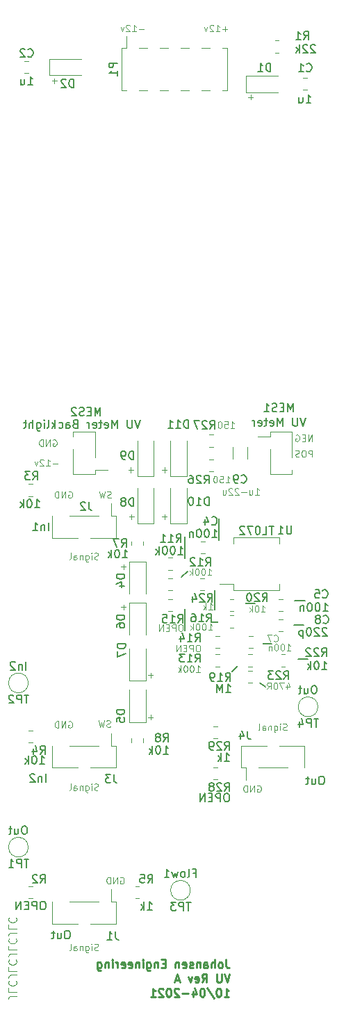
<source format=gbo>
G04 #@! TF.GenerationSoftware,KiCad,Pcbnew,(5.1.9)-1*
G04 #@! TF.CreationDate,2021-04-11T23:26:30+02:00*
G04 #@! TF.ProjectId,KicadJE_VU_Meter,4b696361-644a-4455-9f56-555f4d657465,rev?*
G04 #@! TF.SameCoordinates,Original*
G04 #@! TF.FileFunction,Legend,Bot*
G04 #@! TF.FilePolarity,Positive*
%FSLAX46Y46*%
G04 Gerber Fmt 4.6, Leading zero omitted, Abs format (unit mm)*
G04 Created by KiCad (PCBNEW (5.1.9)-1) date 2021-04-11 23:26:30*
%MOMM*%
%LPD*%
G01*
G04 APERTURE LIST*
%ADD10C,0.100000*%
%ADD11C,0.150000*%
%ADD12C,0.250000*%
%ADD13C,0.120000*%
%ADD14C,10.102000*%
%ADD15O,7.102000X4.102000*%
%ADD16C,2.102000*%
%ADD17C,35.102000*%
%ADD18C,6.602000*%
G04 APERTURE END LIST*
D10*
X113285714Y-102423809D02*
X113171428Y-102461904D01*
X112980952Y-102461904D01*
X112904761Y-102423809D01*
X112866666Y-102385714D01*
X112828571Y-102309523D01*
X112828571Y-102233333D01*
X112866666Y-102157142D01*
X112904761Y-102119047D01*
X112980952Y-102080952D01*
X113133333Y-102042857D01*
X113209523Y-102004761D01*
X113247619Y-101966666D01*
X113285714Y-101890476D01*
X113285714Y-101814285D01*
X113247619Y-101738095D01*
X113209523Y-101700000D01*
X113133333Y-101661904D01*
X112942857Y-101661904D01*
X112828571Y-101700000D01*
X112561904Y-101661904D02*
X112371428Y-102461904D01*
X112219047Y-101890476D01*
X112066666Y-102461904D01*
X111876190Y-101661904D01*
X111714285Y-138023809D02*
X111600000Y-138061904D01*
X111409523Y-138061904D01*
X111333333Y-138023809D01*
X111295238Y-137985714D01*
X111257142Y-137909523D01*
X111257142Y-137833333D01*
X111295238Y-137757142D01*
X111333333Y-137719047D01*
X111409523Y-137680952D01*
X111561904Y-137642857D01*
X111638095Y-137604761D01*
X111676190Y-137566666D01*
X111714285Y-137490476D01*
X111714285Y-137414285D01*
X111676190Y-137338095D01*
X111638095Y-137300000D01*
X111561904Y-137261904D01*
X111371428Y-137261904D01*
X111257142Y-137300000D01*
X110914285Y-138061904D02*
X110914285Y-137528571D01*
X110914285Y-137261904D02*
X110952380Y-137300000D01*
X110914285Y-137338095D01*
X110876190Y-137300000D01*
X110914285Y-137261904D01*
X110914285Y-137338095D01*
X110190476Y-137528571D02*
X110190476Y-138176190D01*
X110228571Y-138252380D01*
X110266666Y-138290476D01*
X110342857Y-138328571D01*
X110457142Y-138328571D01*
X110533333Y-138290476D01*
X110190476Y-138023809D02*
X110266666Y-138061904D01*
X110419047Y-138061904D01*
X110495238Y-138023809D01*
X110533333Y-137985714D01*
X110571428Y-137909523D01*
X110571428Y-137680952D01*
X110533333Y-137604761D01*
X110495238Y-137566666D01*
X110419047Y-137528571D01*
X110266666Y-137528571D01*
X110190476Y-137566666D01*
X109809523Y-137528571D02*
X109809523Y-138061904D01*
X109809523Y-137604761D02*
X109771428Y-137566666D01*
X109695238Y-137528571D01*
X109580952Y-137528571D01*
X109504761Y-137566666D01*
X109466666Y-137642857D01*
X109466666Y-138061904D01*
X108742857Y-138061904D02*
X108742857Y-137642857D01*
X108780952Y-137566666D01*
X108857142Y-137528571D01*
X109009523Y-137528571D01*
X109085714Y-137566666D01*
X108742857Y-138023809D02*
X108819047Y-138061904D01*
X109009523Y-138061904D01*
X109085714Y-138023809D01*
X109123809Y-137947619D01*
X109123809Y-137871428D01*
X109085714Y-137795238D01*
X109009523Y-137757142D01*
X108819047Y-137757142D01*
X108742857Y-137719047D01*
X108247619Y-138061904D02*
X108323809Y-138023809D01*
X108361904Y-137947619D01*
X108361904Y-137261904D01*
X111714285Y-109923809D02*
X111600000Y-109961904D01*
X111409523Y-109961904D01*
X111333333Y-109923809D01*
X111295238Y-109885714D01*
X111257142Y-109809523D01*
X111257142Y-109733333D01*
X111295238Y-109657142D01*
X111333333Y-109619047D01*
X111409523Y-109580952D01*
X111561904Y-109542857D01*
X111638095Y-109504761D01*
X111676190Y-109466666D01*
X111714285Y-109390476D01*
X111714285Y-109314285D01*
X111676190Y-109238095D01*
X111638095Y-109200000D01*
X111561904Y-109161904D01*
X111371428Y-109161904D01*
X111257142Y-109200000D01*
X110914285Y-109961904D02*
X110914285Y-109428571D01*
X110914285Y-109161904D02*
X110952380Y-109200000D01*
X110914285Y-109238095D01*
X110876190Y-109200000D01*
X110914285Y-109161904D01*
X110914285Y-109238095D01*
X110190476Y-109428571D02*
X110190476Y-110076190D01*
X110228571Y-110152380D01*
X110266666Y-110190476D01*
X110342857Y-110228571D01*
X110457142Y-110228571D01*
X110533333Y-110190476D01*
X110190476Y-109923809D02*
X110266666Y-109961904D01*
X110419047Y-109961904D01*
X110495238Y-109923809D01*
X110533333Y-109885714D01*
X110571428Y-109809523D01*
X110571428Y-109580952D01*
X110533333Y-109504761D01*
X110495238Y-109466666D01*
X110419047Y-109428571D01*
X110266666Y-109428571D01*
X110190476Y-109466666D01*
X109809523Y-109428571D02*
X109809523Y-109961904D01*
X109809523Y-109504761D02*
X109771428Y-109466666D01*
X109695238Y-109428571D01*
X109580952Y-109428571D01*
X109504761Y-109466666D01*
X109466666Y-109542857D01*
X109466666Y-109961904D01*
X108742857Y-109961904D02*
X108742857Y-109542857D01*
X108780952Y-109466666D01*
X108857142Y-109428571D01*
X109009523Y-109428571D01*
X109085714Y-109466666D01*
X108742857Y-109923809D02*
X108819047Y-109961904D01*
X109009523Y-109961904D01*
X109085714Y-109923809D01*
X109123809Y-109847619D01*
X109123809Y-109771428D01*
X109085714Y-109695238D01*
X109009523Y-109657142D01*
X108819047Y-109657142D01*
X108742857Y-109619047D01*
X108247619Y-109961904D02*
X108323809Y-109923809D01*
X108361904Y-109847619D01*
X108361904Y-109161904D01*
X113185714Y-130323809D02*
X113071428Y-130361904D01*
X112880952Y-130361904D01*
X112804761Y-130323809D01*
X112766666Y-130285714D01*
X112728571Y-130209523D01*
X112728571Y-130133333D01*
X112766666Y-130057142D01*
X112804761Y-130019047D01*
X112880952Y-129980952D01*
X113033333Y-129942857D01*
X113109523Y-129904761D01*
X113147619Y-129866666D01*
X113185714Y-129790476D01*
X113185714Y-129714285D01*
X113147619Y-129638095D01*
X113109523Y-129600000D01*
X113033333Y-129561904D01*
X112842857Y-129561904D01*
X112728571Y-129600000D01*
X112461904Y-129561904D02*
X112271428Y-130361904D01*
X112119047Y-129790476D01*
X111966666Y-130361904D01*
X111776190Y-129561904D01*
X134714285Y-130723809D02*
X134600000Y-130761904D01*
X134409523Y-130761904D01*
X134333333Y-130723809D01*
X134295238Y-130685714D01*
X134257142Y-130609523D01*
X134257142Y-130533333D01*
X134295238Y-130457142D01*
X134333333Y-130419047D01*
X134409523Y-130380952D01*
X134561904Y-130342857D01*
X134638095Y-130304761D01*
X134676190Y-130266666D01*
X134714285Y-130190476D01*
X134714285Y-130114285D01*
X134676190Y-130038095D01*
X134638095Y-130000000D01*
X134561904Y-129961904D01*
X134371428Y-129961904D01*
X134257142Y-130000000D01*
X133914285Y-130761904D02*
X133914285Y-130228571D01*
X133914285Y-129961904D02*
X133952380Y-130000000D01*
X133914285Y-130038095D01*
X133876190Y-130000000D01*
X133914285Y-129961904D01*
X133914285Y-130038095D01*
X133190476Y-130228571D02*
X133190476Y-130876190D01*
X133228571Y-130952380D01*
X133266666Y-130990476D01*
X133342857Y-131028571D01*
X133457142Y-131028571D01*
X133533333Y-130990476D01*
X133190476Y-130723809D02*
X133266666Y-130761904D01*
X133419047Y-130761904D01*
X133495238Y-130723809D01*
X133533333Y-130685714D01*
X133571428Y-130609523D01*
X133571428Y-130380952D01*
X133533333Y-130304761D01*
X133495238Y-130266666D01*
X133419047Y-130228571D01*
X133266666Y-130228571D01*
X133190476Y-130266666D01*
X132809523Y-130228571D02*
X132809523Y-130761904D01*
X132809523Y-130304761D02*
X132771428Y-130266666D01*
X132695238Y-130228571D01*
X132580952Y-130228571D01*
X132504761Y-130266666D01*
X132466666Y-130342857D01*
X132466666Y-130761904D01*
X131742857Y-130761904D02*
X131742857Y-130342857D01*
X131780952Y-130266666D01*
X131857142Y-130228571D01*
X132009523Y-130228571D01*
X132085714Y-130266666D01*
X131742857Y-130723809D02*
X131819047Y-130761904D01*
X132009523Y-130761904D01*
X132085714Y-130723809D01*
X132123809Y-130647619D01*
X132123809Y-130571428D01*
X132085714Y-130495238D01*
X132009523Y-130457142D01*
X131819047Y-130457142D01*
X131742857Y-130419047D01*
X131247619Y-130761904D02*
X131323809Y-130723809D01*
X131361904Y-130647619D01*
X131361904Y-129961904D01*
X111714285Y-157523809D02*
X111600000Y-157561904D01*
X111409523Y-157561904D01*
X111333333Y-157523809D01*
X111295238Y-157485714D01*
X111257142Y-157409523D01*
X111257142Y-157333333D01*
X111295238Y-157257142D01*
X111333333Y-157219047D01*
X111409523Y-157180952D01*
X111561904Y-157142857D01*
X111638095Y-157104761D01*
X111676190Y-157066666D01*
X111714285Y-156990476D01*
X111714285Y-156914285D01*
X111676190Y-156838095D01*
X111638095Y-156800000D01*
X111561904Y-156761904D01*
X111371428Y-156761904D01*
X111257142Y-156800000D01*
X110914285Y-157561904D02*
X110914285Y-157028571D01*
X110914285Y-156761904D02*
X110952380Y-156800000D01*
X110914285Y-156838095D01*
X110876190Y-156800000D01*
X110914285Y-156761904D01*
X110914285Y-156838095D01*
X110190476Y-157028571D02*
X110190476Y-157676190D01*
X110228571Y-157752380D01*
X110266666Y-157790476D01*
X110342857Y-157828571D01*
X110457142Y-157828571D01*
X110533333Y-157790476D01*
X110190476Y-157523809D02*
X110266666Y-157561904D01*
X110419047Y-157561904D01*
X110495238Y-157523809D01*
X110533333Y-157485714D01*
X110571428Y-157409523D01*
X110571428Y-157180952D01*
X110533333Y-157104761D01*
X110495238Y-157066666D01*
X110419047Y-157028571D01*
X110266666Y-157028571D01*
X110190476Y-157066666D01*
X109809523Y-157028571D02*
X109809523Y-157561904D01*
X109809523Y-157104761D02*
X109771428Y-157066666D01*
X109695238Y-157028571D01*
X109580952Y-157028571D01*
X109504761Y-157066666D01*
X109466666Y-157142857D01*
X109466666Y-157561904D01*
X108742857Y-157561904D02*
X108742857Y-157142857D01*
X108780952Y-157066666D01*
X108857142Y-157028571D01*
X109009523Y-157028571D01*
X109085714Y-157066666D01*
X108742857Y-157523809D02*
X108819047Y-157561904D01*
X109009523Y-157561904D01*
X109085714Y-157523809D01*
X109123809Y-157447619D01*
X109123809Y-157371428D01*
X109085714Y-157295238D01*
X109009523Y-157257142D01*
X108819047Y-157257142D01*
X108742857Y-157219047D01*
X108247619Y-157561904D02*
X108323809Y-157523809D01*
X108361904Y-157447619D01*
X108361904Y-156761904D01*
X117271428Y-45357142D02*
X116661904Y-45357142D01*
X115861904Y-45661904D02*
X116319047Y-45661904D01*
X116090476Y-45661904D02*
X116090476Y-44861904D01*
X116166666Y-44976190D01*
X116242857Y-45052380D01*
X116319047Y-45090476D01*
X115557142Y-44938095D02*
X115519047Y-44900000D01*
X115442857Y-44861904D01*
X115252380Y-44861904D01*
X115176190Y-44900000D01*
X115138095Y-44938095D01*
X115100000Y-45014285D01*
X115100000Y-45090476D01*
X115138095Y-45204761D01*
X115595238Y-45661904D01*
X115100000Y-45661904D01*
X114833333Y-45128571D02*
X114642857Y-45661904D01*
X114452380Y-45128571D01*
X127471428Y-45357142D02*
X126861904Y-45357142D01*
X127166666Y-45661904D02*
X127166666Y-45052380D01*
X126061904Y-45661904D02*
X126519047Y-45661904D01*
X126290476Y-45661904D02*
X126290476Y-44861904D01*
X126366666Y-44976190D01*
X126442857Y-45052380D01*
X126519047Y-45090476D01*
X125757142Y-44938095D02*
X125719047Y-44900000D01*
X125642857Y-44861904D01*
X125452380Y-44861904D01*
X125376190Y-44900000D01*
X125338095Y-44938095D01*
X125300000Y-45014285D01*
X125300000Y-45090476D01*
X125338095Y-45204761D01*
X125795238Y-45661904D01*
X125300000Y-45661904D01*
X125033333Y-45128571D02*
X124842857Y-45661904D01*
X124652380Y-45128571D01*
X129995238Y-53657142D02*
X130604761Y-53657142D01*
X130300000Y-53961904D02*
X130300000Y-53352380D01*
X106095238Y-51657142D02*
X106704761Y-51657142D01*
X106400000Y-51961904D02*
X106400000Y-51352380D01*
X117795238Y-129157142D02*
X118404761Y-129157142D01*
X118100000Y-129461904D02*
X118100000Y-128852380D01*
X117795238Y-124057142D02*
X118404761Y-124057142D01*
X118100000Y-124361904D02*
X118100000Y-123752380D01*
X114495238Y-115757142D02*
X115104761Y-115757142D01*
X114800000Y-116061904D02*
X114800000Y-115452380D01*
X114495238Y-110857142D02*
X115104761Y-110857142D01*
X114800000Y-111161904D02*
X114800000Y-110552380D01*
X119495238Y-99057142D02*
X120104761Y-99057142D01*
X119800000Y-99361904D02*
X119800000Y-98752380D01*
X119495238Y-104757142D02*
X120104761Y-104757142D01*
X119800000Y-105061904D02*
X119800000Y-104452380D01*
X115495238Y-104757142D02*
X116104761Y-104757142D01*
X115800000Y-105061904D02*
X115800000Y-104452380D01*
X115395238Y-99057142D02*
X116004761Y-99057142D01*
X115700000Y-99361904D02*
X115700000Y-98752380D01*
X131109523Y-137500000D02*
X131185714Y-137461904D01*
X131300000Y-137461904D01*
X131414285Y-137500000D01*
X131490476Y-137576190D01*
X131528571Y-137652380D01*
X131566666Y-137804761D01*
X131566666Y-137919047D01*
X131528571Y-138071428D01*
X131490476Y-138147619D01*
X131414285Y-138223809D01*
X131300000Y-138261904D01*
X131223809Y-138261904D01*
X131109523Y-138223809D01*
X131071428Y-138185714D01*
X131071428Y-137919047D01*
X131223809Y-137919047D01*
X130728571Y-138261904D02*
X130728571Y-137461904D01*
X130271428Y-138261904D01*
X130271428Y-137461904D01*
X129890476Y-138261904D02*
X129890476Y-137461904D01*
X129700000Y-137461904D01*
X129585714Y-137500000D01*
X129509523Y-137576190D01*
X129471428Y-137652380D01*
X129433333Y-137804761D01*
X129433333Y-137919047D01*
X129471428Y-138071428D01*
X129509523Y-138147619D01*
X129585714Y-138223809D01*
X129700000Y-138261904D01*
X129890476Y-138261904D01*
X114409523Y-148700000D02*
X114485714Y-148661904D01*
X114600000Y-148661904D01*
X114714285Y-148700000D01*
X114790476Y-148776190D01*
X114828571Y-148852380D01*
X114866666Y-149004761D01*
X114866666Y-149119047D01*
X114828571Y-149271428D01*
X114790476Y-149347619D01*
X114714285Y-149423809D01*
X114600000Y-149461904D01*
X114523809Y-149461904D01*
X114409523Y-149423809D01*
X114371428Y-149385714D01*
X114371428Y-149119047D01*
X114523809Y-149119047D01*
X114028571Y-149461904D02*
X114028571Y-148661904D01*
X113571428Y-149461904D01*
X113571428Y-148661904D01*
X113190476Y-149461904D02*
X113190476Y-148661904D01*
X113000000Y-148661904D01*
X112885714Y-148700000D01*
X112809523Y-148776190D01*
X112771428Y-148852380D01*
X112733333Y-149004761D01*
X112733333Y-149119047D01*
X112771428Y-149271428D01*
X112809523Y-149347619D01*
X112885714Y-149423809D01*
X113000000Y-149461904D01*
X113190476Y-149461904D01*
X137809523Y-97461904D02*
X137809523Y-96661904D01*
X137504761Y-96661904D01*
X137428571Y-96700000D01*
X137390476Y-96738095D01*
X137352380Y-96814285D01*
X137352380Y-96928571D01*
X137390476Y-97004761D01*
X137428571Y-97042857D01*
X137504761Y-97080952D01*
X137809523Y-97080952D01*
X136857142Y-96661904D02*
X136704761Y-96661904D01*
X136628571Y-96700000D01*
X136552380Y-96776190D01*
X136514285Y-96928571D01*
X136514285Y-97195238D01*
X136552380Y-97347619D01*
X136628571Y-97423809D01*
X136704761Y-97461904D01*
X136857142Y-97461904D01*
X136933333Y-97423809D01*
X137009523Y-97347619D01*
X137047619Y-97195238D01*
X137047619Y-96928571D01*
X137009523Y-96776190D01*
X136933333Y-96700000D01*
X136857142Y-96661904D01*
X136209523Y-97423809D02*
X136095238Y-97461904D01*
X135904761Y-97461904D01*
X135828571Y-97423809D01*
X135790476Y-97385714D01*
X135752380Y-97309523D01*
X135752380Y-97233333D01*
X135790476Y-97157142D01*
X135828571Y-97119047D01*
X135904761Y-97080952D01*
X136057142Y-97042857D01*
X136133333Y-97004761D01*
X136171428Y-96966666D01*
X136209523Y-96890476D01*
X136209523Y-96814285D01*
X136171428Y-96738095D01*
X136133333Y-96700000D01*
X136057142Y-96661904D01*
X135866666Y-96661904D01*
X135752380Y-96700000D01*
X137790476Y-95561904D02*
X137790476Y-94761904D01*
X137333333Y-95561904D01*
X137333333Y-94761904D01*
X136952380Y-95142857D02*
X136685714Y-95142857D01*
X136571428Y-95561904D02*
X136952380Y-95561904D01*
X136952380Y-94761904D01*
X136571428Y-94761904D01*
X135809523Y-94800000D02*
X135885714Y-94761904D01*
X136000000Y-94761904D01*
X136114285Y-94800000D01*
X136190476Y-94876190D01*
X136228571Y-94952380D01*
X136266666Y-95104761D01*
X136266666Y-95219047D01*
X136228571Y-95371428D01*
X136190476Y-95447619D01*
X136114285Y-95523809D01*
X136000000Y-95561904D01*
X135923809Y-95561904D01*
X135809523Y-95523809D01*
X135771428Y-95485714D01*
X135771428Y-95219047D01*
X135923809Y-95219047D01*
X106771428Y-98257142D02*
X106161904Y-98257142D01*
X105361904Y-98561904D02*
X105819047Y-98561904D01*
X105590476Y-98561904D02*
X105590476Y-97761904D01*
X105666666Y-97876190D01*
X105742857Y-97952380D01*
X105819047Y-97990476D01*
X105057142Y-97838095D02*
X105019047Y-97800000D01*
X104942857Y-97761904D01*
X104752380Y-97761904D01*
X104676190Y-97800000D01*
X104638095Y-97838095D01*
X104600000Y-97914285D01*
X104600000Y-97990476D01*
X104638095Y-98104761D01*
X105095238Y-98561904D01*
X104600000Y-98561904D01*
X104333333Y-98028571D02*
X104142857Y-98561904D01*
X103952380Y-98028571D01*
X106209523Y-95400000D02*
X106285714Y-95361904D01*
X106400000Y-95361904D01*
X106514285Y-95400000D01*
X106590476Y-95476190D01*
X106628571Y-95552380D01*
X106666666Y-95704761D01*
X106666666Y-95819047D01*
X106628571Y-95971428D01*
X106590476Y-96047619D01*
X106514285Y-96123809D01*
X106400000Y-96161904D01*
X106323809Y-96161904D01*
X106209523Y-96123809D01*
X106171428Y-96085714D01*
X106171428Y-95819047D01*
X106323809Y-95819047D01*
X105828571Y-96161904D02*
X105828571Y-95361904D01*
X105371428Y-96161904D01*
X105371428Y-95361904D01*
X104990476Y-96161904D02*
X104990476Y-95361904D01*
X104800000Y-95361904D01*
X104685714Y-95400000D01*
X104609523Y-95476190D01*
X104571428Y-95552380D01*
X104533333Y-95704761D01*
X104533333Y-95819047D01*
X104571428Y-95971428D01*
X104609523Y-96047619D01*
X104685714Y-96123809D01*
X104800000Y-96161904D01*
X104990476Y-96161904D01*
X108109523Y-101700000D02*
X108185714Y-101661904D01*
X108300000Y-101661904D01*
X108414285Y-101700000D01*
X108490476Y-101776190D01*
X108528571Y-101852380D01*
X108566666Y-102004761D01*
X108566666Y-102119047D01*
X108528571Y-102271428D01*
X108490476Y-102347619D01*
X108414285Y-102423809D01*
X108300000Y-102461904D01*
X108223809Y-102461904D01*
X108109523Y-102423809D01*
X108071428Y-102385714D01*
X108071428Y-102119047D01*
X108223809Y-102119047D01*
X107728571Y-102461904D02*
X107728571Y-101661904D01*
X107271428Y-102461904D01*
X107271428Y-101661904D01*
X106890476Y-102461904D02*
X106890476Y-101661904D01*
X106700000Y-101661904D01*
X106585714Y-101700000D01*
X106509523Y-101776190D01*
X106471428Y-101852380D01*
X106433333Y-102004761D01*
X106433333Y-102119047D01*
X106471428Y-102271428D01*
X106509523Y-102347619D01*
X106585714Y-102423809D01*
X106700000Y-102461904D01*
X106890476Y-102461904D01*
X108109523Y-129700000D02*
X108185714Y-129661904D01*
X108300000Y-129661904D01*
X108414285Y-129700000D01*
X108490476Y-129776190D01*
X108528571Y-129852380D01*
X108566666Y-130004761D01*
X108566666Y-130119047D01*
X108528571Y-130271428D01*
X108490476Y-130347619D01*
X108414285Y-130423809D01*
X108300000Y-130461904D01*
X108223809Y-130461904D01*
X108109523Y-130423809D01*
X108071428Y-130385714D01*
X108071428Y-130119047D01*
X108223809Y-130119047D01*
X107728571Y-130461904D02*
X107728571Y-129661904D01*
X107271428Y-130461904D01*
X107271428Y-129661904D01*
X106890476Y-130461904D02*
X106890476Y-129661904D01*
X106700000Y-129661904D01*
X106585714Y-129700000D01*
X106509523Y-129776190D01*
X106471428Y-129852380D01*
X106433333Y-130004761D01*
X106433333Y-130119047D01*
X106471428Y-130271428D01*
X106509523Y-130347619D01*
X106585714Y-130423809D01*
X106700000Y-130461904D01*
X106890476Y-130461904D01*
D11*
X126400000Y-107600000D02*
X126400000Y-105000000D01*
X122300000Y-109800000D02*
X122300000Y-107200000D01*
X122300000Y-118600000D02*
X122300000Y-116000000D01*
X129400000Y-115300000D02*
X130800000Y-115300000D01*
X125500000Y-117600000D02*
X126900000Y-117600000D01*
X130900000Y-124600000D02*
X132100000Y-125500000D01*
X121900000Y-112100000D02*
X122600000Y-111400000D01*
X125900000Y-116100000D02*
X125900000Y-113500000D01*
X131700000Y-120200000D02*
X132900000Y-120200000D01*
X136100000Y-122100000D02*
X137300000Y-122100000D01*
X135700000Y-115000000D02*
X136900000Y-115000000D01*
X135600000Y-117900000D02*
X136800000Y-117900000D01*
X128000000Y-123600000D02*
X128700000Y-122900000D01*
D10*
X101797619Y-163119047D02*
X101083333Y-163119047D01*
X100940476Y-163166666D01*
X100845238Y-163261904D01*
X100797619Y-163404761D01*
X100797619Y-163500000D01*
X100797619Y-162166666D02*
X100797619Y-162642857D01*
X101797619Y-162642857D01*
X100892857Y-161261904D02*
X100845238Y-161309523D01*
X100797619Y-161452380D01*
X100797619Y-161547619D01*
X100845238Y-161690476D01*
X100940476Y-161785714D01*
X101035714Y-161833333D01*
X101226190Y-161880952D01*
X101369047Y-161880952D01*
X101559523Y-161833333D01*
X101654761Y-161785714D01*
X101750000Y-161690476D01*
X101797619Y-161547619D01*
X101797619Y-161452380D01*
X101750000Y-161309523D01*
X101702380Y-161261904D01*
X101797619Y-160547619D02*
X101083333Y-160547619D01*
X100940476Y-160595238D01*
X100845238Y-160690476D01*
X100797619Y-160833333D01*
X100797619Y-160928571D01*
X100797619Y-159595238D02*
X100797619Y-160071428D01*
X101797619Y-160071428D01*
X100892857Y-158690476D02*
X100845238Y-158738095D01*
X100797619Y-158880952D01*
X100797619Y-158976190D01*
X100845238Y-159119047D01*
X100940476Y-159214285D01*
X101035714Y-159261904D01*
X101226190Y-159309523D01*
X101369047Y-159309523D01*
X101559523Y-159261904D01*
X101654761Y-159214285D01*
X101750000Y-159119047D01*
X101797619Y-158976190D01*
X101797619Y-158880952D01*
X101750000Y-158738095D01*
X101702380Y-158690476D01*
X101797619Y-157976190D02*
X101083333Y-157976190D01*
X100940476Y-158023809D01*
X100845238Y-158119047D01*
X100797619Y-158261904D01*
X100797619Y-158357142D01*
X100797619Y-157023809D02*
X100797619Y-157500000D01*
X101797619Y-157500000D01*
X100892857Y-156119047D02*
X100845238Y-156166666D01*
X100797619Y-156309523D01*
X100797619Y-156404761D01*
X100845238Y-156547619D01*
X100940476Y-156642857D01*
X101035714Y-156690476D01*
X101226190Y-156738095D01*
X101369047Y-156738095D01*
X101559523Y-156690476D01*
X101654761Y-156642857D01*
X101750000Y-156547619D01*
X101797619Y-156404761D01*
X101797619Y-156309523D01*
X101750000Y-156166666D01*
X101702380Y-156119047D01*
X101797619Y-155404761D02*
X101083333Y-155404761D01*
X100940476Y-155452380D01*
X100845238Y-155547619D01*
X100797619Y-155690476D01*
X100797619Y-155785714D01*
X100797619Y-154452380D02*
X100797619Y-154928571D01*
X101797619Y-154928571D01*
X100892857Y-153547619D02*
X100845238Y-153595238D01*
X100797619Y-153738095D01*
X100797619Y-153833333D01*
X100845238Y-153976190D01*
X100940476Y-154071428D01*
X101035714Y-154119047D01*
X101226190Y-154166666D01*
X101369047Y-154166666D01*
X101559523Y-154119047D01*
X101654761Y-154071428D01*
X101750000Y-153976190D01*
X101797619Y-153833333D01*
X101797619Y-153738095D01*
X101750000Y-153595238D01*
X101702380Y-153547619D01*
D12*
X127313690Y-158702380D02*
X127313690Y-159416666D01*
X127361309Y-159559523D01*
X127456547Y-159654761D01*
X127599404Y-159702380D01*
X127694642Y-159702380D01*
X126694642Y-159702380D02*
X126789880Y-159654761D01*
X126837500Y-159607142D01*
X126885119Y-159511904D01*
X126885119Y-159226190D01*
X126837500Y-159130952D01*
X126789880Y-159083333D01*
X126694642Y-159035714D01*
X126551785Y-159035714D01*
X126456547Y-159083333D01*
X126408928Y-159130952D01*
X126361309Y-159226190D01*
X126361309Y-159511904D01*
X126408928Y-159607142D01*
X126456547Y-159654761D01*
X126551785Y-159702380D01*
X126694642Y-159702380D01*
X125932738Y-159702380D02*
X125932738Y-158702380D01*
X125504166Y-159702380D02*
X125504166Y-159178571D01*
X125551785Y-159083333D01*
X125647023Y-159035714D01*
X125789880Y-159035714D01*
X125885119Y-159083333D01*
X125932738Y-159130952D01*
X124599404Y-159702380D02*
X124599404Y-159178571D01*
X124647023Y-159083333D01*
X124742261Y-159035714D01*
X124932738Y-159035714D01*
X125027976Y-159083333D01*
X124599404Y-159654761D02*
X124694642Y-159702380D01*
X124932738Y-159702380D01*
X125027976Y-159654761D01*
X125075595Y-159559523D01*
X125075595Y-159464285D01*
X125027976Y-159369047D01*
X124932738Y-159321428D01*
X124694642Y-159321428D01*
X124599404Y-159273809D01*
X124123214Y-159035714D02*
X124123214Y-159702380D01*
X124123214Y-159130952D02*
X124075595Y-159083333D01*
X123980357Y-159035714D01*
X123837500Y-159035714D01*
X123742261Y-159083333D01*
X123694642Y-159178571D01*
X123694642Y-159702380D01*
X123266071Y-159654761D02*
X123170833Y-159702380D01*
X122980357Y-159702380D01*
X122885119Y-159654761D01*
X122837500Y-159559523D01*
X122837500Y-159511904D01*
X122885119Y-159416666D01*
X122980357Y-159369047D01*
X123123214Y-159369047D01*
X123218452Y-159321428D01*
X123266071Y-159226190D01*
X123266071Y-159178571D01*
X123218452Y-159083333D01*
X123123214Y-159035714D01*
X122980357Y-159035714D01*
X122885119Y-159083333D01*
X122027976Y-159654761D02*
X122123214Y-159702380D01*
X122313690Y-159702380D01*
X122408928Y-159654761D01*
X122456547Y-159559523D01*
X122456547Y-159178571D01*
X122408928Y-159083333D01*
X122313690Y-159035714D01*
X122123214Y-159035714D01*
X122027976Y-159083333D01*
X121980357Y-159178571D01*
X121980357Y-159273809D01*
X122456547Y-159369047D01*
X121551785Y-159035714D02*
X121551785Y-159702380D01*
X121551785Y-159130952D02*
X121504166Y-159083333D01*
X121408928Y-159035714D01*
X121266071Y-159035714D01*
X121170833Y-159083333D01*
X121123214Y-159178571D01*
X121123214Y-159702380D01*
X119885119Y-159178571D02*
X119551785Y-159178571D01*
X119408928Y-159702380D02*
X119885119Y-159702380D01*
X119885119Y-158702380D01*
X119408928Y-158702380D01*
X118980357Y-159035714D02*
X118980357Y-159702380D01*
X118980357Y-159130952D02*
X118932738Y-159083333D01*
X118837500Y-159035714D01*
X118694642Y-159035714D01*
X118599404Y-159083333D01*
X118551785Y-159178571D01*
X118551785Y-159702380D01*
X117647023Y-159035714D02*
X117647023Y-159845238D01*
X117694642Y-159940476D01*
X117742261Y-159988095D01*
X117837500Y-160035714D01*
X117980357Y-160035714D01*
X118075595Y-159988095D01*
X117647023Y-159654761D02*
X117742261Y-159702380D01*
X117932738Y-159702380D01*
X118027976Y-159654761D01*
X118075595Y-159607142D01*
X118123214Y-159511904D01*
X118123214Y-159226190D01*
X118075595Y-159130952D01*
X118027976Y-159083333D01*
X117932738Y-159035714D01*
X117742261Y-159035714D01*
X117647023Y-159083333D01*
X117170833Y-159702380D02*
X117170833Y-159035714D01*
X117170833Y-158702380D02*
X117218452Y-158750000D01*
X117170833Y-158797619D01*
X117123214Y-158750000D01*
X117170833Y-158702380D01*
X117170833Y-158797619D01*
X116694642Y-159035714D02*
X116694642Y-159702380D01*
X116694642Y-159130952D02*
X116647023Y-159083333D01*
X116551785Y-159035714D01*
X116408928Y-159035714D01*
X116313690Y-159083333D01*
X116266071Y-159178571D01*
X116266071Y-159702380D01*
X115408928Y-159654761D02*
X115504166Y-159702380D01*
X115694642Y-159702380D01*
X115789880Y-159654761D01*
X115837500Y-159559523D01*
X115837500Y-159178571D01*
X115789880Y-159083333D01*
X115694642Y-159035714D01*
X115504166Y-159035714D01*
X115408928Y-159083333D01*
X115361309Y-159178571D01*
X115361309Y-159273809D01*
X115837500Y-159369047D01*
X114551785Y-159654761D02*
X114647023Y-159702380D01*
X114837500Y-159702380D01*
X114932738Y-159654761D01*
X114980357Y-159559523D01*
X114980357Y-159178571D01*
X114932738Y-159083333D01*
X114837500Y-159035714D01*
X114647023Y-159035714D01*
X114551785Y-159083333D01*
X114504166Y-159178571D01*
X114504166Y-159273809D01*
X114980357Y-159369047D01*
X114075595Y-159702380D02*
X114075595Y-159035714D01*
X114075595Y-159226190D02*
X114027976Y-159130952D01*
X113980357Y-159083333D01*
X113885119Y-159035714D01*
X113789880Y-159035714D01*
X113456547Y-159702380D02*
X113456547Y-159035714D01*
X113456547Y-158702380D02*
X113504166Y-158750000D01*
X113456547Y-158797619D01*
X113408928Y-158750000D01*
X113456547Y-158702380D01*
X113456547Y-158797619D01*
X112980357Y-159035714D02*
X112980357Y-159702380D01*
X112980357Y-159130952D02*
X112932738Y-159083333D01*
X112837500Y-159035714D01*
X112694642Y-159035714D01*
X112599404Y-159083333D01*
X112551785Y-159178571D01*
X112551785Y-159702380D01*
X111647023Y-159035714D02*
X111647023Y-159845238D01*
X111694642Y-159940476D01*
X111742261Y-159988095D01*
X111837500Y-160035714D01*
X111980357Y-160035714D01*
X112075595Y-159988095D01*
X111647023Y-159654761D02*
X111742261Y-159702380D01*
X111932738Y-159702380D01*
X112027976Y-159654761D01*
X112075595Y-159607142D01*
X112123214Y-159511904D01*
X112123214Y-159226190D01*
X112075595Y-159130952D01*
X112027976Y-159083333D01*
X111932738Y-159035714D01*
X111742261Y-159035714D01*
X111647023Y-159083333D01*
X127742261Y-160452380D02*
X127408928Y-161452380D01*
X127075595Y-160452380D01*
X126742261Y-160452380D02*
X126742261Y-161261904D01*
X126694642Y-161357142D01*
X126647023Y-161404761D01*
X126551785Y-161452380D01*
X126361309Y-161452380D01*
X126266071Y-161404761D01*
X126218452Y-161357142D01*
X126170833Y-161261904D01*
X126170833Y-160452380D01*
X124361309Y-161452380D02*
X124694642Y-160976190D01*
X124932738Y-161452380D02*
X124932738Y-160452380D01*
X124551785Y-160452380D01*
X124456547Y-160500000D01*
X124408928Y-160547619D01*
X124361309Y-160642857D01*
X124361309Y-160785714D01*
X124408928Y-160880952D01*
X124456547Y-160928571D01*
X124551785Y-160976190D01*
X124932738Y-160976190D01*
X123551785Y-161404761D02*
X123647023Y-161452380D01*
X123837500Y-161452380D01*
X123932738Y-161404761D01*
X123980357Y-161309523D01*
X123980357Y-160928571D01*
X123932738Y-160833333D01*
X123837500Y-160785714D01*
X123647023Y-160785714D01*
X123551785Y-160833333D01*
X123504166Y-160928571D01*
X123504166Y-161023809D01*
X123980357Y-161119047D01*
X123170833Y-160785714D02*
X122932738Y-161452380D01*
X122694642Y-160785714D01*
X121599404Y-161166666D02*
X121123214Y-161166666D01*
X121694642Y-161452380D02*
X121361309Y-160452380D01*
X121027976Y-161452380D01*
X127075595Y-163202380D02*
X127647023Y-163202380D01*
X127361309Y-163202380D02*
X127361309Y-162202380D01*
X127456547Y-162345238D01*
X127551785Y-162440476D01*
X127647023Y-162488095D01*
X126456547Y-162202380D02*
X126361309Y-162202380D01*
X126266071Y-162250000D01*
X126218452Y-162297619D01*
X126170833Y-162392857D01*
X126123214Y-162583333D01*
X126123214Y-162821428D01*
X126170833Y-163011904D01*
X126218452Y-163107142D01*
X126266071Y-163154761D01*
X126361309Y-163202380D01*
X126456547Y-163202380D01*
X126551785Y-163154761D01*
X126599404Y-163107142D01*
X126647023Y-163011904D01*
X126694642Y-162821428D01*
X126694642Y-162583333D01*
X126647023Y-162392857D01*
X126599404Y-162297619D01*
X126551785Y-162250000D01*
X126456547Y-162202380D01*
X124980357Y-162154761D02*
X125837500Y-163440476D01*
X124456547Y-162202380D02*
X124361309Y-162202380D01*
X124266071Y-162250000D01*
X124218452Y-162297619D01*
X124170833Y-162392857D01*
X124123214Y-162583333D01*
X124123214Y-162821428D01*
X124170833Y-163011904D01*
X124218452Y-163107142D01*
X124266071Y-163154761D01*
X124361309Y-163202380D01*
X124456547Y-163202380D01*
X124551785Y-163154761D01*
X124599404Y-163107142D01*
X124647023Y-163011904D01*
X124694642Y-162821428D01*
X124694642Y-162583333D01*
X124647023Y-162392857D01*
X124599404Y-162297619D01*
X124551785Y-162250000D01*
X124456547Y-162202380D01*
X123266071Y-162535714D02*
X123266071Y-163202380D01*
X123504166Y-162154761D02*
X123742261Y-162869047D01*
X123123214Y-162869047D01*
X122742261Y-162821428D02*
X121980357Y-162821428D01*
X121551785Y-162297619D02*
X121504166Y-162250000D01*
X121408928Y-162202380D01*
X121170833Y-162202380D01*
X121075595Y-162250000D01*
X121027976Y-162297619D01*
X120980357Y-162392857D01*
X120980357Y-162488095D01*
X121027976Y-162630952D01*
X121599404Y-163202380D01*
X120980357Y-163202380D01*
X120361309Y-162202380D02*
X120266071Y-162202380D01*
X120170833Y-162250000D01*
X120123214Y-162297619D01*
X120075595Y-162392857D01*
X120027976Y-162583333D01*
X120027976Y-162821428D01*
X120075595Y-163011904D01*
X120123214Y-163107142D01*
X120170833Y-163154761D01*
X120266071Y-163202380D01*
X120361309Y-163202380D01*
X120456547Y-163154761D01*
X120504166Y-163107142D01*
X120551785Y-163011904D01*
X120599404Y-162821428D01*
X120599404Y-162583333D01*
X120551785Y-162392857D01*
X120504166Y-162297619D01*
X120456547Y-162250000D01*
X120361309Y-162202380D01*
X119647023Y-162297619D02*
X119599404Y-162250000D01*
X119504166Y-162202380D01*
X119266071Y-162202380D01*
X119170833Y-162250000D01*
X119123214Y-162297619D01*
X119075595Y-162392857D01*
X119075595Y-162488095D01*
X119123214Y-162630952D01*
X119694642Y-163202380D01*
X119075595Y-163202380D01*
X118123214Y-163202380D02*
X118694642Y-163202380D01*
X118408928Y-163202380D02*
X118408928Y-162202380D01*
X118504166Y-162345238D01*
X118599404Y-162440476D01*
X118694642Y-162488095D01*
D13*
X133688748Y-117265000D02*
X134211252Y-117265000D01*
X133688748Y-118735000D02*
X134211252Y-118735000D01*
X129750000Y-53050000D02*
X129750000Y-51050000D01*
X129750000Y-51050000D02*
X133650000Y-51050000D01*
X129750000Y-53050000D02*
X133650000Y-53050000D01*
X105750000Y-51000000D02*
X109650000Y-51000000D01*
X105750000Y-49000000D02*
X109650000Y-49000000D01*
X105750000Y-51000000D02*
X105750000Y-49000000D01*
X117500000Y-129750000D02*
X115500000Y-129750000D01*
X115500000Y-129750000D02*
X115500000Y-125850000D01*
X117500000Y-129750000D02*
X117500000Y-125850000D01*
X115500000Y-115250000D02*
X115500000Y-119150000D01*
X117500000Y-115250000D02*
X117500000Y-119150000D01*
X115500000Y-115250000D02*
X117500000Y-115250000D01*
X115500000Y-110250000D02*
X117500000Y-110250000D01*
X117500000Y-110250000D02*
X117500000Y-114150000D01*
X115500000Y-110250000D02*
X115500000Y-114150000D01*
X117500000Y-124750000D02*
X117500000Y-120850000D01*
X115500000Y-124750000D02*
X115500000Y-120850000D01*
X117500000Y-124750000D02*
X115500000Y-124750000D01*
X113870000Y-154330000D02*
X113870000Y-151670000D01*
X106130000Y-154330000D02*
X106130000Y-151670000D01*
X111780000Y-151670000D02*
X108220000Y-151670000D01*
X113870000Y-154330000D02*
X110760000Y-154330000D01*
X113300000Y-151670000D02*
X113300000Y-150150000D01*
X113870000Y-151670000D02*
X113300000Y-151670000D01*
X106700000Y-154330000D02*
X106130000Y-154330000D01*
X109240000Y-154330000D02*
X106130000Y-154330000D01*
X109240000Y-107330000D02*
X106130000Y-107330000D01*
X106700000Y-107330000D02*
X106130000Y-107330000D01*
X113870000Y-104670000D02*
X113300000Y-104670000D01*
X113300000Y-104670000D02*
X113300000Y-103150000D01*
X113870000Y-107330000D02*
X110760000Y-107330000D01*
X111780000Y-104670000D02*
X108220000Y-104670000D01*
X106130000Y-107330000D02*
X106130000Y-104670000D01*
X113870000Y-107330000D02*
X113870000Y-104670000D01*
X109240000Y-135330000D02*
X106130000Y-135330000D01*
X106700000Y-135330000D02*
X106130000Y-135330000D01*
X113870000Y-132670000D02*
X113300000Y-132670000D01*
X113300000Y-132670000D02*
X113300000Y-131150000D01*
X113870000Y-135330000D02*
X110760000Y-135330000D01*
X111780000Y-132670000D02*
X108220000Y-132670000D01*
X106130000Y-135330000D02*
X106130000Y-132670000D01*
X113870000Y-135330000D02*
X113870000Y-132670000D01*
X135330000Y-94400000D02*
X132670000Y-94400000D01*
X135330000Y-99600000D02*
X132670000Y-99600000D01*
X132670000Y-96490000D02*
X132670000Y-99600000D01*
X135330000Y-94400000D02*
X135330000Y-97510000D01*
X132670000Y-94970000D02*
X131150000Y-94970000D01*
X132670000Y-94400000D02*
X132670000Y-94970000D01*
X135330000Y-99030000D02*
X135330000Y-99600000D01*
X131000000Y-107290000D02*
X133760000Y-107290000D01*
X133760000Y-107290000D02*
X133760000Y-108035000D01*
X131000000Y-107290000D02*
X128240000Y-107290000D01*
X128240000Y-107290000D02*
X128240000Y-108035000D01*
X131000000Y-113710000D02*
X133760000Y-113710000D01*
X133760000Y-113710000D02*
X133760000Y-112965000D01*
X131000000Y-113710000D02*
X128240000Y-113710000D01*
X128240000Y-113710000D02*
X128240000Y-112965000D01*
X128240000Y-112965000D02*
X126550000Y-112965000D01*
X114590000Y-47625000D02*
X114590000Y-52825000D01*
X127410000Y-47625000D02*
X127410000Y-52825000D01*
X115160000Y-46185000D02*
X115160000Y-47625000D01*
X114590000Y-47625000D02*
X115160000Y-47625000D01*
X114590000Y-52825000D02*
X115160000Y-52825000D01*
X126840000Y-47625000D02*
X127410000Y-47625000D01*
X126840000Y-52825000D02*
X127410000Y-52825000D01*
X116680000Y-47625000D02*
X117700000Y-47625000D01*
X116680000Y-52825000D02*
X117700000Y-52825000D01*
X119220000Y-47625000D02*
X120240000Y-47625000D01*
X119220000Y-52825000D02*
X120240000Y-52825000D01*
X121760000Y-47625000D02*
X122780000Y-47625000D01*
X121760000Y-52825000D02*
X122780000Y-52825000D01*
X124300000Y-47625000D02*
X125320000Y-47625000D01*
X124300000Y-52825000D02*
X125320000Y-52825000D01*
X137211252Y-51315000D02*
X136688748Y-51315000D01*
X137211252Y-52785000D02*
X136688748Y-52785000D01*
X103261252Y-49265000D02*
X102738748Y-49265000D01*
X103261252Y-50735000D02*
X102738748Y-50735000D01*
X124238748Y-109235000D02*
X124761252Y-109235000D01*
X124238748Y-107765000D02*
X124761252Y-107765000D01*
X133738748Y-114765000D02*
X134261252Y-114765000D01*
X133738748Y-116235000D02*
X134261252Y-116235000D01*
X130561252Y-120735000D02*
X130038748Y-120735000D01*
X130561252Y-119265000D02*
X130038748Y-119265000D01*
X129910000Y-97711252D02*
X129910000Y-96288748D01*
X128090000Y-97711252D02*
X128090000Y-96288748D01*
X133272936Y-46765000D02*
X133727064Y-46765000D01*
X133272936Y-48235000D02*
X133727064Y-48235000D01*
X103727064Y-151235000D02*
X103272936Y-151235000D01*
X103727064Y-149765000D02*
X103272936Y-149765000D01*
X103272936Y-130765000D02*
X103727064Y-130765000D01*
X103272936Y-132235000D02*
X103727064Y-132235000D01*
X116727064Y-151235000D02*
X116272936Y-151235000D01*
X116727064Y-149765000D02*
X116272936Y-149765000D01*
X117235000Y-108227064D02*
X117235000Y-107772936D01*
X115765000Y-108227064D02*
X115765000Y-107772936D01*
X126477064Y-121515000D02*
X126022936Y-121515000D01*
X126477064Y-122985000D02*
X126022936Y-122985000D01*
X103272936Y-100765000D02*
X103727064Y-100765000D01*
X103272936Y-102235000D02*
X103727064Y-102235000D01*
X115765000Y-131772936D02*
X115765000Y-132227064D01*
X117235000Y-131772936D02*
X117235000Y-132227064D01*
X126022936Y-119265000D02*
X126477064Y-119265000D01*
X126022936Y-120735000D02*
X126477064Y-120735000D01*
X120727064Y-111235000D02*
X120272936Y-111235000D01*
X120727064Y-109765000D02*
X120272936Y-109765000D01*
X120727064Y-112265000D02*
X120272936Y-112265000D01*
X120727064Y-113735000D02*
X120272936Y-113735000D01*
X130022936Y-122985000D02*
X130477064Y-122985000D01*
X130022936Y-121515000D02*
X130477064Y-121515000D01*
X120727064Y-114765000D02*
X120272936Y-114765000D01*
X120727064Y-116235000D02*
X120272936Y-116235000D01*
X134477064Y-121515000D02*
X134022936Y-121515000D01*
X134477064Y-122985000D02*
X134022936Y-122985000D01*
X128227064Y-118235000D02*
X127772936Y-118235000D01*
X128227064Y-116765000D02*
X127772936Y-116765000D01*
X130022936Y-123515000D02*
X130477064Y-123515000D01*
X130022936Y-124985000D02*
X130477064Y-124985000D01*
X125727064Y-99235000D02*
X125272936Y-99235000D01*
X125727064Y-97765000D02*
X125272936Y-97765000D01*
X127772936Y-116235000D02*
X128227064Y-116235000D01*
X127772936Y-114765000D02*
X128227064Y-114765000D01*
X125727064Y-94765000D02*
X125272936Y-94765000D01*
X125727064Y-96235000D02*
X125272936Y-96235000D01*
X124172936Y-112265000D02*
X124627064Y-112265000D01*
X124172936Y-113735000D02*
X124627064Y-113735000D01*
X103200000Y-145000000D02*
G75*
G03*
X103200000Y-145000000I-1200000J0D01*
G01*
X103200000Y-125000000D02*
G75*
G03*
X103200000Y-125000000I-1200000J0D01*
G01*
X122950000Y-150250000D02*
G75*
G03*
X122950000Y-150250000I-1200000J0D01*
G01*
X108670000Y-99600000D02*
X111330000Y-99600000D01*
X108670000Y-94400000D02*
X111330000Y-94400000D01*
X111330000Y-97510000D02*
X111330000Y-94400000D01*
X108670000Y-99600000D02*
X108670000Y-96490000D01*
X111330000Y-99030000D02*
X112850000Y-99030000D01*
X111330000Y-99600000D02*
X111330000Y-99030000D01*
X108670000Y-94970000D02*
X108670000Y-94400000D01*
X118500000Y-101250000D02*
X118500000Y-105550000D01*
X118500000Y-105550000D02*
X116500000Y-105550000D01*
X116500000Y-105550000D02*
X116500000Y-101250000D01*
X116500000Y-99800000D02*
X116500000Y-95500000D01*
X118500000Y-99800000D02*
X116500000Y-99800000D01*
X118500000Y-95500000D02*
X118500000Y-99800000D01*
X122500000Y-101250000D02*
X122500000Y-105550000D01*
X122500000Y-105550000D02*
X120500000Y-105550000D01*
X120500000Y-105550000D02*
X120500000Y-101250000D01*
X120500000Y-99800000D02*
X120500000Y-95500000D01*
X122500000Y-99800000D02*
X120500000Y-99800000D01*
X122500000Y-95500000D02*
X122500000Y-99800000D01*
X129130000Y-132670000D02*
X129130000Y-135330000D01*
X136870000Y-132670000D02*
X136870000Y-135330000D01*
X131220000Y-135330000D02*
X134780000Y-135330000D01*
X129130000Y-132670000D02*
X132240000Y-132670000D01*
X129700000Y-135330000D02*
X129700000Y-136850000D01*
X129130000Y-135330000D02*
X129700000Y-135330000D01*
X136300000Y-132670000D02*
X136870000Y-132670000D01*
X133760000Y-132670000D02*
X136870000Y-132670000D01*
X125772936Y-135265000D02*
X126227064Y-135265000D01*
X125772936Y-136735000D02*
X126227064Y-136735000D01*
X126227064Y-130265000D02*
X125772936Y-130265000D01*
X126227064Y-131735000D02*
X125772936Y-131735000D01*
X138500000Y-127900000D02*
G75*
G03*
X138500000Y-127900000I-1200000J0D01*
G01*
D11*
X139166666Y-117657142D02*
X139214285Y-117704761D01*
X139357142Y-117752380D01*
X139452380Y-117752380D01*
X139595238Y-117704761D01*
X139690476Y-117609523D01*
X139738095Y-117514285D01*
X139785714Y-117323809D01*
X139785714Y-117180952D01*
X139738095Y-116990476D01*
X139690476Y-116895238D01*
X139595238Y-116800000D01*
X139452380Y-116752380D01*
X139357142Y-116752380D01*
X139214285Y-116800000D01*
X139166666Y-116847619D01*
X138595238Y-117180952D02*
X138690476Y-117133333D01*
X138738095Y-117085714D01*
X138785714Y-116990476D01*
X138785714Y-116942857D01*
X138738095Y-116847619D01*
X138690476Y-116800000D01*
X138595238Y-116752380D01*
X138404761Y-116752380D01*
X138309523Y-116800000D01*
X138261904Y-116847619D01*
X138214285Y-116942857D01*
X138214285Y-116990476D01*
X138261904Y-117085714D01*
X138309523Y-117133333D01*
X138404761Y-117180952D01*
X138595238Y-117180952D01*
X138690476Y-117228571D01*
X138738095Y-117276190D01*
X138785714Y-117371428D01*
X138785714Y-117561904D01*
X138738095Y-117657142D01*
X138690476Y-117704761D01*
X138595238Y-117752380D01*
X138404761Y-117752380D01*
X138309523Y-117704761D01*
X138261904Y-117657142D01*
X138214285Y-117561904D01*
X138214285Y-117371428D01*
X138261904Y-117276190D01*
X138309523Y-117228571D01*
X138404761Y-117180952D01*
X139590476Y-118347619D02*
X139542857Y-118300000D01*
X139447619Y-118252380D01*
X139209523Y-118252380D01*
X139114285Y-118300000D01*
X139066666Y-118347619D01*
X139019047Y-118442857D01*
X139019047Y-118538095D01*
X139066666Y-118680952D01*
X139638095Y-119252380D01*
X139019047Y-119252380D01*
X138638095Y-118347619D02*
X138590476Y-118300000D01*
X138495238Y-118252380D01*
X138257142Y-118252380D01*
X138161904Y-118300000D01*
X138114285Y-118347619D01*
X138066666Y-118442857D01*
X138066666Y-118538095D01*
X138114285Y-118680952D01*
X138685714Y-119252380D01*
X138066666Y-119252380D01*
X137447619Y-118252380D02*
X137352380Y-118252380D01*
X137257142Y-118300000D01*
X137209523Y-118347619D01*
X137161904Y-118442857D01*
X137114285Y-118633333D01*
X137114285Y-118871428D01*
X137161904Y-119061904D01*
X137209523Y-119157142D01*
X137257142Y-119204761D01*
X137352380Y-119252380D01*
X137447619Y-119252380D01*
X137542857Y-119204761D01*
X137590476Y-119157142D01*
X137638095Y-119061904D01*
X137685714Y-118871428D01*
X137685714Y-118633333D01*
X137638095Y-118442857D01*
X137590476Y-118347619D01*
X137542857Y-118300000D01*
X137447619Y-118252380D01*
X136685714Y-118585714D02*
X136685714Y-119585714D01*
X136685714Y-118633333D02*
X136590476Y-118585714D01*
X136400000Y-118585714D01*
X136304761Y-118633333D01*
X136257142Y-118680952D01*
X136209523Y-118776190D01*
X136209523Y-119061904D01*
X136257142Y-119157142D01*
X136304761Y-119204761D01*
X136400000Y-119252380D01*
X136590476Y-119252380D01*
X136685714Y-119204761D01*
X132738095Y-50502380D02*
X132738095Y-49502380D01*
X132500000Y-49502380D01*
X132357142Y-49550000D01*
X132261904Y-49645238D01*
X132214285Y-49740476D01*
X132166666Y-49930952D01*
X132166666Y-50073809D01*
X132214285Y-50264285D01*
X132261904Y-50359523D01*
X132357142Y-50454761D01*
X132500000Y-50502380D01*
X132738095Y-50502380D01*
X131214285Y-50502380D02*
X131785714Y-50502380D01*
X131500000Y-50502380D02*
X131500000Y-49502380D01*
X131595238Y-49645238D01*
X131690476Y-49740476D01*
X131785714Y-49788095D01*
X108738095Y-52452380D02*
X108738095Y-51452380D01*
X108500000Y-51452380D01*
X108357142Y-51500000D01*
X108261904Y-51595238D01*
X108214285Y-51690476D01*
X108166666Y-51880952D01*
X108166666Y-52023809D01*
X108214285Y-52214285D01*
X108261904Y-52309523D01*
X108357142Y-52404761D01*
X108500000Y-52452380D01*
X108738095Y-52452380D01*
X107785714Y-51547619D02*
X107738095Y-51500000D01*
X107642857Y-51452380D01*
X107404761Y-51452380D01*
X107309523Y-51500000D01*
X107261904Y-51547619D01*
X107214285Y-51642857D01*
X107214285Y-51738095D01*
X107261904Y-51880952D01*
X107833333Y-52452380D01*
X107214285Y-52452380D01*
X114952380Y-128261904D02*
X113952380Y-128261904D01*
X113952380Y-128500000D01*
X114000000Y-128642857D01*
X114095238Y-128738095D01*
X114190476Y-128785714D01*
X114380952Y-128833333D01*
X114523809Y-128833333D01*
X114714285Y-128785714D01*
X114809523Y-128738095D01*
X114904761Y-128642857D01*
X114952380Y-128500000D01*
X114952380Y-128261904D01*
X113952380Y-129738095D02*
X113952380Y-129261904D01*
X114428571Y-129214285D01*
X114380952Y-129261904D01*
X114333333Y-129357142D01*
X114333333Y-129595238D01*
X114380952Y-129690476D01*
X114428571Y-129738095D01*
X114523809Y-129785714D01*
X114761904Y-129785714D01*
X114857142Y-129738095D01*
X114904761Y-129690476D01*
X114952380Y-129595238D01*
X114952380Y-129357142D01*
X114904761Y-129261904D01*
X114857142Y-129214285D01*
X114952380Y-116761904D02*
X113952380Y-116761904D01*
X113952380Y-117000000D01*
X114000000Y-117142857D01*
X114095238Y-117238095D01*
X114190476Y-117285714D01*
X114380952Y-117333333D01*
X114523809Y-117333333D01*
X114714285Y-117285714D01*
X114809523Y-117238095D01*
X114904761Y-117142857D01*
X114952380Y-117000000D01*
X114952380Y-116761904D01*
X113952380Y-118190476D02*
X113952380Y-118000000D01*
X114000000Y-117904761D01*
X114047619Y-117857142D01*
X114190476Y-117761904D01*
X114380952Y-117714285D01*
X114761904Y-117714285D01*
X114857142Y-117761904D01*
X114904761Y-117809523D01*
X114952380Y-117904761D01*
X114952380Y-118095238D01*
X114904761Y-118190476D01*
X114857142Y-118238095D01*
X114761904Y-118285714D01*
X114523809Y-118285714D01*
X114428571Y-118238095D01*
X114380952Y-118190476D01*
X114333333Y-118095238D01*
X114333333Y-117904761D01*
X114380952Y-117809523D01*
X114428571Y-117761904D01*
X114523809Y-117714285D01*
X114952380Y-111761904D02*
X113952380Y-111761904D01*
X113952380Y-112000000D01*
X114000000Y-112142857D01*
X114095238Y-112238095D01*
X114190476Y-112285714D01*
X114380952Y-112333333D01*
X114523809Y-112333333D01*
X114714285Y-112285714D01*
X114809523Y-112238095D01*
X114904761Y-112142857D01*
X114952380Y-112000000D01*
X114952380Y-111761904D01*
X114285714Y-113190476D02*
X114952380Y-113190476D01*
X113904761Y-112952380D02*
X114619047Y-112714285D01*
X114619047Y-113333333D01*
X115052380Y-120261904D02*
X114052380Y-120261904D01*
X114052380Y-120500000D01*
X114100000Y-120642857D01*
X114195238Y-120738095D01*
X114290476Y-120785714D01*
X114480952Y-120833333D01*
X114623809Y-120833333D01*
X114814285Y-120785714D01*
X114909523Y-120738095D01*
X115004761Y-120642857D01*
X115052380Y-120500000D01*
X115052380Y-120261904D01*
X114052380Y-121166666D02*
X114052380Y-121833333D01*
X115052380Y-121404761D01*
X113833333Y-155252380D02*
X113833333Y-155966666D01*
X113880952Y-156109523D01*
X113976190Y-156204761D01*
X114119047Y-156252380D01*
X114214285Y-156252380D01*
X112833333Y-156252380D02*
X113404761Y-156252380D01*
X113119047Y-156252380D02*
X113119047Y-155252380D01*
X113214285Y-155395238D01*
X113309523Y-155490476D01*
X113404761Y-155538095D01*
X108033333Y-155152380D02*
X107842857Y-155152380D01*
X107747619Y-155200000D01*
X107652380Y-155295238D01*
X107604761Y-155485714D01*
X107604761Y-155819047D01*
X107652380Y-156009523D01*
X107747619Y-156104761D01*
X107842857Y-156152380D01*
X108033333Y-156152380D01*
X108128571Y-156104761D01*
X108223809Y-156009523D01*
X108271428Y-155819047D01*
X108271428Y-155485714D01*
X108223809Y-155295238D01*
X108128571Y-155200000D01*
X108033333Y-155152380D01*
X106747619Y-155485714D02*
X106747619Y-156152380D01*
X107176190Y-155485714D02*
X107176190Y-156009523D01*
X107128571Y-156104761D01*
X107033333Y-156152380D01*
X106890476Y-156152380D01*
X106795238Y-156104761D01*
X106747619Y-156057142D01*
X106414285Y-155485714D02*
X106033333Y-155485714D01*
X106271428Y-155152380D02*
X106271428Y-156009523D01*
X106223809Y-156104761D01*
X106128571Y-156152380D01*
X106033333Y-156152380D01*
X110583333Y-102952380D02*
X110583333Y-103666666D01*
X110630952Y-103809523D01*
X110726190Y-103904761D01*
X110869047Y-103952380D01*
X110964285Y-103952380D01*
X110154761Y-103047619D02*
X110107142Y-103000000D01*
X110011904Y-102952380D01*
X109773809Y-102952380D01*
X109678571Y-103000000D01*
X109630952Y-103047619D01*
X109583333Y-103142857D01*
X109583333Y-103238095D01*
X109630952Y-103380952D01*
X110202380Y-103952380D01*
X109583333Y-103952380D01*
X105678571Y-106452380D02*
X105678571Y-105452380D01*
X105202380Y-105785714D02*
X105202380Y-106452380D01*
X105202380Y-105880952D02*
X105154761Y-105833333D01*
X105059523Y-105785714D01*
X104916666Y-105785714D01*
X104821428Y-105833333D01*
X104773809Y-105928571D01*
X104773809Y-106452380D01*
X103773809Y-106452380D02*
X104345238Y-106452380D01*
X104059523Y-106452380D02*
X104059523Y-105452380D01*
X104154761Y-105595238D01*
X104250000Y-105690476D01*
X104345238Y-105738095D01*
X113633333Y-136152380D02*
X113633333Y-136866666D01*
X113680952Y-137009523D01*
X113776190Y-137104761D01*
X113919047Y-137152380D01*
X114014285Y-137152380D01*
X113252380Y-136152380D02*
X112633333Y-136152380D01*
X112966666Y-136533333D01*
X112823809Y-136533333D01*
X112728571Y-136580952D01*
X112680952Y-136628571D01*
X112633333Y-136723809D01*
X112633333Y-136961904D01*
X112680952Y-137057142D01*
X112728571Y-137104761D01*
X112823809Y-137152380D01*
X113109523Y-137152380D01*
X113204761Y-137104761D01*
X113252380Y-137057142D01*
X105328571Y-137052380D02*
X105328571Y-136052380D01*
X104852380Y-136385714D02*
X104852380Y-137052380D01*
X104852380Y-136480952D02*
X104804761Y-136433333D01*
X104709523Y-136385714D01*
X104566666Y-136385714D01*
X104471428Y-136433333D01*
X104423809Y-136528571D01*
X104423809Y-137052380D01*
X103995238Y-136147619D02*
X103947619Y-136100000D01*
X103852380Y-136052380D01*
X103614285Y-136052380D01*
X103519047Y-136100000D01*
X103471428Y-136147619D01*
X103423809Y-136242857D01*
X103423809Y-136338095D01*
X103471428Y-136480952D01*
X104042857Y-137052380D01*
X103423809Y-137052380D01*
X135488095Y-91952380D02*
X135488095Y-90952380D01*
X135154761Y-91666666D01*
X134821428Y-90952380D01*
X134821428Y-91952380D01*
X134345238Y-91428571D02*
X134011904Y-91428571D01*
X133869047Y-91952380D02*
X134345238Y-91952380D01*
X134345238Y-90952380D01*
X133869047Y-90952380D01*
X133488095Y-91904761D02*
X133345238Y-91952380D01*
X133107142Y-91952380D01*
X133011904Y-91904761D01*
X132964285Y-91857142D01*
X132916666Y-91761904D01*
X132916666Y-91666666D01*
X132964285Y-91571428D01*
X133011904Y-91523809D01*
X133107142Y-91476190D01*
X133297619Y-91428571D01*
X133392857Y-91380952D01*
X133440476Y-91333333D01*
X133488095Y-91238095D01*
X133488095Y-91142857D01*
X133440476Y-91047619D01*
X133392857Y-91000000D01*
X133297619Y-90952380D01*
X133059523Y-90952380D01*
X132916666Y-91000000D01*
X131964285Y-91952380D02*
X132535714Y-91952380D01*
X132250000Y-91952380D02*
X132250000Y-90952380D01*
X132345238Y-91095238D01*
X132440476Y-91190476D01*
X132535714Y-91238095D01*
X137011904Y-92702380D02*
X136678571Y-93702380D01*
X136345238Y-92702380D01*
X136011904Y-92702380D02*
X136011904Y-93511904D01*
X135964285Y-93607142D01*
X135916666Y-93654761D01*
X135821428Y-93702380D01*
X135630952Y-93702380D01*
X135535714Y-93654761D01*
X135488095Y-93607142D01*
X135440476Y-93511904D01*
X135440476Y-92702380D01*
X134202380Y-93702380D02*
X134202380Y-92702380D01*
X133869047Y-93416666D01*
X133535714Y-92702380D01*
X133535714Y-93702380D01*
X132678571Y-93654761D02*
X132773809Y-93702380D01*
X132964285Y-93702380D01*
X133059523Y-93654761D01*
X133107142Y-93559523D01*
X133107142Y-93178571D01*
X133059523Y-93083333D01*
X132964285Y-93035714D01*
X132773809Y-93035714D01*
X132678571Y-93083333D01*
X132630952Y-93178571D01*
X132630952Y-93273809D01*
X133107142Y-93369047D01*
X132345238Y-93035714D02*
X131964285Y-93035714D01*
X132202380Y-92702380D02*
X132202380Y-93559523D01*
X132154761Y-93654761D01*
X132059523Y-93702380D01*
X131964285Y-93702380D01*
X131250000Y-93654761D02*
X131345238Y-93702380D01*
X131535714Y-93702380D01*
X131630952Y-93654761D01*
X131678571Y-93559523D01*
X131678571Y-93178571D01*
X131630952Y-93083333D01*
X131535714Y-93035714D01*
X131345238Y-93035714D01*
X131250000Y-93083333D01*
X131202380Y-93178571D01*
X131202380Y-93273809D01*
X131678571Y-93369047D01*
X130773809Y-93702380D02*
X130773809Y-93035714D01*
X130773809Y-93226190D02*
X130726190Y-93130952D01*
X130678571Y-93083333D01*
X130583333Y-93035714D01*
X130488095Y-93035714D01*
X135261904Y-105852380D02*
X135261904Y-106661904D01*
X135214285Y-106757142D01*
X135166666Y-106804761D01*
X135071428Y-106852380D01*
X134880952Y-106852380D01*
X134785714Y-106804761D01*
X134738095Y-106757142D01*
X134690476Y-106661904D01*
X134690476Y-105852380D01*
X133690476Y-106852380D02*
X134261904Y-106852380D01*
X133976190Y-106852380D02*
X133976190Y-105852380D01*
X134071428Y-105995238D01*
X134166666Y-106090476D01*
X134261904Y-106138095D01*
X133119047Y-105902380D02*
X132547619Y-105902380D01*
X132833333Y-106902380D02*
X132833333Y-105902380D01*
X131738095Y-106902380D02*
X132214285Y-106902380D01*
X132214285Y-105902380D01*
X131214285Y-105902380D02*
X131119047Y-105902380D01*
X131023809Y-105950000D01*
X130976190Y-105997619D01*
X130928571Y-106092857D01*
X130880952Y-106283333D01*
X130880952Y-106521428D01*
X130928571Y-106711904D01*
X130976190Y-106807142D01*
X131023809Y-106854761D01*
X131119047Y-106902380D01*
X131214285Y-106902380D01*
X131309523Y-106854761D01*
X131357142Y-106807142D01*
X131404761Y-106711904D01*
X131452380Y-106521428D01*
X131452380Y-106283333D01*
X131404761Y-106092857D01*
X131357142Y-105997619D01*
X131309523Y-105950000D01*
X131214285Y-105902380D01*
X130547619Y-105902380D02*
X129880952Y-105902380D01*
X130309523Y-106902380D01*
X129547619Y-105997619D02*
X129500000Y-105950000D01*
X129404761Y-105902380D01*
X129166666Y-105902380D01*
X129071428Y-105950000D01*
X129023809Y-105997619D01*
X128976190Y-106092857D01*
X128976190Y-106188095D01*
X129023809Y-106330952D01*
X129595238Y-106902380D01*
X128976190Y-106902380D01*
X114042380Y-49486904D02*
X113042380Y-49486904D01*
X113042380Y-49867857D01*
X113090000Y-49963095D01*
X113137619Y-50010714D01*
X113232857Y-50058333D01*
X113375714Y-50058333D01*
X113470952Y-50010714D01*
X113518571Y-49963095D01*
X113566190Y-49867857D01*
X113566190Y-49486904D01*
X114042380Y-51010714D02*
X114042380Y-50439285D01*
X114042380Y-50725000D02*
X113042380Y-50725000D01*
X113185238Y-50629761D01*
X113280476Y-50534523D01*
X113328095Y-50439285D01*
X137116666Y-50457142D02*
X137164285Y-50504761D01*
X137307142Y-50552380D01*
X137402380Y-50552380D01*
X137545238Y-50504761D01*
X137640476Y-50409523D01*
X137688095Y-50314285D01*
X137735714Y-50123809D01*
X137735714Y-49980952D01*
X137688095Y-49790476D01*
X137640476Y-49695238D01*
X137545238Y-49600000D01*
X137402380Y-49552380D01*
X137307142Y-49552380D01*
X137164285Y-49600000D01*
X137116666Y-49647619D01*
X136164285Y-50552380D02*
X136735714Y-50552380D01*
X136450000Y-50552380D02*
X136450000Y-49552380D01*
X136545238Y-49695238D01*
X136640476Y-49790476D01*
X136735714Y-49838095D01*
X137066666Y-54352380D02*
X137638095Y-54352380D01*
X137352380Y-54352380D02*
X137352380Y-53352380D01*
X137447619Y-53495238D01*
X137542857Y-53590476D01*
X137638095Y-53638095D01*
X136209523Y-53685714D02*
X136209523Y-54352380D01*
X136638095Y-53685714D02*
X136638095Y-54209523D01*
X136590476Y-54304761D01*
X136495238Y-54352380D01*
X136352380Y-54352380D01*
X136257142Y-54304761D01*
X136209523Y-54257142D01*
X103166666Y-48677142D02*
X103214285Y-48724761D01*
X103357142Y-48772380D01*
X103452380Y-48772380D01*
X103595238Y-48724761D01*
X103690476Y-48629523D01*
X103738095Y-48534285D01*
X103785714Y-48343809D01*
X103785714Y-48200952D01*
X103738095Y-48010476D01*
X103690476Y-47915238D01*
X103595238Y-47820000D01*
X103452380Y-47772380D01*
X103357142Y-47772380D01*
X103214285Y-47820000D01*
X103166666Y-47867619D01*
X102785714Y-47867619D02*
X102738095Y-47820000D01*
X102642857Y-47772380D01*
X102404761Y-47772380D01*
X102309523Y-47820000D01*
X102261904Y-47867619D01*
X102214285Y-47962857D01*
X102214285Y-48058095D01*
X102261904Y-48200952D01*
X102833333Y-48772380D01*
X102214285Y-48772380D01*
X103166666Y-52132380D02*
X103738095Y-52132380D01*
X103452380Y-52132380D02*
X103452380Y-51132380D01*
X103547619Y-51275238D01*
X103642857Y-51370476D01*
X103738095Y-51418095D01*
X102309523Y-51465714D02*
X102309523Y-52132380D01*
X102738095Y-51465714D02*
X102738095Y-51989523D01*
X102690476Y-52084761D01*
X102595238Y-52132380D01*
X102452380Y-52132380D01*
X102357142Y-52084761D01*
X102309523Y-52037142D01*
X125566666Y-105657142D02*
X125614285Y-105704761D01*
X125757142Y-105752380D01*
X125852380Y-105752380D01*
X125995238Y-105704761D01*
X126090476Y-105609523D01*
X126138095Y-105514285D01*
X126185714Y-105323809D01*
X126185714Y-105180952D01*
X126138095Y-104990476D01*
X126090476Y-104895238D01*
X125995238Y-104800000D01*
X125852380Y-104752380D01*
X125757142Y-104752380D01*
X125614285Y-104800000D01*
X125566666Y-104847619D01*
X124709523Y-105085714D02*
X124709523Y-105752380D01*
X124947619Y-104704761D02*
X125185714Y-105419047D01*
X124566666Y-105419047D01*
X125619047Y-107272380D02*
X126190476Y-107272380D01*
X125904761Y-107272380D02*
X125904761Y-106272380D01*
X125999999Y-106415238D01*
X126095238Y-106510476D01*
X126190476Y-106558095D01*
X124999999Y-106272380D02*
X124904761Y-106272380D01*
X124809523Y-106320000D01*
X124761904Y-106367619D01*
X124714285Y-106462857D01*
X124666666Y-106653333D01*
X124666666Y-106891428D01*
X124714285Y-107081904D01*
X124761904Y-107177142D01*
X124809523Y-107224761D01*
X124904761Y-107272380D01*
X124999999Y-107272380D01*
X125095238Y-107224761D01*
X125142857Y-107177142D01*
X125190476Y-107081904D01*
X125238095Y-106891428D01*
X125238095Y-106653333D01*
X125190476Y-106462857D01*
X125142857Y-106367619D01*
X125095238Y-106320000D01*
X124999999Y-106272380D01*
X124047619Y-106272380D02*
X123952380Y-106272380D01*
X123857142Y-106320000D01*
X123809523Y-106367619D01*
X123761904Y-106462857D01*
X123714285Y-106653333D01*
X123714285Y-106891428D01*
X123761904Y-107081904D01*
X123809523Y-107177142D01*
X123857142Y-107224761D01*
X123952380Y-107272380D01*
X124047619Y-107272380D01*
X124142857Y-107224761D01*
X124190476Y-107177142D01*
X124238095Y-107081904D01*
X124285714Y-106891428D01*
X124285714Y-106653333D01*
X124238095Y-106462857D01*
X124190476Y-106367619D01*
X124142857Y-106320000D01*
X124047619Y-106272380D01*
X123285714Y-106605714D02*
X123285714Y-107272380D01*
X123285714Y-106700952D02*
X123238095Y-106653333D01*
X123142857Y-106605714D01*
X122999999Y-106605714D01*
X122904761Y-106653333D01*
X122857142Y-106748571D01*
X122857142Y-107272380D01*
X139066666Y-114557142D02*
X139114285Y-114604761D01*
X139257142Y-114652380D01*
X139352380Y-114652380D01*
X139495238Y-114604761D01*
X139590476Y-114509523D01*
X139638095Y-114414285D01*
X139685714Y-114223809D01*
X139685714Y-114080952D01*
X139638095Y-113890476D01*
X139590476Y-113795238D01*
X139495238Y-113700000D01*
X139352380Y-113652380D01*
X139257142Y-113652380D01*
X139114285Y-113700000D01*
X139066666Y-113747619D01*
X138161904Y-113652380D02*
X138638095Y-113652380D01*
X138685714Y-114128571D01*
X138638095Y-114080952D01*
X138542857Y-114033333D01*
X138304761Y-114033333D01*
X138209523Y-114080952D01*
X138161904Y-114128571D01*
X138114285Y-114223809D01*
X138114285Y-114461904D01*
X138161904Y-114557142D01*
X138209523Y-114604761D01*
X138304761Y-114652380D01*
X138542857Y-114652380D01*
X138638095Y-114604761D01*
X138685714Y-114557142D01*
X139119047Y-116252380D02*
X139690476Y-116252380D01*
X139404761Y-116252380D02*
X139404761Y-115252380D01*
X139500000Y-115395238D01*
X139595238Y-115490476D01*
X139690476Y-115538095D01*
X138500000Y-115252380D02*
X138404761Y-115252380D01*
X138309523Y-115300000D01*
X138261904Y-115347619D01*
X138214285Y-115442857D01*
X138166666Y-115633333D01*
X138166666Y-115871428D01*
X138214285Y-116061904D01*
X138261904Y-116157142D01*
X138309523Y-116204761D01*
X138404761Y-116252380D01*
X138500000Y-116252380D01*
X138595238Y-116204761D01*
X138642857Y-116157142D01*
X138690476Y-116061904D01*
X138738095Y-115871428D01*
X138738095Y-115633333D01*
X138690476Y-115442857D01*
X138642857Y-115347619D01*
X138595238Y-115300000D01*
X138500000Y-115252380D01*
X137547619Y-115252380D02*
X137452380Y-115252380D01*
X137357142Y-115300000D01*
X137309523Y-115347619D01*
X137261904Y-115442857D01*
X137214285Y-115633333D01*
X137214285Y-115871428D01*
X137261904Y-116061904D01*
X137309523Y-116157142D01*
X137357142Y-116204761D01*
X137452380Y-116252380D01*
X137547619Y-116252380D01*
X137642857Y-116204761D01*
X137690476Y-116157142D01*
X137738095Y-116061904D01*
X137785714Y-115871428D01*
X137785714Y-115633333D01*
X137738095Y-115442857D01*
X137690476Y-115347619D01*
X137642857Y-115300000D01*
X137547619Y-115252380D01*
X136785714Y-115585714D02*
X136785714Y-116252380D01*
X136785714Y-115680952D02*
X136738095Y-115633333D01*
X136642857Y-115585714D01*
X136500000Y-115585714D01*
X136404761Y-115633333D01*
X136357142Y-115728571D01*
X136357142Y-116252380D01*
D10*
X133133333Y-119885714D02*
X133171428Y-119923809D01*
X133285714Y-119961904D01*
X133361904Y-119961904D01*
X133476190Y-119923809D01*
X133552380Y-119847619D01*
X133590476Y-119771428D01*
X133628571Y-119619047D01*
X133628571Y-119504761D01*
X133590476Y-119352380D01*
X133552380Y-119276190D01*
X133476190Y-119200000D01*
X133361904Y-119161904D01*
X133285714Y-119161904D01*
X133171428Y-119200000D01*
X133133333Y-119238095D01*
X132866666Y-119161904D02*
X132333333Y-119161904D01*
X132676190Y-119961904D01*
X134695238Y-121061904D02*
X135152380Y-121061904D01*
X134923809Y-121061904D02*
X134923809Y-120261904D01*
X135000000Y-120376190D01*
X135076190Y-120452380D01*
X135152380Y-120490476D01*
X134200000Y-120261904D02*
X134123809Y-120261904D01*
X134047619Y-120300000D01*
X134009523Y-120338095D01*
X133971428Y-120414285D01*
X133933333Y-120566666D01*
X133933333Y-120757142D01*
X133971428Y-120909523D01*
X134009523Y-120985714D01*
X134047619Y-121023809D01*
X134123809Y-121061904D01*
X134200000Y-121061904D01*
X134276190Y-121023809D01*
X134314285Y-120985714D01*
X134352380Y-120909523D01*
X134390476Y-120757142D01*
X134390476Y-120566666D01*
X134352380Y-120414285D01*
X134314285Y-120338095D01*
X134276190Y-120300000D01*
X134200000Y-120261904D01*
X133438095Y-120261904D02*
X133361904Y-120261904D01*
X133285714Y-120300000D01*
X133247619Y-120338095D01*
X133209523Y-120414285D01*
X133171428Y-120566666D01*
X133171428Y-120757142D01*
X133209523Y-120909523D01*
X133247619Y-120985714D01*
X133285714Y-121023809D01*
X133361904Y-121061904D01*
X133438095Y-121061904D01*
X133514285Y-121023809D01*
X133552380Y-120985714D01*
X133590476Y-120909523D01*
X133628571Y-120757142D01*
X133628571Y-120566666D01*
X133590476Y-120414285D01*
X133552380Y-120338095D01*
X133514285Y-120300000D01*
X133438095Y-120261904D01*
X132828571Y-120528571D02*
X132828571Y-121061904D01*
X132828571Y-120604761D02*
X132790476Y-120566666D01*
X132714285Y-120528571D01*
X132600000Y-120528571D01*
X132523809Y-120566666D01*
X132485714Y-120642857D01*
X132485714Y-121061904D01*
D11*
X129166666Y-100557142D02*
X129214285Y-100604761D01*
X129357142Y-100652380D01*
X129452380Y-100652380D01*
X129595238Y-100604761D01*
X129690476Y-100509523D01*
X129738095Y-100414285D01*
X129785714Y-100223809D01*
X129785714Y-100080952D01*
X129738095Y-99890476D01*
X129690476Y-99795238D01*
X129595238Y-99700000D01*
X129452380Y-99652380D01*
X129357142Y-99652380D01*
X129214285Y-99700000D01*
X129166666Y-99747619D01*
X128690476Y-100652380D02*
X128500000Y-100652380D01*
X128404761Y-100604761D01*
X128357142Y-100557142D01*
X128261904Y-100414285D01*
X128214285Y-100223809D01*
X128214285Y-99842857D01*
X128261904Y-99747619D01*
X128309523Y-99700000D01*
X128404761Y-99652380D01*
X128595238Y-99652380D01*
X128690476Y-99700000D01*
X128738095Y-99747619D01*
X128785714Y-99842857D01*
X128785714Y-100080952D01*
X128738095Y-100176190D01*
X128690476Y-100223809D01*
X128595238Y-100271428D01*
X128404761Y-100271428D01*
X128309523Y-100223809D01*
X128261904Y-100176190D01*
X128214285Y-100080952D01*
D10*
X130852380Y-102061904D02*
X131309523Y-102061904D01*
X131080952Y-102061904D02*
X131080952Y-101261904D01*
X131157142Y-101376190D01*
X131233333Y-101452380D01*
X131309523Y-101490476D01*
X130166666Y-101528571D02*
X130166666Y-102061904D01*
X130509523Y-101528571D02*
X130509523Y-101947619D01*
X130471428Y-102023809D01*
X130395238Y-102061904D01*
X130280952Y-102061904D01*
X130204761Y-102023809D01*
X130166666Y-101985714D01*
X129785714Y-101757142D02*
X129176190Y-101757142D01*
X128833333Y-101338095D02*
X128795238Y-101300000D01*
X128719047Y-101261904D01*
X128528571Y-101261904D01*
X128452380Y-101300000D01*
X128414285Y-101338095D01*
X128376190Y-101414285D01*
X128376190Y-101490476D01*
X128414285Y-101604761D01*
X128871428Y-102061904D01*
X128376190Y-102061904D01*
X128071428Y-101338095D02*
X128033333Y-101300000D01*
X127957142Y-101261904D01*
X127766666Y-101261904D01*
X127690476Y-101300000D01*
X127652380Y-101338095D01*
X127614285Y-101414285D01*
X127614285Y-101490476D01*
X127652380Y-101604761D01*
X128109523Y-102061904D01*
X127614285Y-102061904D01*
X126928571Y-101528571D02*
X126928571Y-102061904D01*
X127271428Y-101528571D02*
X127271428Y-101947619D01*
X127233333Y-102023809D01*
X127157142Y-102061904D01*
X127042857Y-102061904D01*
X126966666Y-102023809D01*
X126928571Y-101985714D01*
D11*
X136766666Y-46652380D02*
X137100000Y-46176190D01*
X137338095Y-46652380D02*
X137338095Y-45652380D01*
X136957142Y-45652380D01*
X136861904Y-45700000D01*
X136814285Y-45747619D01*
X136766666Y-45842857D01*
X136766666Y-45985714D01*
X136814285Y-46080952D01*
X136861904Y-46128571D01*
X136957142Y-46176190D01*
X137338095Y-46176190D01*
X135814285Y-46652380D02*
X136385714Y-46652380D01*
X136100000Y-46652380D02*
X136100000Y-45652380D01*
X136195238Y-45795238D01*
X136290476Y-45890476D01*
X136385714Y-45938095D01*
X138166666Y-47347619D02*
X138119047Y-47300000D01*
X138023809Y-47252380D01*
X137785714Y-47252380D01*
X137690476Y-47300000D01*
X137642857Y-47347619D01*
X137595238Y-47442857D01*
X137595238Y-47538095D01*
X137642857Y-47680952D01*
X138214285Y-48252380D01*
X137595238Y-48252380D01*
X137214285Y-47347619D02*
X137166666Y-47300000D01*
X137071428Y-47252380D01*
X136833333Y-47252380D01*
X136738095Y-47300000D01*
X136690476Y-47347619D01*
X136642857Y-47442857D01*
X136642857Y-47538095D01*
X136690476Y-47680952D01*
X137261904Y-48252380D01*
X136642857Y-48252380D01*
X136214285Y-48252380D02*
X136214285Y-47252380D01*
X136119047Y-47871428D02*
X135833333Y-48252380D01*
X135833333Y-47585714D02*
X136214285Y-47966666D01*
X104666666Y-149352380D02*
X105000000Y-148876190D01*
X105238095Y-149352380D02*
X105238095Y-148352380D01*
X104857142Y-148352380D01*
X104761904Y-148400000D01*
X104714285Y-148447619D01*
X104666666Y-148542857D01*
X104666666Y-148685714D01*
X104714285Y-148780952D01*
X104761904Y-148828571D01*
X104857142Y-148876190D01*
X105238095Y-148876190D01*
X104285714Y-148447619D02*
X104238095Y-148400000D01*
X104142857Y-148352380D01*
X103904761Y-148352380D01*
X103809523Y-148400000D01*
X103761904Y-148447619D01*
X103714285Y-148542857D01*
X103714285Y-148638095D01*
X103761904Y-148780952D01*
X104333333Y-149352380D01*
X103714285Y-149352380D01*
X105071428Y-151602380D02*
X104880952Y-151602380D01*
X104785714Y-151650000D01*
X104690476Y-151745238D01*
X104642857Y-151935714D01*
X104642857Y-152269047D01*
X104690476Y-152459523D01*
X104785714Y-152554761D01*
X104880952Y-152602380D01*
X105071428Y-152602380D01*
X105166666Y-152554761D01*
X105261904Y-152459523D01*
X105309523Y-152269047D01*
X105309523Y-151935714D01*
X105261904Y-151745238D01*
X105166666Y-151650000D01*
X105071428Y-151602380D01*
X104214285Y-152602380D02*
X104214285Y-151602380D01*
X103833333Y-151602380D01*
X103738095Y-151650000D01*
X103690476Y-151697619D01*
X103642857Y-151792857D01*
X103642857Y-151935714D01*
X103690476Y-152030952D01*
X103738095Y-152078571D01*
X103833333Y-152126190D01*
X104214285Y-152126190D01*
X103214285Y-152078571D02*
X102880952Y-152078571D01*
X102738095Y-152602380D02*
X103214285Y-152602380D01*
X103214285Y-151602380D01*
X102738095Y-151602380D01*
X102309523Y-152602380D02*
X102309523Y-151602380D01*
X101738095Y-152602380D01*
X101738095Y-151602380D01*
X104666666Y-133652380D02*
X105000000Y-133176190D01*
X105238095Y-133652380D02*
X105238095Y-132652380D01*
X104857142Y-132652380D01*
X104761904Y-132700000D01*
X104714285Y-132747619D01*
X104666666Y-132842857D01*
X104666666Y-132985714D01*
X104714285Y-133080952D01*
X104761904Y-133128571D01*
X104857142Y-133176190D01*
X105238095Y-133176190D01*
X103809523Y-132985714D02*
X103809523Y-133652380D01*
X104047619Y-132604761D02*
X104285714Y-133319047D01*
X103666666Y-133319047D01*
X104595238Y-134852380D02*
X105166666Y-134852380D01*
X104880952Y-134852380D02*
X104880952Y-133852380D01*
X104976190Y-133995238D01*
X105071428Y-134090476D01*
X105166666Y-134138095D01*
X103976190Y-133852380D02*
X103880952Y-133852380D01*
X103785714Y-133900000D01*
X103738095Y-133947619D01*
X103690476Y-134042857D01*
X103642857Y-134233333D01*
X103642857Y-134471428D01*
X103690476Y-134661904D01*
X103738095Y-134757142D01*
X103785714Y-134804761D01*
X103880952Y-134852380D01*
X103976190Y-134852380D01*
X104071428Y-134804761D01*
X104119047Y-134757142D01*
X104166666Y-134661904D01*
X104214285Y-134471428D01*
X104214285Y-134233333D01*
X104166666Y-134042857D01*
X104119047Y-133947619D01*
X104071428Y-133900000D01*
X103976190Y-133852380D01*
X103214285Y-134852380D02*
X103214285Y-133852380D01*
X103119047Y-134471428D02*
X102833333Y-134852380D01*
X102833333Y-134185714D02*
X103214285Y-134566666D01*
X117766666Y-149352380D02*
X118100000Y-148876190D01*
X118338095Y-149352380D02*
X118338095Y-148352380D01*
X117957142Y-148352380D01*
X117861904Y-148400000D01*
X117814285Y-148447619D01*
X117766666Y-148542857D01*
X117766666Y-148685714D01*
X117814285Y-148780952D01*
X117861904Y-148828571D01*
X117957142Y-148876190D01*
X118338095Y-148876190D01*
X116861904Y-148352380D02*
X117338095Y-148352380D01*
X117385714Y-148828571D01*
X117338095Y-148780952D01*
X117242857Y-148733333D01*
X117004761Y-148733333D01*
X116909523Y-148780952D01*
X116861904Y-148828571D01*
X116814285Y-148923809D01*
X116814285Y-149161904D01*
X116861904Y-149257142D01*
X116909523Y-149304761D01*
X117004761Y-149352380D01*
X117242857Y-149352380D01*
X117338095Y-149304761D01*
X117385714Y-149257142D01*
X117719047Y-152652380D02*
X118290476Y-152652380D01*
X118004761Y-152652380D02*
X118004761Y-151652380D01*
X118100000Y-151795238D01*
X118195238Y-151890476D01*
X118290476Y-151938095D01*
X117290476Y-152652380D02*
X117290476Y-151652380D01*
X117195238Y-152271428D02*
X116909523Y-152652380D01*
X116909523Y-151985714D02*
X117290476Y-152366666D01*
X114566666Y-108452380D02*
X114900000Y-107976190D01*
X115138095Y-108452380D02*
X115138095Y-107452380D01*
X114757142Y-107452380D01*
X114661904Y-107500000D01*
X114614285Y-107547619D01*
X114566666Y-107642857D01*
X114566666Y-107785714D01*
X114614285Y-107880952D01*
X114661904Y-107928571D01*
X114757142Y-107976190D01*
X115138095Y-107976190D01*
X114233333Y-107452380D02*
X113566666Y-107452380D01*
X113995238Y-108452380D01*
X114695238Y-109752380D02*
X115266666Y-109752380D01*
X114980952Y-109752380D02*
X114980952Y-108752380D01*
X115076190Y-108895238D01*
X115171428Y-108990476D01*
X115266666Y-109038095D01*
X114076190Y-108752380D02*
X113980952Y-108752380D01*
X113885714Y-108800000D01*
X113838095Y-108847619D01*
X113790476Y-108942857D01*
X113742857Y-109133333D01*
X113742857Y-109371428D01*
X113790476Y-109561904D01*
X113838095Y-109657142D01*
X113885714Y-109704761D01*
X113980952Y-109752380D01*
X114076190Y-109752380D01*
X114171428Y-109704761D01*
X114219047Y-109657142D01*
X114266666Y-109561904D01*
X114314285Y-109371428D01*
X114314285Y-109133333D01*
X114266666Y-108942857D01*
X114219047Y-108847619D01*
X114171428Y-108800000D01*
X114076190Y-108752380D01*
X113314285Y-109752380D02*
X113314285Y-108752380D01*
X113219047Y-109371428D02*
X112933333Y-109752380D01*
X112933333Y-109085714D02*
X113314285Y-109466666D01*
X123542857Y-122452380D02*
X123876190Y-121976190D01*
X124114285Y-122452380D02*
X124114285Y-121452380D01*
X123733333Y-121452380D01*
X123638095Y-121500000D01*
X123590476Y-121547619D01*
X123542857Y-121642857D01*
X123542857Y-121785714D01*
X123590476Y-121880952D01*
X123638095Y-121928571D01*
X123733333Y-121976190D01*
X124114285Y-121976190D01*
X122590476Y-122452380D02*
X123161904Y-122452380D01*
X122876190Y-122452380D02*
X122876190Y-121452380D01*
X122971428Y-121595238D01*
X123066666Y-121690476D01*
X123161904Y-121738095D01*
X122257142Y-121452380D02*
X121638095Y-121452380D01*
X121971428Y-121833333D01*
X121828571Y-121833333D01*
X121733333Y-121880952D01*
X121685714Y-121928571D01*
X121638095Y-122023809D01*
X121638095Y-122261904D01*
X121685714Y-122357142D01*
X121733333Y-122404761D01*
X121828571Y-122452380D01*
X122114285Y-122452380D01*
X122209523Y-122404761D01*
X122257142Y-122357142D01*
D10*
X123657142Y-123661904D02*
X124114285Y-123661904D01*
X123885714Y-123661904D02*
X123885714Y-122861904D01*
X123961904Y-122976190D01*
X124038095Y-123052380D01*
X124114285Y-123090476D01*
X123161904Y-122861904D02*
X123085714Y-122861904D01*
X123009523Y-122900000D01*
X122971428Y-122938095D01*
X122933333Y-123014285D01*
X122895238Y-123166666D01*
X122895238Y-123357142D01*
X122933333Y-123509523D01*
X122971428Y-123585714D01*
X123009523Y-123623809D01*
X123085714Y-123661904D01*
X123161904Y-123661904D01*
X123238095Y-123623809D01*
X123276190Y-123585714D01*
X123314285Y-123509523D01*
X123352380Y-123357142D01*
X123352380Y-123166666D01*
X123314285Y-123014285D01*
X123276190Y-122938095D01*
X123238095Y-122900000D01*
X123161904Y-122861904D01*
X122400000Y-122861904D02*
X122323809Y-122861904D01*
X122247619Y-122900000D01*
X122209523Y-122938095D01*
X122171428Y-123014285D01*
X122133333Y-123166666D01*
X122133333Y-123357142D01*
X122171428Y-123509523D01*
X122209523Y-123585714D01*
X122247619Y-123623809D01*
X122323809Y-123661904D01*
X122400000Y-123661904D01*
X122476190Y-123623809D01*
X122514285Y-123585714D01*
X122552380Y-123509523D01*
X122590476Y-123357142D01*
X122590476Y-123166666D01*
X122552380Y-123014285D01*
X122514285Y-122938095D01*
X122476190Y-122900000D01*
X122400000Y-122861904D01*
X121790476Y-123661904D02*
X121790476Y-122861904D01*
X121714285Y-123357142D02*
X121485714Y-123661904D01*
X121485714Y-123128571D02*
X121790476Y-123433333D01*
D11*
X103766666Y-100252380D02*
X104100000Y-99776190D01*
X104338095Y-100252380D02*
X104338095Y-99252380D01*
X103957142Y-99252380D01*
X103861904Y-99300000D01*
X103814285Y-99347619D01*
X103766666Y-99442857D01*
X103766666Y-99585714D01*
X103814285Y-99680952D01*
X103861904Y-99728571D01*
X103957142Y-99776190D01*
X104338095Y-99776190D01*
X103433333Y-99252380D02*
X102814285Y-99252380D01*
X103147619Y-99633333D01*
X103004761Y-99633333D01*
X102909523Y-99680952D01*
X102861904Y-99728571D01*
X102814285Y-99823809D01*
X102814285Y-100061904D01*
X102861904Y-100157142D01*
X102909523Y-100204761D01*
X103004761Y-100252380D01*
X103290476Y-100252380D01*
X103385714Y-100204761D01*
X103433333Y-100157142D01*
X103995238Y-103652380D02*
X104566666Y-103652380D01*
X104280952Y-103652380D02*
X104280952Y-102652380D01*
X104376190Y-102795238D01*
X104471428Y-102890476D01*
X104566666Y-102938095D01*
X103376190Y-102652380D02*
X103280952Y-102652380D01*
X103185714Y-102700000D01*
X103138095Y-102747619D01*
X103090476Y-102842857D01*
X103042857Y-103033333D01*
X103042857Y-103271428D01*
X103090476Y-103461904D01*
X103138095Y-103557142D01*
X103185714Y-103604761D01*
X103280952Y-103652380D01*
X103376190Y-103652380D01*
X103471428Y-103604761D01*
X103519047Y-103557142D01*
X103566666Y-103461904D01*
X103614285Y-103271428D01*
X103614285Y-103033333D01*
X103566666Y-102842857D01*
X103519047Y-102747619D01*
X103471428Y-102700000D01*
X103376190Y-102652380D01*
X102614285Y-103652380D02*
X102614285Y-102652380D01*
X102519047Y-103271428D02*
X102233333Y-103652380D01*
X102233333Y-102985714D02*
X102614285Y-103366666D01*
X119666666Y-132152380D02*
X120000000Y-131676190D01*
X120238095Y-132152380D02*
X120238095Y-131152380D01*
X119857142Y-131152380D01*
X119761904Y-131200000D01*
X119714285Y-131247619D01*
X119666666Y-131342857D01*
X119666666Y-131485714D01*
X119714285Y-131580952D01*
X119761904Y-131628571D01*
X119857142Y-131676190D01*
X120238095Y-131676190D01*
X119095238Y-131580952D02*
X119190476Y-131533333D01*
X119238095Y-131485714D01*
X119285714Y-131390476D01*
X119285714Y-131342857D01*
X119238095Y-131247619D01*
X119190476Y-131200000D01*
X119095238Y-131152380D01*
X118904761Y-131152380D01*
X118809523Y-131200000D01*
X118761904Y-131247619D01*
X118714285Y-131342857D01*
X118714285Y-131390476D01*
X118761904Y-131485714D01*
X118809523Y-131533333D01*
X118904761Y-131580952D01*
X119095238Y-131580952D01*
X119190476Y-131628571D01*
X119238095Y-131676190D01*
X119285714Y-131771428D01*
X119285714Y-131961904D01*
X119238095Y-132057142D01*
X119190476Y-132104761D01*
X119095238Y-132152380D01*
X118904761Y-132152380D01*
X118809523Y-132104761D01*
X118761904Y-132057142D01*
X118714285Y-131961904D01*
X118714285Y-131771428D01*
X118761904Y-131676190D01*
X118809523Y-131628571D01*
X118904761Y-131580952D01*
X119695238Y-133652380D02*
X120266666Y-133652380D01*
X119980952Y-133652380D02*
X119980952Y-132652380D01*
X120076190Y-132795238D01*
X120171428Y-132890476D01*
X120266666Y-132938095D01*
X119076190Y-132652380D02*
X118980952Y-132652380D01*
X118885714Y-132700000D01*
X118838095Y-132747619D01*
X118790476Y-132842857D01*
X118742857Y-133033333D01*
X118742857Y-133271428D01*
X118790476Y-133461904D01*
X118838095Y-133557142D01*
X118885714Y-133604761D01*
X118980952Y-133652380D01*
X119076190Y-133652380D01*
X119171428Y-133604761D01*
X119219047Y-133557142D01*
X119266666Y-133461904D01*
X119314285Y-133271428D01*
X119314285Y-133033333D01*
X119266666Y-132842857D01*
X119219047Y-132747619D01*
X119171428Y-132700000D01*
X119076190Y-132652380D01*
X118314285Y-133652380D02*
X118314285Y-132652380D01*
X118219047Y-133271428D02*
X117933333Y-133652380D01*
X117933333Y-132985714D02*
X118314285Y-133366666D01*
X123542857Y-119952380D02*
X123876190Y-119476190D01*
X124114285Y-119952380D02*
X124114285Y-118952380D01*
X123733333Y-118952380D01*
X123638095Y-119000000D01*
X123590476Y-119047619D01*
X123542857Y-119142857D01*
X123542857Y-119285714D01*
X123590476Y-119380952D01*
X123638095Y-119428571D01*
X123733333Y-119476190D01*
X124114285Y-119476190D01*
X122590476Y-119952380D02*
X123161904Y-119952380D01*
X122876190Y-119952380D02*
X122876190Y-118952380D01*
X122971428Y-119095238D01*
X123066666Y-119190476D01*
X123161904Y-119238095D01*
X121733333Y-119285714D02*
X121733333Y-119952380D01*
X121971428Y-118904761D02*
X122209523Y-119619047D01*
X121590476Y-119619047D01*
D10*
X123957142Y-120361904D02*
X123804761Y-120361904D01*
X123728571Y-120400000D01*
X123652380Y-120476190D01*
X123614285Y-120628571D01*
X123614285Y-120895238D01*
X123652380Y-121047619D01*
X123728571Y-121123809D01*
X123804761Y-121161904D01*
X123957142Y-121161904D01*
X124033333Y-121123809D01*
X124109523Y-121047619D01*
X124147619Y-120895238D01*
X124147619Y-120628571D01*
X124109523Y-120476190D01*
X124033333Y-120400000D01*
X123957142Y-120361904D01*
X123271428Y-121161904D02*
X123271428Y-120361904D01*
X122966666Y-120361904D01*
X122890476Y-120400000D01*
X122852380Y-120438095D01*
X122814285Y-120514285D01*
X122814285Y-120628571D01*
X122852380Y-120704761D01*
X122890476Y-120742857D01*
X122966666Y-120780952D01*
X123271428Y-120780952D01*
X122471428Y-120742857D02*
X122204761Y-120742857D01*
X122090476Y-121161904D02*
X122471428Y-121161904D01*
X122471428Y-120361904D01*
X122090476Y-120361904D01*
X121747619Y-121161904D02*
X121747619Y-120361904D01*
X121290476Y-121161904D01*
X121290476Y-120361904D01*
D11*
X121242857Y-107852380D02*
X121576190Y-107376190D01*
X121814285Y-107852380D02*
X121814285Y-106852380D01*
X121433333Y-106852380D01*
X121338095Y-106900000D01*
X121290476Y-106947619D01*
X121242857Y-107042857D01*
X121242857Y-107185714D01*
X121290476Y-107280952D01*
X121338095Y-107328571D01*
X121433333Y-107376190D01*
X121814285Y-107376190D01*
X120290476Y-107852380D02*
X120861904Y-107852380D01*
X120576190Y-107852380D02*
X120576190Y-106852380D01*
X120671428Y-106995238D01*
X120766666Y-107090476D01*
X120861904Y-107138095D01*
X119338095Y-107852380D02*
X119909523Y-107852380D01*
X119623809Y-107852380D02*
X119623809Y-106852380D01*
X119719047Y-106995238D01*
X119814285Y-107090476D01*
X119909523Y-107138095D01*
X121471428Y-109352380D02*
X122042857Y-109352380D01*
X121757142Y-109352380D02*
X121757142Y-108352380D01*
X121852380Y-108495238D01*
X121947619Y-108590476D01*
X122042857Y-108638095D01*
X120852380Y-108352380D02*
X120757142Y-108352380D01*
X120661904Y-108400000D01*
X120614285Y-108447619D01*
X120566666Y-108542857D01*
X120519047Y-108733333D01*
X120519047Y-108971428D01*
X120566666Y-109161904D01*
X120614285Y-109257142D01*
X120661904Y-109304761D01*
X120757142Y-109352380D01*
X120852380Y-109352380D01*
X120947619Y-109304761D01*
X120995238Y-109257142D01*
X121042857Y-109161904D01*
X121090476Y-108971428D01*
X121090476Y-108733333D01*
X121042857Y-108542857D01*
X120995238Y-108447619D01*
X120947619Y-108400000D01*
X120852380Y-108352380D01*
X119900000Y-108352380D02*
X119804761Y-108352380D01*
X119709523Y-108400000D01*
X119661904Y-108447619D01*
X119614285Y-108542857D01*
X119566666Y-108733333D01*
X119566666Y-108971428D01*
X119614285Y-109161904D01*
X119661904Y-109257142D01*
X119709523Y-109304761D01*
X119804761Y-109352380D01*
X119900000Y-109352380D01*
X119995238Y-109304761D01*
X120042857Y-109257142D01*
X120090476Y-109161904D01*
X120138095Y-108971428D01*
X120138095Y-108733333D01*
X120090476Y-108542857D01*
X120042857Y-108447619D01*
X119995238Y-108400000D01*
X119900000Y-108352380D01*
X119138095Y-109352380D02*
X119138095Y-108352380D01*
X119042857Y-108971428D02*
X118757142Y-109352380D01*
X118757142Y-108685714D02*
X119138095Y-109066666D01*
X124842857Y-110752380D02*
X125176190Y-110276190D01*
X125414285Y-110752380D02*
X125414285Y-109752380D01*
X125033333Y-109752380D01*
X124938095Y-109800000D01*
X124890476Y-109847619D01*
X124842857Y-109942857D01*
X124842857Y-110085714D01*
X124890476Y-110180952D01*
X124938095Y-110228571D01*
X125033333Y-110276190D01*
X125414285Y-110276190D01*
X123890476Y-110752380D02*
X124461904Y-110752380D01*
X124176190Y-110752380D02*
X124176190Y-109752380D01*
X124271428Y-109895238D01*
X124366666Y-109990476D01*
X124461904Y-110038095D01*
X123509523Y-109847619D02*
X123461904Y-109800000D01*
X123366666Y-109752380D01*
X123128571Y-109752380D01*
X123033333Y-109800000D01*
X122985714Y-109847619D01*
X122938095Y-109942857D01*
X122938095Y-110038095D01*
X122985714Y-110180952D01*
X123557142Y-110752380D01*
X122938095Y-110752380D01*
D10*
X125057142Y-111861904D02*
X125514285Y-111861904D01*
X125285714Y-111861904D02*
X125285714Y-111061904D01*
X125361904Y-111176190D01*
X125438095Y-111252380D01*
X125514285Y-111290476D01*
X124561904Y-111061904D02*
X124485714Y-111061904D01*
X124409523Y-111100000D01*
X124371428Y-111138095D01*
X124333333Y-111214285D01*
X124295238Y-111366666D01*
X124295238Y-111557142D01*
X124333333Y-111709523D01*
X124371428Y-111785714D01*
X124409523Y-111823809D01*
X124485714Y-111861904D01*
X124561904Y-111861904D01*
X124638095Y-111823809D01*
X124676190Y-111785714D01*
X124714285Y-111709523D01*
X124752380Y-111557142D01*
X124752380Y-111366666D01*
X124714285Y-111214285D01*
X124676190Y-111138095D01*
X124638095Y-111100000D01*
X124561904Y-111061904D01*
X123800000Y-111061904D02*
X123723809Y-111061904D01*
X123647619Y-111100000D01*
X123609523Y-111138095D01*
X123571428Y-111214285D01*
X123533333Y-111366666D01*
X123533333Y-111557142D01*
X123571428Y-111709523D01*
X123609523Y-111785714D01*
X123647619Y-111823809D01*
X123723809Y-111861904D01*
X123800000Y-111861904D01*
X123876190Y-111823809D01*
X123914285Y-111785714D01*
X123952380Y-111709523D01*
X123990476Y-111557142D01*
X123990476Y-111366666D01*
X123952380Y-111214285D01*
X123914285Y-111138095D01*
X123876190Y-111100000D01*
X123800000Y-111061904D01*
X123190476Y-111861904D02*
X123190476Y-111061904D01*
X123114285Y-111557142D02*
X122885714Y-111861904D01*
X122885714Y-111328571D02*
X123190476Y-111633333D01*
D11*
X127242857Y-124752380D02*
X127576190Y-124276190D01*
X127814285Y-124752380D02*
X127814285Y-123752380D01*
X127433333Y-123752380D01*
X127338095Y-123800000D01*
X127290476Y-123847619D01*
X127242857Y-123942857D01*
X127242857Y-124085714D01*
X127290476Y-124180952D01*
X127338095Y-124228571D01*
X127433333Y-124276190D01*
X127814285Y-124276190D01*
X126290476Y-124752380D02*
X126861904Y-124752380D01*
X126576190Y-124752380D02*
X126576190Y-123752380D01*
X126671428Y-123895238D01*
X126766666Y-123990476D01*
X126861904Y-124038095D01*
X125814285Y-124752380D02*
X125623809Y-124752380D01*
X125528571Y-124704761D01*
X125480952Y-124657142D01*
X125385714Y-124514285D01*
X125338095Y-124323809D01*
X125338095Y-123942857D01*
X125385714Y-123847619D01*
X125433333Y-123800000D01*
X125528571Y-123752380D01*
X125719047Y-123752380D01*
X125814285Y-123800000D01*
X125861904Y-123847619D01*
X125909523Y-123942857D01*
X125909523Y-124180952D01*
X125861904Y-124276190D01*
X125814285Y-124323809D01*
X125719047Y-124371428D01*
X125528571Y-124371428D01*
X125433333Y-124323809D01*
X125385714Y-124276190D01*
X125338095Y-124180952D01*
X127285714Y-126152380D02*
X127857142Y-126152380D01*
X127571428Y-126152380D02*
X127571428Y-125152380D01*
X127666666Y-125295238D01*
X127761904Y-125390476D01*
X127857142Y-125438095D01*
X126857142Y-126152380D02*
X126857142Y-125152380D01*
X126523809Y-125866666D01*
X126190476Y-125152380D01*
X126190476Y-126152380D01*
X121442857Y-117652380D02*
X121776190Y-117176190D01*
X122014285Y-117652380D02*
X122014285Y-116652380D01*
X121633333Y-116652380D01*
X121538095Y-116700000D01*
X121490476Y-116747619D01*
X121442857Y-116842857D01*
X121442857Y-116985714D01*
X121490476Y-117080952D01*
X121538095Y-117128571D01*
X121633333Y-117176190D01*
X122014285Y-117176190D01*
X120490476Y-117652380D02*
X121061904Y-117652380D01*
X120776190Y-117652380D02*
X120776190Y-116652380D01*
X120871428Y-116795238D01*
X120966666Y-116890476D01*
X121061904Y-116938095D01*
X119585714Y-116652380D02*
X120061904Y-116652380D01*
X120109523Y-117128571D01*
X120061904Y-117080952D01*
X119966666Y-117033333D01*
X119728571Y-117033333D01*
X119633333Y-117080952D01*
X119585714Y-117128571D01*
X119538095Y-117223809D01*
X119538095Y-117461904D01*
X119585714Y-117557142D01*
X119633333Y-117604761D01*
X119728571Y-117652380D01*
X119966666Y-117652380D01*
X120061904Y-117604761D01*
X120109523Y-117557142D01*
D10*
X121857142Y-117861904D02*
X121704761Y-117861904D01*
X121628571Y-117900000D01*
X121552380Y-117976190D01*
X121514285Y-118128571D01*
X121514285Y-118395238D01*
X121552380Y-118547619D01*
X121628571Y-118623809D01*
X121704761Y-118661904D01*
X121857142Y-118661904D01*
X121933333Y-118623809D01*
X122009523Y-118547619D01*
X122047619Y-118395238D01*
X122047619Y-118128571D01*
X122009523Y-117976190D01*
X121933333Y-117900000D01*
X121857142Y-117861904D01*
X121171428Y-118661904D02*
X121171428Y-117861904D01*
X120866666Y-117861904D01*
X120790476Y-117900000D01*
X120752380Y-117938095D01*
X120714285Y-118014285D01*
X120714285Y-118128571D01*
X120752380Y-118204761D01*
X120790476Y-118242857D01*
X120866666Y-118280952D01*
X121171428Y-118280952D01*
X120371428Y-118242857D02*
X120104761Y-118242857D01*
X119990476Y-118661904D02*
X120371428Y-118661904D01*
X120371428Y-117861904D01*
X119990476Y-117861904D01*
X119647619Y-118661904D02*
X119647619Y-117861904D01*
X119190476Y-118661904D01*
X119190476Y-117861904D01*
D11*
X138942857Y-121752380D02*
X139276190Y-121276190D01*
X139514285Y-121752380D02*
X139514285Y-120752380D01*
X139133333Y-120752380D01*
X139038095Y-120800000D01*
X138990476Y-120847619D01*
X138942857Y-120942857D01*
X138942857Y-121085714D01*
X138990476Y-121180952D01*
X139038095Y-121228571D01*
X139133333Y-121276190D01*
X139514285Y-121276190D01*
X138561904Y-120847619D02*
X138514285Y-120800000D01*
X138419047Y-120752380D01*
X138180952Y-120752380D01*
X138085714Y-120800000D01*
X138038095Y-120847619D01*
X137990476Y-120942857D01*
X137990476Y-121038095D01*
X138038095Y-121180952D01*
X138609523Y-121752380D01*
X137990476Y-121752380D01*
X137609523Y-120847619D02*
X137561904Y-120800000D01*
X137466666Y-120752380D01*
X137228571Y-120752380D01*
X137133333Y-120800000D01*
X137085714Y-120847619D01*
X137038095Y-120942857D01*
X137038095Y-121038095D01*
X137085714Y-121180952D01*
X137657142Y-121752380D01*
X137038095Y-121752380D01*
X138995238Y-123352380D02*
X139566666Y-123352380D01*
X139280952Y-123352380D02*
X139280952Y-122352380D01*
X139376190Y-122495238D01*
X139471428Y-122590476D01*
X139566666Y-122638095D01*
X138376190Y-122352380D02*
X138280952Y-122352380D01*
X138185714Y-122400000D01*
X138138095Y-122447619D01*
X138090476Y-122542857D01*
X138042857Y-122733333D01*
X138042857Y-122971428D01*
X138090476Y-123161904D01*
X138138095Y-123257142D01*
X138185714Y-123304761D01*
X138280952Y-123352380D01*
X138376190Y-123352380D01*
X138471428Y-123304761D01*
X138519047Y-123257142D01*
X138566666Y-123161904D01*
X138614285Y-122971428D01*
X138614285Y-122733333D01*
X138566666Y-122542857D01*
X138519047Y-122447619D01*
X138471428Y-122400000D01*
X138376190Y-122352380D01*
X137614285Y-123352380D02*
X137614285Y-122352380D01*
X137519047Y-122971428D02*
X137233333Y-123352380D01*
X137233333Y-122685714D02*
X137614285Y-123066666D01*
X124942857Y-117552380D02*
X125276190Y-117076190D01*
X125514285Y-117552380D02*
X125514285Y-116552380D01*
X125133333Y-116552380D01*
X125038095Y-116600000D01*
X124990476Y-116647619D01*
X124942857Y-116742857D01*
X124942857Y-116885714D01*
X124990476Y-116980952D01*
X125038095Y-117028571D01*
X125133333Y-117076190D01*
X125514285Y-117076190D01*
X123990476Y-117552380D02*
X124561904Y-117552380D01*
X124276190Y-117552380D02*
X124276190Y-116552380D01*
X124371428Y-116695238D01*
X124466666Y-116790476D01*
X124561904Y-116838095D01*
X123133333Y-116552380D02*
X123323809Y-116552380D01*
X123419047Y-116600000D01*
X123466666Y-116647619D01*
X123561904Y-116790476D01*
X123609523Y-116980952D01*
X123609523Y-117361904D01*
X123561904Y-117457142D01*
X123514285Y-117504761D01*
X123419047Y-117552380D01*
X123228571Y-117552380D01*
X123133333Y-117504761D01*
X123085714Y-117457142D01*
X123038095Y-117361904D01*
X123038095Y-117123809D01*
X123085714Y-117028571D01*
X123133333Y-116980952D01*
X123228571Y-116933333D01*
X123419047Y-116933333D01*
X123514285Y-116980952D01*
X123561904Y-117028571D01*
X123609523Y-117123809D01*
D10*
X125157142Y-118561904D02*
X125614285Y-118561904D01*
X125385714Y-118561904D02*
X125385714Y-117761904D01*
X125461904Y-117876190D01*
X125538095Y-117952380D01*
X125614285Y-117990476D01*
X124661904Y-117761904D02*
X124585714Y-117761904D01*
X124509523Y-117800000D01*
X124471428Y-117838095D01*
X124433333Y-117914285D01*
X124395238Y-118066666D01*
X124395238Y-118257142D01*
X124433333Y-118409523D01*
X124471428Y-118485714D01*
X124509523Y-118523809D01*
X124585714Y-118561904D01*
X124661904Y-118561904D01*
X124738095Y-118523809D01*
X124776190Y-118485714D01*
X124814285Y-118409523D01*
X124852380Y-118257142D01*
X124852380Y-118066666D01*
X124814285Y-117914285D01*
X124776190Y-117838095D01*
X124738095Y-117800000D01*
X124661904Y-117761904D01*
X123900000Y-117761904D02*
X123823809Y-117761904D01*
X123747619Y-117800000D01*
X123709523Y-117838095D01*
X123671428Y-117914285D01*
X123633333Y-118066666D01*
X123633333Y-118257142D01*
X123671428Y-118409523D01*
X123709523Y-118485714D01*
X123747619Y-118523809D01*
X123823809Y-118561904D01*
X123900000Y-118561904D01*
X123976190Y-118523809D01*
X124014285Y-118485714D01*
X124052380Y-118409523D01*
X124090476Y-118257142D01*
X124090476Y-118066666D01*
X124052380Y-117914285D01*
X124014285Y-117838095D01*
X123976190Y-117800000D01*
X123900000Y-117761904D01*
X123290476Y-118561904D02*
X123290476Y-117761904D01*
X123214285Y-118257142D02*
X122985714Y-118561904D01*
X122985714Y-118028571D02*
X123290476Y-118333333D01*
D11*
X134342857Y-124552380D02*
X134676190Y-124076190D01*
X134914285Y-124552380D02*
X134914285Y-123552380D01*
X134533333Y-123552380D01*
X134438095Y-123600000D01*
X134390476Y-123647619D01*
X134342857Y-123742857D01*
X134342857Y-123885714D01*
X134390476Y-123980952D01*
X134438095Y-124028571D01*
X134533333Y-124076190D01*
X134914285Y-124076190D01*
X133961904Y-123647619D02*
X133914285Y-123600000D01*
X133819047Y-123552380D01*
X133580952Y-123552380D01*
X133485714Y-123600000D01*
X133438095Y-123647619D01*
X133390476Y-123742857D01*
X133390476Y-123838095D01*
X133438095Y-123980952D01*
X134009523Y-124552380D01*
X133390476Y-124552380D01*
X133057142Y-123552380D02*
X132438095Y-123552380D01*
X132771428Y-123933333D01*
X132628571Y-123933333D01*
X132533333Y-123980952D01*
X132485714Y-124028571D01*
X132438095Y-124123809D01*
X132438095Y-124361904D01*
X132485714Y-124457142D01*
X132533333Y-124504761D01*
X132628571Y-124552380D01*
X132914285Y-124552380D01*
X133009523Y-124504761D01*
X133057142Y-124457142D01*
D10*
X134709523Y-125228571D02*
X134709523Y-125761904D01*
X134900000Y-124923809D02*
X135090476Y-125495238D01*
X134595238Y-125495238D01*
X134366666Y-124961904D02*
X133833333Y-124961904D01*
X134176190Y-125761904D01*
X133376190Y-124961904D02*
X133300000Y-124961904D01*
X133223809Y-125000000D01*
X133185714Y-125038095D01*
X133147619Y-125114285D01*
X133109523Y-125266666D01*
X133109523Y-125457142D01*
X133147619Y-125609523D01*
X133185714Y-125685714D01*
X133223809Y-125723809D01*
X133300000Y-125761904D01*
X133376190Y-125761904D01*
X133452380Y-125723809D01*
X133490476Y-125685714D01*
X133528571Y-125609523D01*
X133566666Y-125457142D01*
X133566666Y-125266666D01*
X133528571Y-125114285D01*
X133490476Y-125038095D01*
X133452380Y-125000000D01*
X133376190Y-124961904D01*
X132309523Y-125761904D02*
X132576190Y-125380952D01*
X132766666Y-125761904D02*
X132766666Y-124961904D01*
X132461904Y-124961904D01*
X132385714Y-125000000D01*
X132347619Y-125038095D01*
X132309523Y-125114285D01*
X132309523Y-125228571D01*
X132347619Y-125304761D01*
X132385714Y-125342857D01*
X132461904Y-125380952D01*
X132766666Y-125380952D01*
D11*
X124642857Y-100702380D02*
X124976190Y-100226190D01*
X125214285Y-100702380D02*
X125214285Y-99702380D01*
X124833333Y-99702380D01*
X124738095Y-99750000D01*
X124690476Y-99797619D01*
X124642857Y-99892857D01*
X124642857Y-100035714D01*
X124690476Y-100130952D01*
X124738095Y-100178571D01*
X124833333Y-100226190D01*
X125214285Y-100226190D01*
X124261904Y-99797619D02*
X124214285Y-99750000D01*
X124119047Y-99702380D01*
X123880952Y-99702380D01*
X123785714Y-99750000D01*
X123738095Y-99797619D01*
X123690476Y-99892857D01*
X123690476Y-99988095D01*
X123738095Y-100130952D01*
X124309523Y-100702380D01*
X123690476Y-100702380D01*
X122833333Y-99702380D02*
X123023809Y-99702380D01*
X123119047Y-99750000D01*
X123166666Y-99797619D01*
X123261904Y-99940476D01*
X123309523Y-100130952D01*
X123309523Y-100511904D01*
X123261904Y-100607142D01*
X123214285Y-100654761D01*
X123119047Y-100702380D01*
X122928571Y-100702380D01*
X122833333Y-100654761D01*
X122785714Y-100607142D01*
X122738095Y-100511904D01*
X122738095Y-100273809D01*
X122785714Y-100178571D01*
X122833333Y-100130952D01*
X122928571Y-100083333D01*
X123119047Y-100083333D01*
X123214285Y-100130952D01*
X123261904Y-100178571D01*
X123309523Y-100273809D01*
D10*
X127283333Y-100611904D02*
X127740476Y-100611904D01*
X127511904Y-100611904D02*
X127511904Y-99811904D01*
X127588095Y-99926190D01*
X127664285Y-100002380D01*
X127740476Y-100040476D01*
X126559523Y-99811904D02*
X126940476Y-99811904D01*
X126978571Y-100192857D01*
X126940476Y-100154761D01*
X126864285Y-100116666D01*
X126673809Y-100116666D01*
X126597619Y-100154761D01*
X126559523Y-100192857D01*
X126521428Y-100269047D01*
X126521428Y-100459523D01*
X126559523Y-100535714D01*
X126597619Y-100573809D01*
X126673809Y-100611904D01*
X126864285Y-100611904D01*
X126940476Y-100573809D01*
X126978571Y-100535714D01*
X126026190Y-99811904D02*
X125950000Y-99811904D01*
X125873809Y-99850000D01*
X125835714Y-99888095D01*
X125797619Y-99964285D01*
X125759523Y-100116666D01*
X125759523Y-100307142D01*
X125797619Y-100459523D01*
X125835714Y-100535714D01*
X125873809Y-100573809D01*
X125950000Y-100611904D01*
X126026190Y-100611904D01*
X126102380Y-100573809D01*
X126140476Y-100535714D01*
X126178571Y-100459523D01*
X126216666Y-100307142D01*
X126216666Y-100116666D01*
X126178571Y-99964285D01*
X126140476Y-99888095D01*
X126102380Y-99850000D01*
X126026190Y-99811904D01*
D11*
X131742857Y-115052380D02*
X132076190Y-114576190D01*
X132314285Y-115052380D02*
X132314285Y-114052380D01*
X131933333Y-114052380D01*
X131838095Y-114100000D01*
X131790476Y-114147619D01*
X131742857Y-114242857D01*
X131742857Y-114385714D01*
X131790476Y-114480952D01*
X131838095Y-114528571D01*
X131933333Y-114576190D01*
X132314285Y-114576190D01*
X131361904Y-114147619D02*
X131314285Y-114100000D01*
X131219047Y-114052380D01*
X130980952Y-114052380D01*
X130885714Y-114100000D01*
X130838095Y-114147619D01*
X130790476Y-114242857D01*
X130790476Y-114338095D01*
X130838095Y-114480952D01*
X131409523Y-115052380D01*
X130790476Y-115052380D01*
X130171428Y-114052380D02*
X130076190Y-114052380D01*
X129980952Y-114100000D01*
X129933333Y-114147619D01*
X129885714Y-114242857D01*
X129838095Y-114433333D01*
X129838095Y-114671428D01*
X129885714Y-114861904D01*
X129933333Y-114957142D01*
X129980952Y-115004761D01*
X130076190Y-115052380D01*
X130171428Y-115052380D01*
X130266666Y-115004761D01*
X130314285Y-114957142D01*
X130361904Y-114861904D01*
X130409523Y-114671428D01*
X130409523Y-114433333D01*
X130361904Y-114242857D01*
X130314285Y-114147619D01*
X130266666Y-114100000D01*
X130171428Y-114052380D01*
D10*
X131576190Y-116361904D02*
X132033333Y-116361904D01*
X131804761Y-116361904D02*
X131804761Y-115561904D01*
X131880952Y-115676190D01*
X131957142Y-115752380D01*
X132033333Y-115790476D01*
X131080952Y-115561904D02*
X131004761Y-115561904D01*
X130928571Y-115600000D01*
X130890476Y-115638095D01*
X130852380Y-115714285D01*
X130814285Y-115866666D01*
X130814285Y-116057142D01*
X130852380Y-116209523D01*
X130890476Y-116285714D01*
X130928571Y-116323809D01*
X131004761Y-116361904D01*
X131080952Y-116361904D01*
X131157142Y-116323809D01*
X131195238Y-116285714D01*
X131233333Y-116209523D01*
X131271428Y-116057142D01*
X131271428Y-115866666D01*
X131233333Y-115714285D01*
X131195238Y-115638095D01*
X131157142Y-115600000D01*
X131080952Y-115561904D01*
X130471428Y-116361904D02*
X130471428Y-115561904D01*
X130395238Y-116057142D02*
X130166666Y-116361904D01*
X130166666Y-115828571D02*
X130471428Y-116133333D01*
D11*
X125342857Y-94052380D02*
X125676190Y-93576190D01*
X125914285Y-94052380D02*
X125914285Y-93052380D01*
X125533333Y-93052380D01*
X125438095Y-93100000D01*
X125390476Y-93147619D01*
X125342857Y-93242857D01*
X125342857Y-93385714D01*
X125390476Y-93480952D01*
X125438095Y-93528571D01*
X125533333Y-93576190D01*
X125914285Y-93576190D01*
X124961904Y-93147619D02*
X124914285Y-93100000D01*
X124819047Y-93052380D01*
X124580952Y-93052380D01*
X124485714Y-93100000D01*
X124438095Y-93147619D01*
X124390476Y-93242857D01*
X124390476Y-93338095D01*
X124438095Y-93480952D01*
X125009523Y-94052380D01*
X124390476Y-94052380D01*
X124057142Y-93052380D02*
X123390476Y-93052380D01*
X123819047Y-94052380D01*
D10*
X127833333Y-93961904D02*
X128290476Y-93961904D01*
X128061904Y-93961904D02*
X128061904Y-93161904D01*
X128138095Y-93276190D01*
X128214285Y-93352380D01*
X128290476Y-93390476D01*
X127109523Y-93161904D02*
X127490476Y-93161904D01*
X127528571Y-93542857D01*
X127490476Y-93504761D01*
X127414285Y-93466666D01*
X127223809Y-93466666D01*
X127147619Y-93504761D01*
X127109523Y-93542857D01*
X127071428Y-93619047D01*
X127071428Y-93809523D01*
X127109523Y-93885714D01*
X127147619Y-93923809D01*
X127223809Y-93961904D01*
X127414285Y-93961904D01*
X127490476Y-93923809D01*
X127528571Y-93885714D01*
X126576190Y-93161904D02*
X126500000Y-93161904D01*
X126423809Y-93200000D01*
X126385714Y-93238095D01*
X126347619Y-93314285D01*
X126309523Y-93466666D01*
X126309523Y-93657142D01*
X126347619Y-93809523D01*
X126385714Y-93885714D01*
X126423809Y-93923809D01*
X126500000Y-93961904D01*
X126576190Y-93961904D01*
X126652380Y-93923809D01*
X126690476Y-93885714D01*
X126728571Y-93809523D01*
X126766666Y-93657142D01*
X126766666Y-93466666D01*
X126728571Y-93314285D01*
X126690476Y-93238095D01*
X126652380Y-93200000D01*
X126576190Y-93161904D01*
D11*
X125042857Y-115102380D02*
X125376190Y-114626190D01*
X125614285Y-115102380D02*
X125614285Y-114102380D01*
X125233333Y-114102380D01*
X125138095Y-114150000D01*
X125090476Y-114197619D01*
X125042857Y-114292857D01*
X125042857Y-114435714D01*
X125090476Y-114530952D01*
X125138095Y-114578571D01*
X125233333Y-114626190D01*
X125614285Y-114626190D01*
X124661904Y-114197619D02*
X124614285Y-114150000D01*
X124519047Y-114102380D01*
X124280952Y-114102380D01*
X124185714Y-114150000D01*
X124138095Y-114197619D01*
X124090476Y-114292857D01*
X124090476Y-114388095D01*
X124138095Y-114530952D01*
X124709523Y-115102380D01*
X124090476Y-115102380D01*
X123233333Y-114435714D02*
X123233333Y-115102380D01*
X123471428Y-114054761D02*
X123709523Y-114769047D01*
X123090476Y-114769047D01*
D10*
X125195238Y-116061904D02*
X125652380Y-116061904D01*
X125423809Y-116061904D02*
X125423809Y-115261904D01*
X125500000Y-115376190D01*
X125576190Y-115452380D01*
X125652380Y-115490476D01*
X124852380Y-116061904D02*
X124852380Y-115261904D01*
X124776190Y-115757142D02*
X124547619Y-116061904D01*
X124547619Y-115528571D02*
X124852380Y-115833333D01*
D11*
X103261904Y-146450380D02*
X102690476Y-146450380D01*
X102976190Y-147450380D02*
X102976190Y-146450380D01*
X102357142Y-147450380D02*
X102357142Y-146450380D01*
X101976190Y-146450380D01*
X101880952Y-146498000D01*
X101833333Y-146545619D01*
X101785714Y-146640857D01*
X101785714Y-146783714D01*
X101833333Y-146878952D01*
X101880952Y-146926571D01*
X101976190Y-146974190D01*
X102357142Y-146974190D01*
X100833333Y-147450380D02*
X101404761Y-147450380D01*
X101119047Y-147450380D02*
X101119047Y-146450380D01*
X101214285Y-146593238D01*
X101309523Y-146688476D01*
X101404761Y-146736095D01*
X102833333Y-142402380D02*
X102642857Y-142402380D01*
X102547619Y-142450000D01*
X102452380Y-142545238D01*
X102404761Y-142735714D01*
X102404761Y-143069047D01*
X102452380Y-143259523D01*
X102547619Y-143354761D01*
X102642857Y-143402380D01*
X102833333Y-143402380D01*
X102928571Y-143354761D01*
X103023809Y-143259523D01*
X103071428Y-143069047D01*
X103071428Y-142735714D01*
X103023809Y-142545238D01*
X102928571Y-142450000D01*
X102833333Y-142402380D01*
X101547619Y-142735714D02*
X101547619Y-143402380D01*
X101976190Y-142735714D02*
X101976190Y-143259523D01*
X101928571Y-143354761D01*
X101833333Y-143402380D01*
X101690476Y-143402380D01*
X101595238Y-143354761D01*
X101547619Y-143307142D01*
X101214285Y-142735714D02*
X100833333Y-142735714D01*
X101071428Y-142402380D02*
X101071428Y-143259523D01*
X101023809Y-143354761D01*
X100928571Y-143402380D01*
X100833333Y-143402380D01*
X103261904Y-126450380D02*
X102690476Y-126450380D01*
X102976190Y-127450380D02*
X102976190Y-126450380D01*
X102357142Y-127450380D02*
X102357142Y-126450380D01*
X101976190Y-126450380D01*
X101880952Y-126498000D01*
X101833333Y-126545619D01*
X101785714Y-126640857D01*
X101785714Y-126783714D01*
X101833333Y-126878952D01*
X101880952Y-126926571D01*
X101976190Y-126974190D01*
X102357142Y-126974190D01*
X101404761Y-126545619D02*
X101357142Y-126498000D01*
X101261904Y-126450380D01*
X101023809Y-126450380D01*
X100928571Y-126498000D01*
X100880952Y-126545619D01*
X100833333Y-126640857D01*
X100833333Y-126736095D01*
X100880952Y-126878952D01*
X101452380Y-127450380D01*
X100833333Y-127450380D01*
X102928571Y-123402380D02*
X102928571Y-122402380D01*
X102452380Y-122735714D02*
X102452380Y-123402380D01*
X102452380Y-122830952D02*
X102404761Y-122783333D01*
X102309523Y-122735714D01*
X102166666Y-122735714D01*
X102071428Y-122783333D01*
X102023809Y-122878571D01*
X102023809Y-123402380D01*
X101595238Y-122497619D02*
X101547619Y-122450000D01*
X101452380Y-122402380D01*
X101214285Y-122402380D01*
X101119047Y-122450000D01*
X101071428Y-122497619D01*
X101023809Y-122592857D01*
X101023809Y-122688095D01*
X101071428Y-122830952D01*
X101642857Y-123402380D01*
X101023809Y-123402380D01*
X123011904Y-151700380D02*
X122440476Y-151700380D01*
X122726190Y-152700380D02*
X122726190Y-151700380D01*
X122107142Y-152700380D02*
X122107142Y-151700380D01*
X121726190Y-151700380D01*
X121630952Y-151748000D01*
X121583333Y-151795619D01*
X121535714Y-151890857D01*
X121535714Y-152033714D01*
X121583333Y-152128952D01*
X121630952Y-152176571D01*
X121726190Y-152224190D01*
X122107142Y-152224190D01*
X121202380Y-151700380D02*
X120583333Y-151700380D01*
X120916666Y-152081333D01*
X120773809Y-152081333D01*
X120678571Y-152128952D01*
X120630952Y-152176571D01*
X120583333Y-152271809D01*
X120583333Y-152509904D01*
X120630952Y-152605142D01*
X120678571Y-152652761D01*
X120773809Y-152700380D01*
X121059523Y-152700380D01*
X121154761Y-152652761D01*
X121202380Y-152605142D01*
X123321428Y-148128571D02*
X123654761Y-148128571D01*
X123654761Y-148652380D02*
X123654761Y-147652380D01*
X123178571Y-147652380D01*
X122654761Y-148652380D02*
X122750000Y-148604761D01*
X122797619Y-148509523D01*
X122797619Y-147652380D01*
X122130952Y-148652380D02*
X122226190Y-148604761D01*
X122273809Y-148557142D01*
X122321428Y-148461904D01*
X122321428Y-148176190D01*
X122273809Y-148080952D01*
X122226190Y-148033333D01*
X122130952Y-147985714D01*
X121988095Y-147985714D01*
X121892857Y-148033333D01*
X121845238Y-148080952D01*
X121797619Y-148176190D01*
X121797619Y-148461904D01*
X121845238Y-148557142D01*
X121892857Y-148604761D01*
X121988095Y-148652380D01*
X122130952Y-148652380D01*
X121464285Y-147985714D02*
X121273809Y-148652380D01*
X121083333Y-148176190D01*
X120892857Y-148652380D01*
X120702380Y-147985714D01*
X119797619Y-148652380D02*
X120369047Y-148652380D01*
X120083333Y-148652380D02*
X120083333Y-147652380D01*
X120178571Y-147795238D01*
X120273809Y-147890476D01*
X120369047Y-147938095D01*
X111988095Y-92452380D02*
X111988095Y-91452380D01*
X111654761Y-92166666D01*
X111321428Y-91452380D01*
X111321428Y-92452380D01*
X110845238Y-91928571D02*
X110511904Y-91928571D01*
X110369047Y-92452380D02*
X110845238Y-92452380D01*
X110845238Y-91452380D01*
X110369047Y-91452380D01*
X109988095Y-92404761D02*
X109845238Y-92452380D01*
X109607142Y-92452380D01*
X109511904Y-92404761D01*
X109464285Y-92357142D01*
X109416666Y-92261904D01*
X109416666Y-92166666D01*
X109464285Y-92071428D01*
X109511904Y-92023809D01*
X109607142Y-91976190D01*
X109797619Y-91928571D01*
X109892857Y-91880952D01*
X109940476Y-91833333D01*
X109988095Y-91738095D01*
X109988095Y-91642857D01*
X109940476Y-91547619D01*
X109892857Y-91500000D01*
X109797619Y-91452380D01*
X109559523Y-91452380D01*
X109416666Y-91500000D01*
X109035714Y-91547619D02*
X108988095Y-91500000D01*
X108892857Y-91452380D01*
X108654761Y-91452380D01*
X108559523Y-91500000D01*
X108511904Y-91547619D01*
X108464285Y-91642857D01*
X108464285Y-91738095D01*
X108511904Y-91880952D01*
X109083333Y-92452380D01*
X108464285Y-92452380D01*
X116869047Y-92952380D02*
X116535714Y-93952380D01*
X116202380Y-92952380D01*
X115869047Y-92952380D02*
X115869047Y-93761904D01*
X115821428Y-93857142D01*
X115773809Y-93904761D01*
X115678571Y-93952380D01*
X115488095Y-93952380D01*
X115392857Y-93904761D01*
X115345238Y-93857142D01*
X115297619Y-93761904D01*
X115297619Y-92952380D01*
X114059523Y-93952380D02*
X114059523Y-92952380D01*
X113726190Y-93666666D01*
X113392857Y-92952380D01*
X113392857Y-93952380D01*
X112535714Y-93904761D02*
X112630952Y-93952380D01*
X112821428Y-93952380D01*
X112916666Y-93904761D01*
X112964285Y-93809523D01*
X112964285Y-93428571D01*
X112916666Y-93333333D01*
X112821428Y-93285714D01*
X112630952Y-93285714D01*
X112535714Y-93333333D01*
X112488095Y-93428571D01*
X112488095Y-93523809D01*
X112964285Y-93619047D01*
X112202380Y-93285714D02*
X111821428Y-93285714D01*
X112059523Y-92952380D02*
X112059523Y-93809523D01*
X112011904Y-93904761D01*
X111916666Y-93952380D01*
X111821428Y-93952380D01*
X111107142Y-93904761D02*
X111202380Y-93952380D01*
X111392857Y-93952380D01*
X111488095Y-93904761D01*
X111535714Y-93809523D01*
X111535714Y-93428571D01*
X111488095Y-93333333D01*
X111392857Y-93285714D01*
X111202380Y-93285714D01*
X111107142Y-93333333D01*
X111059523Y-93428571D01*
X111059523Y-93523809D01*
X111535714Y-93619047D01*
X110630952Y-93952380D02*
X110630952Y-93285714D01*
X110630952Y-93476190D02*
X110583333Y-93380952D01*
X110535714Y-93333333D01*
X110440476Y-93285714D01*
X110345238Y-93285714D01*
X108916666Y-93428571D02*
X108773809Y-93476190D01*
X108726190Y-93523809D01*
X108678571Y-93619047D01*
X108678571Y-93761904D01*
X108726190Y-93857142D01*
X108773809Y-93904761D01*
X108869047Y-93952380D01*
X109250000Y-93952380D01*
X109250000Y-92952380D01*
X108916666Y-92952380D01*
X108821428Y-93000000D01*
X108773809Y-93047619D01*
X108726190Y-93142857D01*
X108726190Y-93238095D01*
X108773809Y-93333333D01*
X108821428Y-93380952D01*
X108916666Y-93428571D01*
X109250000Y-93428571D01*
X107821428Y-93952380D02*
X107821428Y-93428571D01*
X107869047Y-93333333D01*
X107964285Y-93285714D01*
X108154761Y-93285714D01*
X108250000Y-93333333D01*
X107821428Y-93904761D02*
X107916666Y-93952380D01*
X108154761Y-93952380D01*
X108250000Y-93904761D01*
X108297619Y-93809523D01*
X108297619Y-93714285D01*
X108250000Y-93619047D01*
X108154761Y-93571428D01*
X107916666Y-93571428D01*
X107821428Y-93523809D01*
X106916666Y-93904761D02*
X107011904Y-93952380D01*
X107202380Y-93952380D01*
X107297619Y-93904761D01*
X107345238Y-93857142D01*
X107392857Y-93761904D01*
X107392857Y-93476190D01*
X107345238Y-93380952D01*
X107297619Y-93333333D01*
X107202380Y-93285714D01*
X107011904Y-93285714D01*
X106916666Y-93333333D01*
X106488095Y-93952380D02*
X106488095Y-92952380D01*
X106392857Y-93571428D02*
X106107142Y-93952380D01*
X106107142Y-93285714D02*
X106488095Y-93666666D01*
X105535714Y-93952380D02*
X105630952Y-93904761D01*
X105678571Y-93809523D01*
X105678571Y-92952380D01*
X105154761Y-93952380D02*
X105154761Y-93285714D01*
X105154761Y-92952380D02*
X105202380Y-93000000D01*
X105154761Y-93047619D01*
X105107142Y-93000000D01*
X105154761Y-92952380D01*
X105154761Y-93047619D01*
X104250000Y-93285714D02*
X104250000Y-94095238D01*
X104297619Y-94190476D01*
X104345238Y-94238095D01*
X104440476Y-94285714D01*
X104583333Y-94285714D01*
X104678571Y-94238095D01*
X104250000Y-93904761D02*
X104345238Y-93952380D01*
X104535714Y-93952380D01*
X104630952Y-93904761D01*
X104678571Y-93857142D01*
X104726190Y-93761904D01*
X104726190Y-93476190D01*
X104678571Y-93380952D01*
X104630952Y-93333333D01*
X104535714Y-93285714D01*
X104345238Y-93285714D01*
X104250000Y-93333333D01*
X103773809Y-93952380D02*
X103773809Y-92952380D01*
X103345238Y-93952380D02*
X103345238Y-93428571D01*
X103392857Y-93333333D01*
X103488095Y-93285714D01*
X103630952Y-93285714D01*
X103726190Y-93333333D01*
X103773809Y-93380952D01*
X103011904Y-93285714D02*
X102630952Y-93285714D01*
X102869047Y-92952380D02*
X102869047Y-93809523D01*
X102821428Y-93904761D01*
X102726190Y-93952380D01*
X102630952Y-93952380D01*
X116038095Y-103452380D02*
X116038095Y-102452380D01*
X115800000Y-102452380D01*
X115657142Y-102500000D01*
X115561904Y-102595238D01*
X115514285Y-102690476D01*
X115466666Y-102880952D01*
X115466666Y-103023809D01*
X115514285Y-103214285D01*
X115561904Y-103309523D01*
X115657142Y-103404761D01*
X115800000Y-103452380D01*
X116038095Y-103452380D01*
X114895238Y-102880952D02*
X114990476Y-102833333D01*
X115038095Y-102785714D01*
X115085714Y-102690476D01*
X115085714Y-102642857D01*
X115038095Y-102547619D01*
X114990476Y-102500000D01*
X114895238Y-102452380D01*
X114704761Y-102452380D01*
X114609523Y-102500000D01*
X114561904Y-102547619D01*
X114514285Y-102642857D01*
X114514285Y-102690476D01*
X114561904Y-102785714D01*
X114609523Y-102833333D01*
X114704761Y-102880952D01*
X114895238Y-102880952D01*
X114990476Y-102928571D01*
X115038095Y-102976190D01*
X115085714Y-103071428D01*
X115085714Y-103261904D01*
X115038095Y-103357142D01*
X114990476Y-103404761D01*
X114895238Y-103452380D01*
X114704761Y-103452380D01*
X114609523Y-103404761D01*
X114561904Y-103357142D01*
X114514285Y-103261904D01*
X114514285Y-103071428D01*
X114561904Y-102976190D01*
X114609523Y-102928571D01*
X114704761Y-102880952D01*
X116038095Y-97752380D02*
X116038095Y-96752380D01*
X115800000Y-96752380D01*
X115657142Y-96800000D01*
X115561904Y-96895238D01*
X115514285Y-96990476D01*
X115466666Y-97180952D01*
X115466666Y-97323809D01*
X115514285Y-97514285D01*
X115561904Y-97609523D01*
X115657142Y-97704761D01*
X115800000Y-97752380D01*
X116038095Y-97752380D01*
X114990476Y-97752380D02*
X114800000Y-97752380D01*
X114704761Y-97704761D01*
X114657142Y-97657142D01*
X114561904Y-97514285D01*
X114514285Y-97323809D01*
X114514285Y-96942857D01*
X114561904Y-96847619D01*
X114609523Y-96800000D01*
X114704761Y-96752380D01*
X114895238Y-96752380D01*
X114990476Y-96800000D01*
X115038095Y-96847619D01*
X115085714Y-96942857D01*
X115085714Y-97180952D01*
X115038095Y-97276190D01*
X114990476Y-97323809D01*
X114895238Y-97371428D01*
X114704761Y-97371428D01*
X114609523Y-97323809D01*
X114561904Y-97276190D01*
X114514285Y-97180952D01*
X125214285Y-103352380D02*
X125214285Y-102352380D01*
X124976190Y-102352380D01*
X124833333Y-102400000D01*
X124738095Y-102495238D01*
X124690476Y-102590476D01*
X124642857Y-102780952D01*
X124642857Y-102923809D01*
X124690476Y-103114285D01*
X124738095Y-103209523D01*
X124833333Y-103304761D01*
X124976190Y-103352380D01*
X125214285Y-103352380D01*
X123690476Y-103352380D02*
X124261904Y-103352380D01*
X123976190Y-103352380D02*
X123976190Y-102352380D01*
X124071428Y-102495238D01*
X124166666Y-102590476D01*
X124261904Y-102638095D01*
X123071428Y-102352380D02*
X122976190Y-102352380D01*
X122880952Y-102400000D01*
X122833333Y-102447619D01*
X122785714Y-102542857D01*
X122738095Y-102733333D01*
X122738095Y-102971428D01*
X122785714Y-103161904D01*
X122833333Y-103257142D01*
X122880952Y-103304761D01*
X122976190Y-103352380D01*
X123071428Y-103352380D01*
X123166666Y-103304761D01*
X123214285Y-103257142D01*
X123261904Y-103161904D01*
X123309523Y-102971428D01*
X123309523Y-102733333D01*
X123261904Y-102542857D01*
X123214285Y-102447619D01*
X123166666Y-102400000D01*
X123071428Y-102352380D01*
X122714285Y-93952380D02*
X122714285Y-92952380D01*
X122476190Y-92952380D01*
X122333333Y-93000000D01*
X122238095Y-93095238D01*
X122190476Y-93190476D01*
X122142857Y-93380952D01*
X122142857Y-93523809D01*
X122190476Y-93714285D01*
X122238095Y-93809523D01*
X122333333Y-93904761D01*
X122476190Y-93952380D01*
X122714285Y-93952380D01*
X121190476Y-93952380D02*
X121761904Y-93952380D01*
X121476190Y-93952380D02*
X121476190Y-92952380D01*
X121571428Y-93095238D01*
X121666666Y-93190476D01*
X121761904Y-93238095D01*
X120238095Y-93952380D02*
X120809523Y-93952380D01*
X120523809Y-93952380D02*
X120523809Y-92952380D01*
X120619047Y-93095238D01*
X120714285Y-93190476D01*
X120809523Y-93238095D01*
X129933333Y-130852380D02*
X129933333Y-131566666D01*
X129980952Y-131709523D01*
X130076190Y-131804761D01*
X130219047Y-131852380D01*
X130314285Y-131852380D01*
X129028571Y-131185714D02*
X129028571Y-131852380D01*
X129266666Y-130804761D02*
X129504761Y-131519047D01*
X128885714Y-131519047D01*
X139033333Y-136352380D02*
X138842857Y-136352380D01*
X138747619Y-136400000D01*
X138652380Y-136495238D01*
X138604761Y-136685714D01*
X138604761Y-137019047D01*
X138652380Y-137209523D01*
X138747619Y-137304761D01*
X138842857Y-137352380D01*
X139033333Y-137352380D01*
X139128571Y-137304761D01*
X139223809Y-137209523D01*
X139271428Y-137019047D01*
X139271428Y-136685714D01*
X139223809Y-136495238D01*
X139128571Y-136400000D01*
X139033333Y-136352380D01*
X137747619Y-136685714D02*
X137747619Y-137352380D01*
X138176190Y-136685714D02*
X138176190Y-137209523D01*
X138128571Y-137304761D01*
X138033333Y-137352380D01*
X137890476Y-137352380D01*
X137795238Y-137304761D01*
X137747619Y-137257142D01*
X137414285Y-136685714D02*
X137033333Y-136685714D01*
X137271428Y-136352380D02*
X137271428Y-137209523D01*
X137223809Y-137304761D01*
X137128571Y-137352380D01*
X137033333Y-137352380D01*
X127142857Y-138152380D02*
X127476190Y-137676190D01*
X127714285Y-138152380D02*
X127714285Y-137152380D01*
X127333333Y-137152380D01*
X127238095Y-137200000D01*
X127190476Y-137247619D01*
X127142857Y-137342857D01*
X127142857Y-137485714D01*
X127190476Y-137580952D01*
X127238095Y-137628571D01*
X127333333Y-137676190D01*
X127714285Y-137676190D01*
X126761904Y-137247619D02*
X126714285Y-137200000D01*
X126619047Y-137152380D01*
X126380952Y-137152380D01*
X126285714Y-137200000D01*
X126238095Y-137247619D01*
X126190476Y-137342857D01*
X126190476Y-137438095D01*
X126238095Y-137580952D01*
X126809523Y-138152380D01*
X126190476Y-138152380D01*
X125619047Y-137580952D02*
X125714285Y-137533333D01*
X125761904Y-137485714D01*
X125809523Y-137390476D01*
X125809523Y-137342857D01*
X125761904Y-137247619D01*
X125714285Y-137200000D01*
X125619047Y-137152380D01*
X125428571Y-137152380D01*
X125333333Y-137200000D01*
X125285714Y-137247619D01*
X125238095Y-137342857D01*
X125238095Y-137390476D01*
X125285714Y-137485714D01*
X125333333Y-137533333D01*
X125428571Y-137580952D01*
X125619047Y-137580952D01*
X125714285Y-137628571D01*
X125761904Y-137676190D01*
X125809523Y-137771428D01*
X125809523Y-137961904D01*
X125761904Y-138057142D01*
X125714285Y-138104761D01*
X125619047Y-138152380D01*
X125428571Y-138152380D01*
X125333333Y-138104761D01*
X125285714Y-138057142D01*
X125238095Y-137961904D01*
X125238095Y-137771428D01*
X125285714Y-137676190D01*
X125333333Y-137628571D01*
X125428571Y-137580952D01*
X127471428Y-138452380D02*
X127280952Y-138452380D01*
X127185714Y-138500000D01*
X127090476Y-138595238D01*
X127042857Y-138785714D01*
X127042857Y-139119047D01*
X127090476Y-139309523D01*
X127185714Y-139404761D01*
X127280952Y-139452380D01*
X127471428Y-139452380D01*
X127566666Y-139404761D01*
X127661904Y-139309523D01*
X127709523Y-139119047D01*
X127709523Y-138785714D01*
X127661904Y-138595238D01*
X127566666Y-138500000D01*
X127471428Y-138452380D01*
X126614285Y-139452380D02*
X126614285Y-138452380D01*
X126233333Y-138452380D01*
X126138095Y-138500000D01*
X126090476Y-138547619D01*
X126042857Y-138642857D01*
X126042857Y-138785714D01*
X126090476Y-138880952D01*
X126138095Y-138928571D01*
X126233333Y-138976190D01*
X126614285Y-138976190D01*
X125614285Y-138928571D02*
X125280952Y-138928571D01*
X125138095Y-139452380D02*
X125614285Y-139452380D01*
X125614285Y-138452380D01*
X125138095Y-138452380D01*
X124709523Y-139452380D02*
X124709523Y-138452380D01*
X124138095Y-139452380D01*
X124138095Y-138452380D01*
X127142857Y-133152380D02*
X127476190Y-132676190D01*
X127714285Y-133152380D02*
X127714285Y-132152380D01*
X127333333Y-132152380D01*
X127238095Y-132200000D01*
X127190476Y-132247619D01*
X127142857Y-132342857D01*
X127142857Y-132485714D01*
X127190476Y-132580952D01*
X127238095Y-132628571D01*
X127333333Y-132676190D01*
X127714285Y-132676190D01*
X126761904Y-132247619D02*
X126714285Y-132200000D01*
X126619047Y-132152380D01*
X126380952Y-132152380D01*
X126285714Y-132200000D01*
X126238095Y-132247619D01*
X126190476Y-132342857D01*
X126190476Y-132438095D01*
X126238095Y-132580952D01*
X126809523Y-133152380D01*
X126190476Y-133152380D01*
X125714285Y-133152380D02*
X125523809Y-133152380D01*
X125428571Y-133104761D01*
X125380952Y-133057142D01*
X125285714Y-132914285D01*
X125238095Y-132723809D01*
X125238095Y-132342857D01*
X125285714Y-132247619D01*
X125333333Y-132200000D01*
X125428571Y-132152380D01*
X125619047Y-132152380D01*
X125714285Y-132200000D01*
X125761904Y-132247619D01*
X125809523Y-132342857D01*
X125809523Y-132580952D01*
X125761904Y-132676190D01*
X125714285Y-132723809D01*
X125619047Y-132771428D01*
X125428571Y-132771428D01*
X125333333Y-132723809D01*
X125285714Y-132676190D01*
X125238095Y-132580952D01*
X127119047Y-134552380D02*
X127690476Y-134552380D01*
X127404761Y-134552380D02*
X127404761Y-133552380D01*
X127500000Y-133695238D01*
X127595238Y-133790476D01*
X127690476Y-133838095D01*
X126690476Y-134552380D02*
X126690476Y-133552380D01*
X126595238Y-134171428D02*
X126309523Y-134552380D01*
X126309523Y-133885714D02*
X126690476Y-134266666D01*
X138561904Y-129350380D02*
X137990476Y-129350380D01*
X138276190Y-130350380D02*
X138276190Y-129350380D01*
X137657142Y-130350380D02*
X137657142Y-129350380D01*
X137276190Y-129350380D01*
X137180952Y-129398000D01*
X137133333Y-129445619D01*
X137085714Y-129540857D01*
X137085714Y-129683714D01*
X137133333Y-129778952D01*
X137180952Y-129826571D01*
X137276190Y-129874190D01*
X137657142Y-129874190D01*
X136228571Y-129683714D02*
X136228571Y-130350380D01*
X136466666Y-129302761D02*
X136704761Y-130017047D01*
X136085714Y-130017047D01*
X138133333Y-125302380D02*
X137942857Y-125302380D01*
X137847619Y-125350000D01*
X137752380Y-125445238D01*
X137704761Y-125635714D01*
X137704761Y-125969047D01*
X137752380Y-126159523D01*
X137847619Y-126254761D01*
X137942857Y-126302380D01*
X138133333Y-126302380D01*
X138228571Y-126254761D01*
X138323809Y-126159523D01*
X138371428Y-125969047D01*
X138371428Y-125635714D01*
X138323809Y-125445238D01*
X138228571Y-125350000D01*
X138133333Y-125302380D01*
X136847619Y-125635714D02*
X136847619Y-126302380D01*
X137276190Y-125635714D02*
X137276190Y-126159523D01*
X137228571Y-126254761D01*
X137133333Y-126302380D01*
X136990476Y-126302380D01*
X136895238Y-126254761D01*
X136847619Y-126207142D01*
X136514285Y-125635714D02*
X136133333Y-125635714D01*
X136371428Y-125302380D02*
X136371428Y-126159523D01*
X136323809Y-126254761D01*
X136228571Y-126302380D01*
X136133333Y-126302380D01*
%LPC*%
G36*
G01*
X134349000Y-118500500D02*
X134349000Y-117499500D01*
G75*
G02*
X134624500Y-117224000I275500J0D01*
G01*
X135175500Y-117224000D01*
G75*
G02*
X135451000Y-117499500I0J-275500D01*
G01*
X135451000Y-118500500D01*
G75*
G02*
X135175500Y-118776000I-275500J0D01*
G01*
X134624500Y-118776000D01*
G75*
G02*
X134349000Y-118500500I0J275500D01*
G01*
G37*
G36*
G01*
X132449000Y-118500500D02*
X132449000Y-117499500D01*
G75*
G02*
X132724500Y-117224000I275500J0D01*
G01*
X133275500Y-117224000D01*
G75*
G02*
X133551000Y-117499500I0J-275500D01*
G01*
X133551000Y-118500500D01*
G75*
G02*
X133275500Y-118776000I-275500J0D01*
G01*
X132724500Y-118776000D01*
G75*
G02*
X132449000Y-118500500I0J275500D01*
G01*
G37*
D14*
X131000000Y-145000000D03*
G36*
G01*
X129849000Y-52650000D02*
X129849000Y-51450000D01*
G75*
G02*
X129900000Y-51399000I51000J0D01*
G01*
X130800000Y-51399000D01*
G75*
G02*
X130851000Y-51450000I0J-51000D01*
G01*
X130851000Y-52650000D01*
G75*
G02*
X130800000Y-52701000I-51000J0D01*
G01*
X129900000Y-52701000D01*
G75*
G02*
X129849000Y-52650000I0J51000D01*
G01*
G37*
G36*
G01*
X133149000Y-52650000D02*
X133149000Y-51450000D01*
G75*
G02*
X133200000Y-51399000I51000J0D01*
G01*
X134100000Y-51399000D01*
G75*
G02*
X134151000Y-51450000I0J-51000D01*
G01*
X134151000Y-52650000D01*
G75*
G02*
X134100000Y-52701000I-51000J0D01*
G01*
X133200000Y-52701000D01*
G75*
G02*
X133149000Y-52650000I0J51000D01*
G01*
G37*
G36*
G01*
X109149000Y-50600000D02*
X109149000Y-49400000D01*
G75*
G02*
X109200000Y-49349000I51000J0D01*
G01*
X110100000Y-49349000D01*
G75*
G02*
X110151000Y-49400000I0J-51000D01*
G01*
X110151000Y-50600000D01*
G75*
G02*
X110100000Y-50651000I-51000J0D01*
G01*
X109200000Y-50651000D01*
G75*
G02*
X109149000Y-50600000I0J51000D01*
G01*
G37*
G36*
G01*
X105849000Y-50600000D02*
X105849000Y-49400000D01*
G75*
G02*
X105900000Y-49349000I51000J0D01*
G01*
X106800000Y-49349000D01*
G75*
G02*
X106851000Y-49400000I0J-51000D01*
G01*
X106851000Y-50600000D01*
G75*
G02*
X106800000Y-50651000I-51000J0D01*
G01*
X105900000Y-50651000D01*
G75*
G02*
X105849000Y-50600000I0J51000D01*
G01*
G37*
G36*
G01*
X117100000Y-129651000D02*
X115900000Y-129651000D01*
G75*
G02*
X115849000Y-129600000I0J51000D01*
G01*
X115849000Y-128700000D01*
G75*
G02*
X115900000Y-128649000I51000J0D01*
G01*
X117100000Y-128649000D01*
G75*
G02*
X117151000Y-128700000I0J-51000D01*
G01*
X117151000Y-129600000D01*
G75*
G02*
X117100000Y-129651000I-51000J0D01*
G01*
G37*
G36*
G01*
X117100000Y-126351000D02*
X115900000Y-126351000D01*
G75*
G02*
X115849000Y-126300000I0J51000D01*
G01*
X115849000Y-125400000D01*
G75*
G02*
X115900000Y-125349000I51000J0D01*
G01*
X117100000Y-125349000D01*
G75*
G02*
X117151000Y-125400000I0J-51000D01*
G01*
X117151000Y-126300000D01*
G75*
G02*
X117100000Y-126351000I-51000J0D01*
G01*
G37*
G36*
G01*
X115900000Y-118649000D02*
X117100000Y-118649000D01*
G75*
G02*
X117151000Y-118700000I0J-51000D01*
G01*
X117151000Y-119600000D01*
G75*
G02*
X117100000Y-119651000I-51000J0D01*
G01*
X115900000Y-119651000D01*
G75*
G02*
X115849000Y-119600000I0J51000D01*
G01*
X115849000Y-118700000D01*
G75*
G02*
X115900000Y-118649000I51000J0D01*
G01*
G37*
G36*
G01*
X115900000Y-115349000D02*
X117100000Y-115349000D01*
G75*
G02*
X117151000Y-115400000I0J-51000D01*
G01*
X117151000Y-116300000D01*
G75*
G02*
X117100000Y-116351000I-51000J0D01*
G01*
X115900000Y-116351000D01*
G75*
G02*
X115849000Y-116300000I0J51000D01*
G01*
X115849000Y-115400000D01*
G75*
G02*
X115900000Y-115349000I51000J0D01*
G01*
G37*
G36*
G01*
X115900000Y-110349000D02*
X117100000Y-110349000D01*
G75*
G02*
X117151000Y-110400000I0J-51000D01*
G01*
X117151000Y-111300000D01*
G75*
G02*
X117100000Y-111351000I-51000J0D01*
G01*
X115900000Y-111351000D01*
G75*
G02*
X115849000Y-111300000I0J51000D01*
G01*
X115849000Y-110400000D01*
G75*
G02*
X115900000Y-110349000I51000J0D01*
G01*
G37*
G36*
G01*
X115900000Y-113649000D02*
X117100000Y-113649000D01*
G75*
G02*
X117151000Y-113700000I0J-51000D01*
G01*
X117151000Y-114600000D01*
G75*
G02*
X117100000Y-114651000I-51000J0D01*
G01*
X115900000Y-114651000D01*
G75*
G02*
X115849000Y-114600000I0J51000D01*
G01*
X115849000Y-113700000D01*
G75*
G02*
X115900000Y-113649000I51000J0D01*
G01*
G37*
G36*
G01*
X117100000Y-121351000D02*
X115900000Y-121351000D01*
G75*
G02*
X115849000Y-121300000I0J51000D01*
G01*
X115849000Y-120400000D01*
G75*
G02*
X115900000Y-120349000I51000J0D01*
G01*
X117100000Y-120349000D01*
G75*
G02*
X117151000Y-120400000I0J-51000D01*
G01*
X117151000Y-121300000D01*
G75*
G02*
X117100000Y-121351000I-51000J0D01*
G01*
G37*
G36*
G01*
X117100000Y-124651000D02*
X115900000Y-124651000D01*
G75*
G02*
X115849000Y-124600000I0J51000D01*
G01*
X115849000Y-123700000D01*
G75*
G02*
X115900000Y-123649000I51000J0D01*
G01*
X117100000Y-123649000D01*
G75*
G02*
X117151000Y-123700000I0J-51000D01*
G01*
X117151000Y-124600000D01*
G75*
G02*
X117100000Y-124651000I-51000J0D01*
G01*
G37*
G36*
G01*
X110500000Y-155961000D02*
X109500000Y-155961000D01*
G75*
G02*
X109449000Y-155910000I0J51000D01*
G01*
X109449000Y-153400000D01*
G75*
G02*
X109500000Y-153349000I51000J0D01*
G01*
X110500000Y-153349000D01*
G75*
G02*
X110551000Y-153400000I0J-51000D01*
G01*
X110551000Y-155910000D01*
G75*
G02*
X110500000Y-155961000I-51000J0D01*
G01*
G37*
G36*
G01*
X113040000Y-152651000D02*
X112040000Y-152651000D01*
G75*
G02*
X111989000Y-152600000I0J51000D01*
G01*
X111989000Y-150090000D01*
G75*
G02*
X112040000Y-150039000I51000J0D01*
G01*
X113040000Y-150039000D01*
G75*
G02*
X113091000Y-150090000I0J-51000D01*
G01*
X113091000Y-152600000D01*
G75*
G02*
X113040000Y-152651000I-51000J0D01*
G01*
G37*
G36*
G01*
X107960000Y-152651000D02*
X106960000Y-152651000D01*
G75*
G02*
X106909000Y-152600000I0J51000D01*
G01*
X106909000Y-150090000D01*
G75*
G02*
X106960000Y-150039000I51000J0D01*
G01*
X107960000Y-150039000D01*
G75*
G02*
X108011000Y-150090000I0J-51000D01*
G01*
X108011000Y-152600000D01*
G75*
G02*
X107960000Y-152651000I-51000J0D01*
G01*
G37*
G36*
G01*
X107960000Y-105651000D02*
X106960000Y-105651000D01*
G75*
G02*
X106909000Y-105600000I0J51000D01*
G01*
X106909000Y-103090000D01*
G75*
G02*
X106960000Y-103039000I51000J0D01*
G01*
X107960000Y-103039000D01*
G75*
G02*
X108011000Y-103090000I0J-51000D01*
G01*
X108011000Y-105600000D01*
G75*
G02*
X107960000Y-105651000I-51000J0D01*
G01*
G37*
G36*
G01*
X113040000Y-105651000D02*
X112040000Y-105651000D01*
G75*
G02*
X111989000Y-105600000I0J51000D01*
G01*
X111989000Y-103090000D01*
G75*
G02*
X112040000Y-103039000I51000J0D01*
G01*
X113040000Y-103039000D01*
G75*
G02*
X113091000Y-103090000I0J-51000D01*
G01*
X113091000Y-105600000D01*
G75*
G02*
X113040000Y-105651000I-51000J0D01*
G01*
G37*
G36*
G01*
X110500000Y-108961000D02*
X109500000Y-108961000D01*
G75*
G02*
X109449000Y-108910000I0J51000D01*
G01*
X109449000Y-106400000D01*
G75*
G02*
X109500000Y-106349000I51000J0D01*
G01*
X110500000Y-106349000D01*
G75*
G02*
X110551000Y-106400000I0J-51000D01*
G01*
X110551000Y-108910000D01*
G75*
G02*
X110500000Y-108961000I-51000J0D01*
G01*
G37*
G36*
G01*
X107960000Y-133651000D02*
X106960000Y-133651000D01*
G75*
G02*
X106909000Y-133600000I0J51000D01*
G01*
X106909000Y-131090000D01*
G75*
G02*
X106960000Y-131039000I51000J0D01*
G01*
X107960000Y-131039000D01*
G75*
G02*
X108011000Y-131090000I0J-51000D01*
G01*
X108011000Y-133600000D01*
G75*
G02*
X107960000Y-133651000I-51000J0D01*
G01*
G37*
G36*
G01*
X113040000Y-133651000D02*
X112040000Y-133651000D01*
G75*
G02*
X111989000Y-133600000I0J51000D01*
G01*
X111989000Y-131090000D01*
G75*
G02*
X112040000Y-131039000I51000J0D01*
G01*
X113040000Y-131039000D01*
G75*
G02*
X113091000Y-131090000I0J-51000D01*
G01*
X113091000Y-133600000D01*
G75*
G02*
X113040000Y-133651000I-51000J0D01*
G01*
G37*
G36*
G01*
X110500000Y-136961000D02*
X109500000Y-136961000D01*
G75*
G02*
X109449000Y-136910000I0J51000D01*
G01*
X109449000Y-134400000D01*
G75*
G02*
X109500000Y-134349000I51000J0D01*
G01*
X110500000Y-134349000D01*
G75*
G02*
X110551000Y-134400000I0J-51000D01*
G01*
X110551000Y-136910000D01*
G75*
G02*
X110500000Y-136961000I-51000J0D01*
G01*
G37*
G36*
G01*
X136961000Y-97770000D02*
X136961000Y-98770000D01*
G75*
G02*
X136910000Y-98821000I-51000J0D01*
G01*
X134400000Y-98821000D01*
G75*
G02*
X134349000Y-98770000I0J51000D01*
G01*
X134349000Y-97770000D01*
G75*
G02*
X134400000Y-97719000I51000J0D01*
G01*
X136910000Y-97719000D01*
G75*
G02*
X136961000Y-97770000I0J-51000D01*
G01*
G37*
G36*
G01*
X133651000Y-95230000D02*
X133651000Y-96230000D01*
G75*
G02*
X133600000Y-96281000I-51000J0D01*
G01*
X131090000Y-96281000D01*
G75*
G02*
X131039000Y-96230000I0J51000D01*
G01*
X131039000Y-95230000D01*
G75*
G02*
X131090000Y-95179000I51000J0D01*
G01*
X133600000Y-95179000D01*
G75*
G02*
X133651000Y-95230000I0J-51000D01*
G01*
G37*
D15*
X133500000Y-39000000D03*
X106500000Y-39000000D03*
X106500000Y-161000000D03*
X133500000Y-161000000D03*
G36*
G01*
X126499000Y-112580500D02*
X126499000Y-112229500D01*
G75*
G02*
X126674500Y-112054000I175500J0D01*
G01*
X128325500Y-112054000D01*
G75*
G02*
X128501000Y-112229500I0J-175500D01*
G01*
X128501000Y-112580500D01*
G75*
G02*
X128325500Y-112756000I-175500J0D01*
G01*
X126674500Y-112756000D01*
G75*
G02*
X126499000Y-112580500I0J175500D01*
G01*
G37*
G36*
G01*
X126499000Y-111310500D02*
X126499000Y-110959500D01*
G75*
G02*
X126674500Y-110784000I175500J0D01*
G01*
X128325500Y-110784000D01*
G75*
G02*
X128501000Y-110959500I0J-175500D01*
G01*
X128501000Y-111310500D01*
G75*
G02*
X128325500Y-111486000I-175500J0D01*
G01*
X126674500Y-111486000D01*
G75*
G02*
X126499000Y-111310500I0J175500D01*
G01*
G37*
G36*
G01*
X126499000Y-110040500D02*
X126499000Y-109689500D01*
G75*
G02*
X126674500Y-109514000I175500J0D01*
G01*
X128325500Y-109514000D01*
G75*
G02*
X128501000Y-109689500I0J-175500D01*
G01*
X128501000Y-110040500D01*
G75*
G02*
X128325500Y-110216000I-175500J0D01*
G01*
X126674500Y-110216000D01*
G75*
G02*
X126499000Y-110040500I0J175500D01*
G01*
G37*
G36*
G01*
X126499000Y-108770500D02*
X126499000Y-108419500D01*
G75*
G02*
X126674500Y-108244000I175500J0D01*
G01*
X128325500Y-108244000D01*
G75*
G02*
X128501000Y-108419500I0J-175500D01*
G01*
X128501000Y-108770500D01*
G75*
G02*
X128325500Y-108946000I-175500J0D01*
G01*
X126674500Y-108946000D01*
G75*
G02*
X126499000Y-108770500I0J175500D01*
G01*
G37*
G36*
G01*
X133499000Y-108770500D02*
X133499000Y-108419500D01*
G75*
G02*
X133674500Y-108244000I175500J0D01*
G01*
X135325500Y-108244000D01*
G75*
G02*
X135501000Y-108419500I0J-175500D01*
G01*
X135501000Y-108770500D01*
G75*
G02*
X135325500Y-108946000I-175500J0D01*
G01*
X133674500Y-108946000D01*
G75*
G02*
X133499000Y-108770500I0J175500D01*
G01*
G37*
G36*
G01*
X133499000Y-110040500D02*
X133499000Y-109689500D01*
G75*
G02*
X133674500Y-109514000I175500J0D01*
G01*
X135325500Y-109514000D01*
G75*
G02*
X135501000Y-109689500I0J-175500D01*
G01*
X135501000Y-110040500D01*
G75*
G02*
X135325500Y-110216000I-175500J0D01*
G01*
X133674500Y-110216000D01*
G75*
G02*
X133499000Y-110040500I0J175500D01*
G01*
G37*
G36*
G01*
X133499000Y-111310500D02*
X133499000Y-110959500D01*
G75*
G02*
X133674500Y-110784000I175500J0D01*
G01*
X135325500Y-110784000D01*
G75*
G02*
X135501000Y-110959500I0J-175500D01*
G01*
X135501000Y-111310500D01*
G75*
G02*
X135325500Y-111486000I-175500J0D01*
G01*
X133674500Y-111486000D01*
G75*
G02*
X133499000Y-111310500I0J175500D01*
G01*
G37*
G36*
G01*
X133499000Y-112580500D02*
X133499000Y-112229500D01*
G75*
G02*
X133674500Y-112054000I175500J0D01*
G01*
X135325500Y-112054000D01*
G75*
G02*
X135501000Y-112229500I0J-175500D01*
G01*
X135501000Y-112580500D01*
G75*
G02*
X135325500Y-112756000I-175500J0D01*
G01*
X133674500Y-112756000D01*
G75*
G02*
X133499000Y-112580500I0J175500D01*
G01*
G37*
G36*
G01*
X115420000Y-46074000D02*
X116420000Y-46074000D01*
G75*
G02*
X116471000Y-46125000I0J-51000D01*
G01*
X116471000Y-49275000D01*
G75*
G02*
X116420000Y-49326000I-51000J0D01*
G01*
X115420000Y-49326000D01*
G75*
G02*
X115369000Y-49275000I0J51000D01*
G01*
X115369000Y-46125000D01*
G75*
G02*
X115420000Y-46074000I51000J0D01*
G01*
G37*
G36*
G01*
X115420000Y-51124000D02*
X116420000Y-51124000D01*
G75*
G02*
X116471000Y-51175000I0J-51000D01*
G01*
X116471000Y-54325000D01*
G75*
G02*
X116420000Y-54376000I-51000J0D01*
G01*
X115420000Y-54376000D01*
G75*
G02*
X115369000Y-54325000I0J51000D01*
G01*
X115369000Y-51175000D01*
G75*
G02*
X115420000Y-51124000I51000J0D01*
G01*
G37*
G36*
G01*
X117960000Y-46074000D02*
X118960000Y-46074000D01*
G75*
G02*
X119011000Y-46125000I0J-51000D01*
G01*
X119011000Y-49275000D01*
G75*
G02*
X118960000Y-49326000I-51000J0D01*
G01*
X117960000Y-49326000D01*
G75*
G02*
X117909000Y-49275000I0J51000D01*
G01*
X117909000Y-46125000D01*
G75*
G02*
X117960000Y-46074000I51000J0D01*
G01*
G37*
G36*
G01*
X117960000Y-51124000D02*
X118960000Y-51124000D01*
G75*
G02*
X119011000Y-51175000I0J-51000D01*
G01*
X119011000Y-54325000D01*
G75*
G02*
X118960000Y-54376000I-51000J0D01*
G01*
X117960000Y-54376000D01*
G75*
G02*
X117909000Y-54325000I0J51000D01*
G01*
X117909000Y-51175000D01*
G75*
G02*
X117960000Y-51124000I51000J0D01*
G01*
G37*
G36*
G01*
X120500000Y-46074000D02*
X121500000Y-46074000D01*
G75*
G02*
X121551000Y-46125000I0J-51000D01*
G01*
X121551000Y-49275000D01*
G75*
G02*
X121500000Y-49326000I-51000J0D01*
G01*
X120500000Y-49326000D01*
G75*
G02*
X120449000Y-49275000I0J51000D01*
G01*
X120449000Y-46125000D01*
G75*
G02*
X120500000Y-46074000I51000J0D01*
G01*
G37*
G36*
G01*
X120500000Y-51124000D02*
X121500000Y-51124000D01*
G75*
G02*
X121551000Y-51175000I0J-51000D01*
G01*
X121551000Y-54325000D01*
G75*
G02*
X121500000Y-54376000I-51000J0D01*
G01*
X120500000Y-54376000D01*
G75*
G02*
X120449000Y-54325000I0J51000D01*
G01*
X120449000Y-51175000D01*
G75*
G02*
X120500000Y-51124000I51000J0D01*
G01*
G37*
G36*
G01*
X123040000Y-46074000D02*
X124040000Y-46074000D01*
G75*
G02*
X124091000Y-46125000I0J-51000D01*
G01*
X124091000Y-49275000D01*
G75*
G02*
X124040000Y-49326000I-51000J0D01*
G01*
X123040000Y-49326000D01*
G75*
G02*
X122989000Y-49275000I0J51000D01*
G01*
X122989000Y-46125000D01*
G75*
G02*
X123040000Y-46074000I51000J0D01*
G01*
G37*
G36*
G01*
X123040000Y-51124000D02*
X124040000Y-51124000D01*
G75*
G02*
X124091000Y-51175000I0J-51000D01*
G01*
X124091000Y-54325000D01*
G75*
G02*
X124040000Y-54376000I-51000J0D01*
G01*
X123040000Y-54376000D01*
G75*
G02*
X122989000Y-54325000I0J51000D01*
G01*
X122989000Y-51175000D01*
G75*
G02*
X123040000Y-51124000I51000J0D01*
G01*
G37*
G36*
G01*
X125580000Y-46074000D02*
X126580000Y-46074000D01*
G75*
G02*
X126631000Y-46125000I0J-51000D01*
G01*
X126631000Y-49275000D01*
G75*
G02*
X126580000Y-49326000I-51000J0D01*
G01*
X125580000Y-49326000D01*
G75*
G02*
X125529000Y-49275000I0J51000D01*
G01*
X125529000Y-46125000D01*
G75*
G02*
X125580000Y-46074000I51000J0D01*
G01*
G37*
G36*
G01*
X125580000Y-51124000D02*
X126580000Y-51124000D01*
G75*
G02*
X126631000Y-51175000I0J-51000D01*
G01*
X126631000Y-54325000D01*
G75*
G02*
X126580000Y-54376000I-51000J0D01*
G01*
X125580000Y-54376000D01*
G75*
G02*
X125529000Y-54325000I0J51000D01*
G01*
X125529000Y-51175000D01*
G75*
G02*
X125580000Y-51124000I51000J0D01*
G01*
G37*
G36*
G01*
X138451000Y-51549500D02*
X138451000Y-52550500D01*
G75*
G02*
X138175500Y-52826000I-275500J0D01*
G01*
X137624500Y-52826000D01*
G75*
G02*
X137349000Y-52550500I0J275500D01*
G01*
X137349000Y-51549500D01*
G75*
G02*
X137624500Y-51274000I275500J0D01*
G01*
X138175500Y-51274000D01*
G75*
G02*
X138451000Y-51549500I0J-275500D01*
G01*
G37*
G36*
G01*
X136551000Y-51549500D02*
X136551000Y-52550500D01*
G75*
G02*
X136275500Y-52826000I-275500J0D01*
G01*
X135724500Y-52826000D01*
G75*
G02*
X135449000Y-52550500I0J275500D01*
G01*
X135449000Y-51549500D01*
G75*
G02*
X135724500Y-51274000I275500J0D01*
G01*
X136275500Y-51274000D01*
G75*
G02*
X136551000Y-51549500I0J-275500D01*
G01*
G37*
G36*
G01*
X104501000Y-49499500D02*
X104501000Y-50500500D01*
G75*
G02*
X104225500Y-50776000I-275500J0D01*
G01*
X103674500Y-50776000D01*
G75*
G02*
X103399000Y-50500500I0J275500D01*
G01*
X103399000Y-49499500D01*
G75*
G02*
X103674500Y-49224000I275500J0D01*
G01*
X104225500Y-49224000D01*
G75*
G02*
X104501000Y-49499500I0J-275500D01*
G01*
G37*
G36*
G01*
X102601000Y-49499500D02*
X102601000Y-50500500D01*
G75*
G02*
X102325500Y-50776000I-275500J0D01*
G01*
X101774500Y-50776000D01*
G75*
G02*
X101499000Y-50500500I0J275500D01*
G01*
X101499000Y-49499500D01*
G75*
G02*
X101774500Y-49224000I275500J0D01*
G01*
X102325500Y-49224000D01*
G75*
G02*
X102601000Y-49499500I0J-275500D01*
G01*
G37*
G36*
G01*
X122999000Y-109000500D02*
X122999000Y-107999500D01*
G75*
G02*
X123274500Y-107724000I275500J0D01*
G01*
X123825500Y-107724000D01*
G75*
G02*
X124101000Y-107999500I0J-275500D01*
G01*
X124101000Y-109000500D01*
G75*
G02*
X123825500Y-109276000I-275500J0D01*
G01*
X123274500Y-109276000D01*
G75*
G02*
X122999000Y-109000500I0J275500D01*
G01*
G37*
G36*
G01*
X124899000Y-109000500D02*
X124899000Y-107999500D01*
G75*
G02*
X125174500Y-107724000I275500J0D01*
G01*
X125725500Y-107724000D01*
G75*
G02*
X126001000Y-107999500I0J-275500D01*
G01*
X126001000Y-109000500D01*
G75*
G02*
X125725500Y-109276000I-275500J0D01*
G01*
X125174500Y-109276000D01*
G75*
G02*
X124899000Y-109000500I0J275500D01*
G01*
G37*
G36*
G01*
X134399000Y-116000500D02*
X134399000Y-114999500D01*
G75*
G02*
X134674500Y-114724000I275500J0D01*
G01*
X135225500Y-114724000D01*
G75*
G02*
X135501000Y-114999500I0J-275500D01*
G01*
X135501000Y-116000500D01*
G75*
G02*
X135225500Y-116276000I-275500J0D01*
G01*
X134674500Y-116276000D01*
G75*
G02*
X134399000Y-116000500I0J275500D01*
G01*
G37*
G36*
G01*
X132499000Y-116000500D02*
X132499000Y-114999500D01*
G75*
G02*
X132774500Y-114724000I275500J0D01*
G01*
X133325500Y-114724000D01*
G75*
G02*
X133601000Y-114999500I0J-275500D01*
G01*
X133601000Y-116000500D01*
G75*
G02*
X133325500Y-116276000I-275500J0D01*
G01*
X132774500Y-116276000D01*
G75*
G02*
X132499000Y-116000500I0J275500D01*
G01*
G37*
G36*
G01*
X129901000Y-119499500D02*
X129901000Y-120500500D01*
G75*
G02*
X129625500Y-120776000I-275500J0D01*
G01*
X129074500Y-120776000D01*
G75*
G02*
X128799000Y-120500500I0J275500D01*
G01*
X128799000Y-119499500D01*
G75*
G02*
X129074500Y-119224000I275500J0D01*
G01*
X129625500Y-119224000D01*
G75*
G02*
X129901000Y-119499500I0J-275500D01*
G01*
G37*
G36*
G01*
X131801000Y-119499500D02*
X131801000Y-120500500D01*
G75*
G02*
X131525500Y-120776000I-275500J0D01*
G01*
X130974500Y-120776000D01*
G75*
G02*
X130699000Y-120500500I0J275500D01*
G01*
X130699000Y-119499500D01*
G75*
G02*
X130974500Y-119224000I275500J0D01*
G01*
X131525500Y-119224000D01*
G75*
G02*
X131801000Y-119499500I0J-275500D01*
G01*
G37*
G36*
G01*
X129678828Y-99101000D02*
X128321172Y-99101000D01*
G75*
G02*
X128049000Y-98828828I0J272172D01*
G01*
X128049000Y-98121172D01*
G75*
G02*
X128321172Y-97849000I272172J0D01*
G01*
X129678828Y-97849000D01*
G75*
G02*
X129951000Y-98121172I0J-272172D01*
G01*
X129951000Y-98828828D01*
G75*
G02*
X129678828Y-99101000I-272172J0D01*
G01*
G37*
G36*
G01*
X129678828Y-96151000D02*
X128321172Y-96151000D01*
G75*
G02*
X128049000Y-95878828I0J272172D01*
G01*
X128049000Y-95171172D01*
G75*
G02*
X128321172Y-94899000I272172J0D01*
G01*
X129678828Y-94899000D01*
G75*
G02*
X129951000Y-95171172I0J-272172D01*
G01*
X129951000Y-95878828D01*
G75*
G02*
X129678828Y-96151000I-272172J0D01*
G01*
G37*
G36*
G01*
X133849000Y-47979752D02*
X133849000Y-47020248D01*
G75*
G02*
X134120248Y-46749000I271248J0D01*
G01*
X134879752Y-46749000D01*
G75*
G02*
X135151000Y-47020248I0J-271248D01*
G01*
X135151000Y-47979752D01*
G75*
G02*
X134879752Y-48251000I-271248J0D01*
G01*
X134120248Y-48251000D01*
G75*
G02*
X133849000Y-47979752I0J271248D01*
G01*
G37*
G36*
G01*
X131849000Y-47979752D02*
X131849000Y-47020248D01*
G75*
G02*
X132120248Y-46749000I271248J0D01*
G01*
X132879752Y-46749000D01*
G75*
G02*
X133151000Y-47020248I0J-271248D01*
G01*
X133151000Y-47979752D01*
G75*
G02*
X132879752Y-48251000I-271248J0D01*
G01*
X132120248Y-48251000D01*
G75*
G02*
X131849000Y-47979752I0J271248D01*
G01*
G37*
G36*
G01*
X103151000Y-150020248D02*
X103151000Y-150979752D01*
G75*
G02*
X102879752Y-151251000I-271248J0D01*
G01*
X102120248Y-151251000D01*
G75*
G02*
X101849000Y-150979752I0J271248D01*
G01*
X101849000Y-150020248D01*
G75*
G02*
X102120248Y-149749000I271248J0D01*
G01*
X102879752Y-149749000D01*
G75*
G02*
X103151000Y-150020248I0J-271248D01*
G01*
G37*
G36*
G01*
X105151000Y-150020248D02*
X105151000Y-150979752D01*
G75*
G02*
X104879752Y-151251000I-271248J0D01*
G01*
X104120248Y-151251000D01*
G75*
G02*
X103849000Y-150979752I0J271248D01*
G01*
X103849000Y-150020248D01*
G75*
G02*
X104120248Y-149749000I271248J0D01*
G01*
X104879752Y-149749000D01*
G75*
G02*
X105151000Y-150020248I0J-271248D01*
G01*
G37*
G36*
G01*
X103849000Y-131979752D02*
X103849000Y-131020248D01*
G75*
G02*
X104120248Y-130749000I271248J0D01*
G01*
X104879752Y-130749000D01*
G75*
G02*
X105151000Y-131020248I0J-271248D01*
G01*
X105151000Y-131979752D01*
G75*
G02*
X104879752Y-132251000I-271248J0D01*
G01*
X104120248Y-132251000D01*
G75*
G02*
X103849000Y-131979752I0J271248D01*
G01*
G37*
G36*
G01*
X101849000Y-131979752D02*
X101849000Y-131020248D01*
G75*
G02*
X102120248Y-130749000I271248J0D01*
G01*
X102879752Y-130749000D01*
G75*
G02*
X103151000Y-131020248I0J-271248D01*
G01*
X103151000Y-131979752D01*
G75*
G02*
X102879752Y-132251000I-271248J0D01*
G01*
X102120248Y-132251000D01*
G75*
G02*
X101849000Y-131979752I0J271248D01*
G01*
G37*
G36*
G01*
X116151000Y-150020248D02*
X116151000Y-150979752D01*
G75*
G02*
X115879752Y-151251000I-271248J0D01*
G01*
X115120248Y-151251000D01*
G75*
G02*
X114849000Y-150979752I0J271248D01*
G01*
X114849000Y-150020248D01*
G75*
G02*
X115120248Y-149749000I271248J0D01*
G01*
X115879752Y-149749000D01*
G75*
G02*
X116151000Y-150020248I0J-271248D01*
G01*
G37*
G36*
G01*
X118151000Y-150020248D02*
X118151000Y-150979752D01*
G75*
G02*
X117879752Y-151251000I-271248J0D01*
G01*
X117120248Y-151251000D01*
G75*
G02*
X116849000Y-150979752I0J271248D01*
G01*
X116849000Y-150020248D01*
G75*
G02*
X117120248Y-149749000I271248J0D01*
G01*
X117879752Y-149749000D01*
G75*
G02*
X118151000Y-150020248I0J-271248D01*
G01*
G37*
G36*
G01*
X116979752Y-109651000D02*
X116020248Y-109651000D01*
G75*
G02*
X115749000Y-109379752I0J271248D01*
G01*
X115749000Y-108620248D01*
G75*
G02*
X116020248Y-108349000I271248J0D01*
G01*
X116979752Y-108349000D01*
G75*
G02*
X117251000Y-108620248I0J-271248D01*
G01*
X117251000Y-109379752D01*
G75*
G02*
X116979752Y-109651000I-271248J0D01*
G01*
G37*
G36*
G01*
X116979752Y-107651000D02*
X116020248Y-107651000D01*
G75*
G02*
X115749000Y-107379752I0J271248D01*
G01*
X115749000Y-106620248D01*
G75*
G02*
X116020248Y-106349000I271248J0D01*
G01*
X116979752Y-106349000D01*
G75*
G02*
X117251000Y-106620248I0J-271248D01*
G01*
X117251000Y-107379752D01*
G75*
G02*
X116979752Y-107651000I-271248J0D01*
G01*
G37*
G36*
G01*
X127901000Y-121770248D02*
X127901000Y-122729752D01*
G75*
G02*
X127629752Y-123001000I-271248J0D01*
G01*
X126870248Y-123001000D01*
G75*
G02*
X126599000Y-122729752I0J271248D01*
G01*
X126599000Y-121770248D01*
G75*
G02*
X126870248Y-121499000I271248J0D01*
G01*
X127629752Y-121499000D01*
G75*
G02*
X127901000Y-121770248I0J-271248D01*
G01*
G37*
G36*
G01*
X125901000Y-121770248D02*
X125901000Y-122729752D01*
G75*
G02*
X125629752Y-123001000I-271248J0D01*
G01*
X124870248Y-123001000D01*
G75*
G02*
X124599000Y-122729752I0J271248D01*
G01*
X124599000Y-121770248D01*
G75*
G02*
X124870248Y-121499000I271248J0D01*
G01*
X125629752Y-121499000D01*
G75*
G02*
X125901000Y-121770248I0J-271248D01*
G01*
G37*
G36*
G01*
X103849000Y-101979752D02*
X103849000Y-101020248D01*
G75*
G02*
X104120248Y-100749000I271248J0D01*
G01*
X104879752Y-100749000D01*
G75*
G02*
X105151000Y-101020248I0J-271248D01*
G01*
X105151000Y-101979752D01*
G75*
G02*
X104879752Y-102251000I-271248J0D01*
G01*
X104120248Y-102251000D01*
G75*
G02*
X103849000Y-101979752I0J271248D01*
G01*
G37*
G36*
G01*
X101849000Y-101979752D02*
X101849000Y-101020248D01*
G75*
G02*
X102120248Y-100749000I271248J0D01*
G01*
X102879752Y-100749000D01*
G75*
G02*
X103151000Y-101020248I0J-271248D01*
G01*
X103151000Y-101979752D01*
G75*
G02*
X102879752Y-102251000I-271248J0D01*
G01*
X102120248Y-102251000D01*
G75*
G02*
X101849000Y-101979752I0J271248D01*
G01*
G37*
G36*
G01*
X116020248Y-130349000D02*
X116979752Y-130349000D01*
G75*
G02*
X117251000Y-130620248I0J-271248D01*
G01*
X117251000Y-131379752D01*
G75*
G02*
X116979752Y-131651000I-271248J0D01*
G01*
X116020248Y-131651000D01*
G75*
G02*
X115749000Y-131379752I0J271248D01*
G01*
X115749000Y-130620248D01*
G75*
G02*
X116020248Y-130349000I271248J0D01*
G01*
G37*
G36*
G01*
X116020248Y-132349000D02*
X116979752Y-132349000D01*
G75*
G02*
X117251000Y-132620248I0J-271248D01*
G01*
X117251000Y-133379752D01*
G75*
G02*
X116979752Y-133651000I-271248J0D01*
G01*
X116020248Y-133651000D01*
G75*
G02*
X115749000Y-133379752I0J271248D01*
G01*
X115749000Y-132620248D01*
G75*
G02*
X116020248Y-132349000I271248J0D01*
G01*
G37*
G36*
G01*
X126599000Y-120479752D02*
X126599000Y-119520248D01*
G75*
G02*
X126870248Y-119249000I271248J0D01*
G01*
X127629752Y-119249000D01*
G75*
G02*
X127901000Y-119520248I0J-271248D01*
G01*
X127901000Y-120479752D01*
G75*
G02*
X127629752Y-120751000I-271248J0D01*
G01*
X126870248Y-120751000D01*
G75*
G02*
X126599000Y-120479752I0J271248D01*
G01*
G37*
G36*
G01*
X124599000Y-120479752D02*
X124599000Y-119520248D01*
G75*
G02*
X124870248Y-119249000I271248J0D01*
G01*
X125629752Y-119249000D01*
G75*
G02*
X125901000Y-119520248I0J-271248D01*
G01*
X125901000Y-120479752D01*
G75*
G02*
X125629752Y-120751000I-271248J0D01*
G01*
X124870248Y-120751000D01*
G75*
G02*
X124599000Y-120479752I0J271248D01*
G01*
G37*
G36*
G01*
X120151000Y-110020248D02*
X120151000Y-110979752D01*
G75*
G02*
X119879752Y-111251000I-271248J0D01*
G01*
X119120248Y-111251000D01*
G75*
G02*
X118849000Y-110979752I0J271248D01*
G01*
X118849000Y-110020248D01*
G75*
G02*
X119120248Y-109749000I271248J0D01*
G01*
X119879752Y-109749000D01*
G75*
G02*
X120151000Y-110020248I0J-271248D01*
G01*
G37*
G36*
G01*
X122151000Y-110020248D02*
X122151000Y-110979752D01*
G75*
G02*
X121879752Y-111251000I-271248J0D01*
G01*
X121120248Y-111251000D01*
G75*
G02*
X120849000Y-110979752I0J271248D01*
G01*
X120849000Y-110020248D01*
G75*
G02*
X121120248Y-109749000I271248J0D01*
G01*
X121879752Y-109749000D01*
G75*
G02*
X122151000Y-110020248I0J-271248D01*
G01*
G37*
G36*
G01*
X122151000Y-112520248D02*
X122151000Y-113479752D01*
G75*
G02*
X121879752Y-113751000I-271248J0D01*
G01*
X121120248Y-113751000D01*
G75*
G02*
X120849000Y-113479752I0J271248D01*
G01*
X120849000Y-112520248D01*
G75*
G02*
X121120248Y-112249000I271248J0D01*
G01*
X121879752Y-112249000D01*
G75*
G02*
X122151000Y-112520248I0J-271248D01*
G01*
G37*
G36*
G01*
X120151000Y-112520248D02*
X120151000Y-113479752D01*
G75*
G02*
X119879752Y-113751000I-271248J0D01*
G01*
X119120248Y-113751000D01*
G75*
G02*
X118849000Y-113479752I0J271248D01*
G01*
X118849000Y-112520248D01*
G75*
G02*
X119120248Y-112249000I271248J0D01*
G01*
X119879752Y-112249000D01*
G75*
G02*
X120151000Y-112520248I0J-271248D01*
G01*
G37*
G36*
G01*
X128599000Y-122729752D02*
X128599000Y-121770248D01*
G75*
G02*
X128870248Y-121499000I271248J0D01*
G01*
X129629752Y-121499000D01*
G75*
G02*
X129901000Y-121770248I0J-271248D01*
G01*
X129901000Y-122729752D01*
G75*
G02*
X129629752Y-123001000I-271248J0D01*
G01*
X128870248Y-123001000D01*
G75*
G02*
X128599000Y-122729752I0J271248D01*
G01*
G37*
G36*
G01*
X130599000Y-122729752D02*
X130599000Y-121770248D01*
G75*
G02*
X130870248Y-121499000I271248J0D01*
G01*
X131629752Y-121499000D01*
G75*
G02*
X131901000Y-121770248I0J-271248D01*
G01*
X131901000Y-122729752D01*
G75*
G02*
X131629752Y-123001000I-271248J0D01*
G01*
X130870248Y-123001000D01*
G75*
G02*
X130599000Y-122729752I0J271248D01*
G01*
G37*
G36*
G01*
X122151000Y-115020248D02*
X122151000Y-115979752D01*
G75*
G02*
X121879752Y-116251000I-271248J0D01*
G01*
X121120248Y-116251000D01*
G75*
G02*
X120849000Y-115979752I0J271248D01*
G01*
X120849000Y-115020248D01*
G75*
G02*
X121120248Y-114749000I271248J0D01*
G01*
X121879752Y-114749000D01*
G75*
G02*
X122151000Y-115020248I0J-271248D01*
G01*
G37*
G36*
G01*
X120151000Y-115020248D02*
X120151000Y-115979752D01*
G75*
G02*
X119879752Y-116251000I-271248J0D01*
G01*
X119120248Y-116251000D01*
G75*
G02*
X118849000Y-115979752I0J271248D01*
G01*
X118849000Y-115020248D01*
G75*
G02*
X119120248Y-114749000I271248J0D01*
G01*
X119879752Y-114749000D01*
G75*
G02*
X120151000Y-115020248I0J-271248D01*
G01*
G37*
G36*
G01*
X135901000Y-121770248D02*
X135901000Y-122729752D01*
G75*
G02*
X135629752Y-123001000I-271248J0D01*
G01*
X134870248Y-123001000D01*
G75*
G02*
X134599000Y-122729752I0J271248D01*
G01*
X134599000Y-121770248D01*
G75*
G02*
X134870248Y-121499000I271248J0D01*
G01*
X135629752Y-121499000D01*
G75*
G02*
X135901000Y-121770248I0J-271248D01*
G01*
G37*
G36*
G01*
X133901000Y-121770248D02*
X133901000Y-122729752D01*
G75*
G02*
X133629752Y-123001000I-271248J0D01*
G01*
X132870248Y-123001000D01*
G75*
G02*
X132599000Y-122729752I0J271248D01*
G01*
X132599000Y-121770248D01*
G75*
G02*
X132870248Y-121499000I271248J0D01*
G01*
X133629752Y-121499000D01*
G75*
G02*
X133901000Y-121770248I0J-271248D01*
G01*
G37*
G36*
G01*
X127651000Y-117020248D02*
X127651000Y-117979752D01*
G75*
G02*
X127379752Y-118251000I-271248J0D01*
G01*
X126620248Y-118251000D01*
G75*
G02*
X126349000Y-117979752I0J271248D01*
G01*
X126349000Y-117020248D01*
G75*
G02*
X126620248Y-116749000I271248J0D01*
G01*
X127379752Y-116749000D01*
G75*
G02*
X127651000Y-117020248I0J-271248D01*
G01*
G37*
G36*
G01*
X129651000Y-117020248D02*
X129651000Y-117979752D01*
G75*
G02*
X129379752Y-118251000I-271248J0D01*
G01*
X128620248Y-118251000D01*
G75*
G02*
X128349000Y-117979752I0J271248D01*
G01*
X128349000Y-117020248D01*
G75*
G02*
X128620248Y-116749000I271248J0D01*
G01*
X129379752Y-116749000D01*
G75*
G02*
X129651000Y-117020248I0J-271248D01*
G01*
G37*
G36*
G01*
X130599000Y-124729752D02*
X130599000Y-123770248D01*
G75*
G02*
X130870248Y-123499000I271248J0D01*
G01*
X131629752Y-123499000D01*
G75*
G02*
X131901000Y-123770248I0J-271248D01*
G01*
X131901000Y-124729752D01*
G75*
G02*
X131629752Y-125001000I-271248J0D01*
G01*
X130870248Y-125001000D01*
G75*
G02*
X130599000Y-124729752I0J271248D01*
G01*
G37*
G36*
G01*
X128599000Y-124729752D02*
X128599000Y-123770248D01*
G75*
G02*
X128870248Y-123499000I271248J0D01*
G01*
X129629752Y-123499000D01*
G75*
G02*
X129901000Y-123770248I0J-271248D01*
G01*
X129901000Y-124729752D01*
G75*
G02*
X129629752Y-125001000I-271248J0D01*
G01*
X128870248Y-125001000D01*
G75*
G02*
X128599000Y-124729752I0J271248D01*
G01*
G37*
G36*
G01*
X125151000Y-98020248D02*
X125151000Y-98979752D01*
G75*
G02*
X124879752Y-99251000I-271248J0D01*
G01*
X124120248Y-99251000D01*
G75*
G02*
X123849000Y-98979752I0J271248D01*
G01*
X123849000Y-98020248D01*
G75*
G02*
X124120248Y-97749000I271248J0D01*
G01*
X124879752Y-97749000D01*
G75*
G02*
X125151000Y-98020248I0J-271248D01*
G01*
G37*
G36*
G01*
X127151000Y-98020248D02*
X127151000Y-98979752D01*
G75*
G02*
X126879752Y-99251000I-271248J0D01*
G01*
X126120248Y-99251000D01*
G75*
G02*
X125849000Y-98979752I0J271248D01*
G01*
X125849000Y-98020248D01*
G75*
G02*
X126120248Y-97749000I271248J0D01*
G01*
X126879752Y-97749000D01*
G75*
G02*
X127151000Y-98020248I0J-271248D01*
G01*
G37*
G36*
G01*
X126349000Y-115979752D02*
X126349000Y-115020248D01*
G75*
G02*
X126620248Y-114749000I271248J0D01*
G01*
X127379752Y-114749000D01*
G75*
G02*
X127651000Y-115020248I0J-271248D01*
G01*
X127651000Y-115979752D01*
G75*
G02*
X127379752Y-116251000I-271248J0D01*
G01*
X126620248Y-116251000D01*
G75*
G02*
X126349000Y-115979752I0J271248D01*
G01*
G37*
G36*
G01*
X128349000Y-115979752D02*
X128349000Y-115020248D01*
G75*
G02*
X128620248Y-114749000I271248J0D01*
G01*
X129379752Y-114749000D01*
G75*
G02*
X129651000Y-115020248I0J-271248D01*
G01*
X129651000Y-115979752D01*
G75*
G02*
X129379752Y-116251000I-271248J0D01*
G01*
X128620248Y-116251000D01*
G75*
G02*
X128349000Y-115979752I0J271248D01*
G01*
G37*
G36*
G01*
X127151000Y-95020248D02*
X127151000Y-95979752D01*
G75*
G02*
X126879752Y-96251000I-271248J0D01*
G01*
X126120248Y-96251000D01*
G75*
G02*
X125849000Y-95979752I0J271248D01*
G01*
X125849000Y-95020248D01*
G75*
G02*
X126120248Y-94749000I271248J0D01*
G01*
X126879752Y-94749000D01*
G75*
G02*
X127151000Y-95020248I0J-271248D01*
G01*
G37*
G36*
G01*
X125151000Y-95020248D02*
X125151000Y-95979752D01*
G75*
G02*
X124879752Y-96251000I-271248J0D01*
G01*
X124120248Y-96251000D01*
G75*
G02*
X123849000Y-95979752I0J271248D01*
G01*
X123849000Y-95020248D01*
G75*
G02*
X124120248Y-94749000I271248J0D01*
G01*
X124879752Y-94749000D01*
G75*
G02*
X125151000Y-95020248I0J-271248D01*
G01*
G37*
G36*
G01*
X124749000Y-113479752D02*
X124749000Y-112520248D01*
G75*
G02*
X125020248Y-112249000I271248J0D01*
G01*
X125779752Y-112249000D01*
G75*
G02*
X126051000Y-112520248I0J-271248D01*
G01*
X126051000Y-113479752D01*
G75*
G02*
X125779752Y-113751000I-271248J0D01*
G01*
X125020248Y-113751000D01*
G75*
G02*
X124749000Y-113479752I0J271248D01*
G01*
G37*
G36*
G01*
X122749000Y-113479752D02*
X122749000Y-112520248D01*
G75*
G02*
X123020248Y-112249000I271248J0D01*
G01*
X123779752Y-112249000D01*
G75*
G02*
X124051000Y-112520248I0J-271248D01*
G01*
X124051000Y-113479752D01*
G75*
G02*
X123779752Y-113751000I-271248J0D01*
G01*
X123020248Y-113751000D01*
G75*
G02*
X122749000Y-113479752I0J271248D01*
G01*
G37*
D16*
X102000000Y-145000000D03*
D17*
X120360000Y-75000000D03*
D16*
X102000000Y-125000000D03*
X121750000Y-150250000D03*
G36*
G01*
X107039000Y-96230000D02*
X107039000Y-95230000D01*
G75*
G02*
X107090000Y-95179000I51000J0D01*
G01*
X109600000Y-95179000D01*
G75*
G02*
X109651000Y-95230000I0J-51000D01*
G01*
X109651000Y-96230000D01*
G75*
G02*
X109600000Y-96281000I-51000J0D01*
G01*
X107090000Y-96281000D01*
G75*
G02*
X107039000Y-96230000I0J51000D01*
G01*
G37*
G36*
G01*
X110349000Y-98770000D02*
X110349000Y-97770000D01*
G75*
G02*
X110400000Y-97719000I51000J0D01*
G01*
X112910000Y-97719000D01*
G75*
G02*
X112961000Y-97770000I0J-51000D01*
G01*
X112961000Y-98770000D01*
G75*
G02*
X112910000Y-98821000I-51000J0D01*
G01*
X110400000Y-98821000D01*
G75*
G02*
X110349000Y-98770000I0J51000D01*
G01*
G37*
G36*
G01*
X118350000Y-105451000D02*
X116650000Y-105451000D01*
G75*
G02*
X116599000Y-105400000I0J51000D01*
G01*
X116599000Y-104100000D01*
G75*
G02*
X116650000Y-104049000I51000J0D01*
G01*
X118350000Y-104049000D01*
G75*
G02*
X118401000Y-104100000I0J-51000D01*
G01*
X118401000Y-105400000D01*
G75*
G02*
X118350000Y-105451000I-51000J0D01*
G01*
G37*
G36*
G01*
X118350000Y-101951000D02*
X116650000Y-101951000D01*
G75*
G02*
X116599000Y-101900000I0J51000D01*
G01*
X116599000Y-100600000D01*
G75*
G02*
X116650000Y-100549000I51000J0D01*
G01*
X118350000Y-100549000D01*
G75*
G02*
X118401000Y-100600000I0J-51000D01*
G01*
X118401000Y-101900000D01*
G75*
G02*
X118350000Y-101951000I-51000J0D01*
G01*
G37*
G36*
G01*
X118350000Y-96201000D02*
X116650000Y-96201000D01*
G75*
G02*
X116599000Y-96150000I0J51000D01*
G01*
X116599000Y-94850000D01*
G75*
G02*
X116650000Y-94799000I51000J0D01*
G01*
X118350000Y-94799000D01*
G75*
G02*
X118401000Y-94850000I0J-51000D01*
G01*
X118401000Y-96150000D01*
G75*
G02*
X118350000Y-96201000I-51000J0D01*
G01*
G37*
G36*
G01*
X118350000Y-99701000D02*
X116650000Y-99701000D01*
G75*
G02*
X116599000Y-99650000I0J51000D01*
G01*
X116599000Y-98350000D01*
G75*
G02*
X116650000Y-98299000I51000J0D01*
G01*
X118350000Y-98299000D01*
G75*
G02*
X118401000Y-98350000I0J-51000D01*
G01*
X118401000Y-99650000D01*
G75*
G02*
X118350000Y-99701000I-51000J0D01*
G01*
G37*
G36*
G01*
X122350000Y-105451000D02*
X120650000Y-105451000D01*
G75*
G02*
X120599000Y-105400000I0J51000D01*
G01*
X120599000Y-104100000D01*
G75*
G02*
X120650000Y-104049000I51000J0D01*
G01*
X122350000Y-104049000D01*
G75*
G02*
X122401000Y-104100000I0J-51000D01*
G01*
X122401000Y-105400000D01*
G75*
G02*
X122350000Y-105451000I-51000J0D01*
G01*
G37*
G36*
G01*
X122350000Y-101951000D02*
X120650000Y-101951000D01*
G75*
G02*
X120599000Y-101900000I0J51000D01*
G01*
X120599000Y-100600000D01*
G75*
G02*
X120650000Y-100549000I51000J0D01*
G01*
X122350000Y-100549000D01*
G75*
G02*
X122401000Y-100600000I0J-51000D01*
G01*
X122401000Y-101900000D01*
G75*
G02*
X122350000Y-101951000I-51000J0D01*
G01*
G37*
G36*
G01*
X122350000Y-96201000D02*
X120650000Y-96201000D01*
G75*
G02*
X120599000Y-96150000I0J51000D01*
G01*
X120599000Y-94850000D01*
G75*
G02*
X120650000Y-94799000I51000J0D01*
G01*
X122350000Y-94799000D01*
G75*
G02*
X122401000Y-94850000I0J-51000D01*
G01*
X122401000Y-96150000D01*
G75*
G02*
X122350000Y-96201000I-51000J0D01*
G01*
G37*
G36*
G01*
X122350000Y-99701000D02*
X120650000Y-99701000D01*
G75*
G02*
X120599000Y-99650000I0J51000D01*
G01*
X120599000Y-98350000D01*
G75*
G02*
X120650000Y-98299000I51000J0D01*
G01*
X122350000Y-98299000D01*
G75*
G02*
X122401000Y-98350000I0J-51000D01*
G01*
X122401000Y-99650000D01*
G75*
G02*
X122350000Y-99701000I-51000J0D01*
G01*
G37*
D18*
X110000000Y-115000000D03*
X110000000Y-125000000D03*
X110000000Y-145000000D03*
G36*
G01*
X132500000Y-131039000D02*
X133500000Y-131039000D01*
G75*
G02*
X133551000Y-131090000I0J-51000D01*
G01*
X133551000Y-133600000D01*
G75*
G02*
X133500000Y-133651000I-51000J0D01*
G01*
X132500000Y-133651000D01*
G75*
G02*
X132449000Y-133600000I0J51000D01*
G01*
X132449000Y-131090000D01*
G75*
G02*
X132500000Y-131039000I51000J0D01*
G01*
G37*
G36*
G01*
X129960000Y-134349000D02*
X130960000Y-134349000D01*
G75*
G02*
X131011000Y-134400000I0J-51000D01*
G01*
X131011000Y-136910000D01*
G75*
G02*
X130960000Y-136961000I-51000J0D01*
G01*
X129960000Y-136961000D01*
G75*
G02*
X129909000Y-136910000I0J51000D01*
G01*
X129909000Y-134400000D01*
G75*
G02*
X129960000Y-134349000I51000J0D01*
G01*
G37*
G36*
G01*
X135040000Y-134349000D02*
X136040000Y-134349000D01*
G75*
G02*
X136091000Y-134400000I0J-51000D01*
G01*
X136091000Y-136910000D01*
G75*
G02*
X136040000Y-136961000I-51000J0D01*
G01*
X135040000Y-136961000D01*
G75*
G02*
X134989000Y-136910000I0J51000D01*
G01*
X134989000Y-134400000D01*
G75*
G02*
X135040000Y-134349000I51000J0D01*
G01*
G37*
G36*
G01*
X126349000Y-136479752D02*
X126349000Y-135520248D01*
G75*
G02*
X126620248Y-135249000I271248J0D01*
G01*
X127379752Y-135249000D01*
G75*
G02*
X127651000Y-135520248I0J-271248D01*
G01*
X127651000Y-136479752D01*
G75*
G02*
X127379752Y-136751000I-271248J0D01*
G01*
X126620248Y-136751000D01*
G75*
G02*
X126349000Y-136479752I0J271248D01*
G01*
G37*
G36*
G01*
X124349000Y-136479752D02*
X124349000Y-135520248D01*
G75*
G02*
X124620248Y-135249000I271248J0D01*
G01*
X125379752Y-135249000D01*
G75*
G02*
X125651000Y-135520248I0J-271248D01*
G01*
X125651000Y-136479752D01*
G75*
G02*
X125379752Y-136751000I-271248J0D01*
G01*
X124620248Y-136751000D01*
G75*
G02*
X124349000Y-136479752I0J271248D01*
G01*
G37*
G36*
G01*
X127651000Y-130520248D02*
X127651000Y-131479752D01*
G75*
G02*
X127379752Y-131751000I-271248J0D01*
G01*
X126620248Y-131751000D01*
G75*
G02*
X126349000Y-131479752I0J271248D01*
G01*
X126349000Y-130520248D01*
G75*
G02*
X126620248Y-130249000I271248J0D01*
G01*
X127379752Y-130249000D01*
G75*
G02*
X127651000Y-130520248I0J-271248D01*
G01*
G37*
G36*
G01*
X125651000Y-130520248D02*
X125651000Y-131479752D01*
G75*
G02*
X125379752Y-131751000I-271248J0D01*
G01*
X124620248Y-131751000D01*
G75*
G02*
X124349000Y-131479752I0J271248D01*
G01*
X124349000Y-130520248D01*
G75*
G02*
X124620248Y-130249000I271248J0D01*
G01*
X125379752Y-130249000D01*
G75*
G02*
X125651000Y-130520248I0J-271248D01*
G01*
G37*
D16*
X137300000Y-127900000D03*
M02*

</source>
